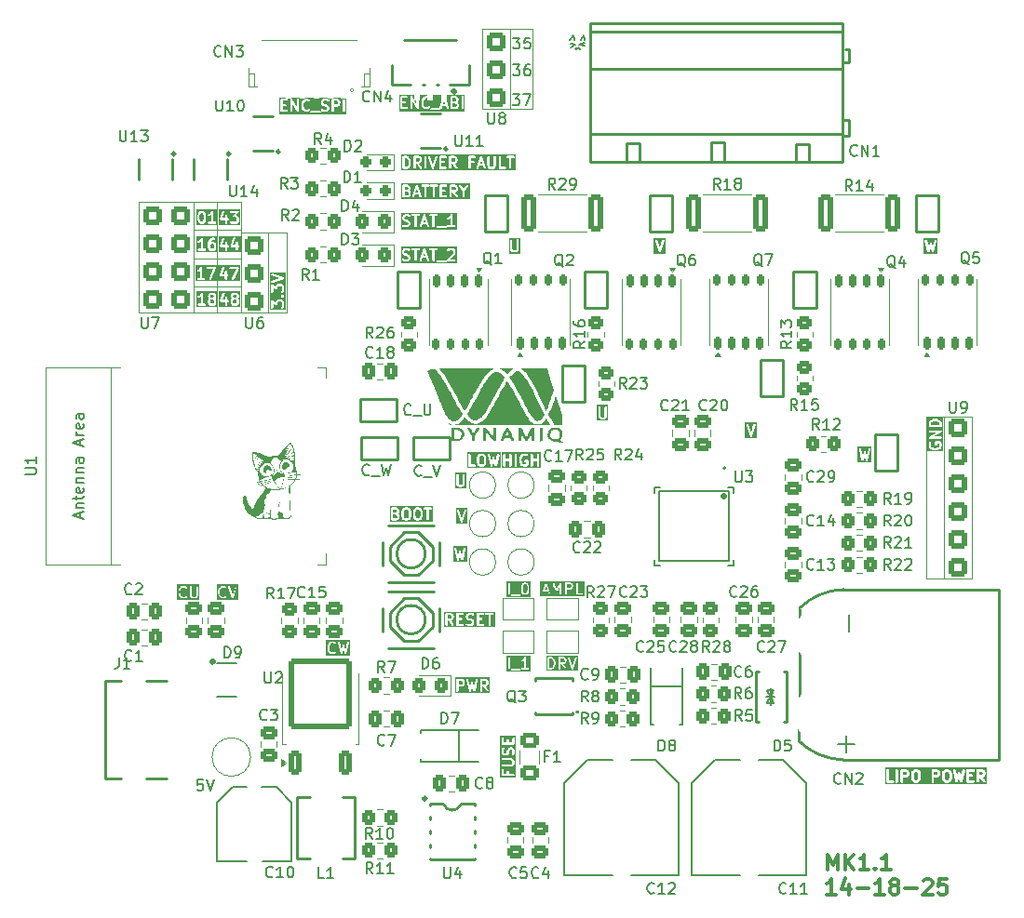
<source format=gbr>
%TF.GenerationSoftware,KiCad,Pcbnew,9.0.2-rc1*%
%TF.CreationDate,2025-08-19T16:09:16+10:00*%
%TF.ProjectId,BLDC_Version1_1_0,424c4443-5f56-4657-9273-696f6e315f31,rev?*%
%TF.SameCoordinates,Original*%
%TF.FileFunction,Legend,Top*%
%TF.FilePolarity,Positive*%
%FSLAX46Y46*%
G04 Gerber Fmt 4.6, Leading zero omitted, Abs format (unit mm)*
G04 Created by KiCad (PCBNEW 9.0.2-rc1) date 2025-08-19 16:09:16*
%MOMM*%
%LPD*%
G01*
G04 APERTURE LIST*
G04 Aperture macros list*
%AMRoundRect*
0 Rectangle with rounded corners*
0 $1 Rounding radius*
0 $2 $3 $4 $5 $6 $7 $8 $9 X,Y pos of 4 corners*
0 Add a 4 corners polygon primitive as box body*
4,1,4,$2,$3,$4,$5,$6,$7,$8,$9,$2,$3,0*
0 Add four circle primitives for the rounded corners*
1,1,$1+$1,$2,$3*
1,1,$1+$1,$4,$5*
1,1,$1+$1,$6,$7*
1,1,$1+$1,$8,$9*
0 Add four rect primitives between the rounded corners*
20,1,$1+$1,$2,$3,$4,$5,0*
20,1,$1+$1,$4,$5,$6,$7,0*
20,1,$1+$1,$6,$7,$8,$9,0*
20,1,$1+$1,$8,$9,$2,$3,0*%
%AMFreePoly0*
4,1,6,1.000000,0.000000,0.500000,-0.750000,-0.500000,-0.750000,-0.500000,0.750000,0.500000,0.750000,1.000000,0.000000,1.000000,0.000000,$1*%
%AMFreePoly1*
4,1,6,0.500000,-0.750000,-0.650000,-0.750000,-0.150000,0.000000,-0.650000,0.750000,0.500000,0.750000,0.500000,-0.750000,0.500000,-0.750000,$1*%
G04 Aperture macros list end*
%ADD10C,0.150000*%
%ADD11C,0.100000*%
%ADD12C,0.200000*%
%ADD13C,0.250000*%
%ADD14C,0.300000*%
%ADD15C,0.000000*%
%ADD16C,0.120000*%
%ADD17C,0.130000*%
%ADD18C,2.000000*%
%ADD19RoundRect,0.250000X0.475000X-0.337500X0.475000X0.337500X-0.475000X0.337500X-0.475000X-0.337500X0*%
%ADD20R,1.650000X4.500000*%
%ADD21C,5.000000*%
%ADD22O,2.200000X1.200000*%
%ADD23C,3.000000*%
%ADD24R,1.500000X2.800000*%
%ADD25R,1.300000X0.600000*%
%ADD26R,2.500000X3.500000*%
%ADD27RoundRect,0.250000X-0.350000X-0.450000X0.350000X-0.450000X0.350000X0.450000X-0.350000X0.450000X0*%
%ADD28RoundRect,0.250000X0.450000X-0.350000X0.450000X0.350000X-0.450000X0.350000X-0.450000X-0.350000X0*%
%ADD29RoundRect,0.250000X0.337500X0.475000X-0.337500X0.475000X-0.337500X-0.475000X0.337500X-0.475000X0*%
%ADD30O,0.280000X1.600000*%
%ADD31O,1.600000X0.280000*%
%ADD32R,5.000000X5.000000*%
%ADD33R,2.000000X2.000000*%
%ADD34FreePoly0,0.000000*%
%ADD35FreePoly1,0.000000*%
%ADD36RoundRect,0.250000X-0.475000X0.337500X-0.475000X-0.337500X0.475000X-0.337500X0.475000X0.337500X0*%
%ADD37R,2.800000X1.500000*%
%ADD38RoundRect,0.237500X0.287500X0.237500X-0.287500X0.237500X-0.287500X-0.237500X0.287500X-0.237500X0*%
%ADD39C,4.300000*%
%ADD40R,1.100000X0.600000*%
%ADD41R,0.900000X1.500000*%
%ADD42R,1.500000X0.900000*%
%ADD43R,0.900000X0.900000*%
%ADD44RoundRect,0.250000X0.350000X-0.850000X0.350000X0.850000X-0.350000X0.850000X-0.350000X-0.850000X0*%
%ADD45RoundRect,0.249997X2.650003X-2.950003X2.650003X2.950003X-2.650003X2.950003X-2.650003X-2.950003X0*%
%ADD46C,2.800000*%
%ADD47R,0.600000X1.700000*%
%ADD48R,1.000000X2.700000*%
%ADD49RoundRect,0.250000X-0.337500X-0.475000X0.337500X-0.475000X0.337500X0.475000X-0.337500X0.475000X0*%
%ADD50RoundRect,0.250000X-0.450000X0.350000X-0.450000X-0.350000X0.450000X-0.350000X0.450000X0.350000X0*%
%ADD51RoundRect,0.250000X0.325000X0.450000X-0.325000X0.450000X-0.325000X-0.450000X0.325000X-0.450000X0*%
%ADD52RoundRect,0.162500X0.162500X-0.437500X0.162500X0.437500X-0.162500X0.437500X-0.162500X-0.437500X0*%
%ADD53R,4.700000X4.500000*%
%ADD54RoundRect,0.175000X0.175000X-0.325000X0.175000X0.325000X-0.175000X0.325000X-0.175000X-0.325000X0*%
%ADD55R,2.500000X1.500000*%
%ADD56R,1.200000X3.500000*%
%ADD57RoundRect,0.249999X0.450001X1.425001X-0.450001X1.425001X-0.450001X-1.425001X0.450001X-1.425001X0*%
%ADD58RoundRect,0.162500X-0.162500X0.437500X-0.162500X-0.437500X0.162500X-0.437500X0.162500X0.437500X0*%
%ADD59RoundRect,0.175000X-0.175000X0.325000X-0.175000X-0.325000X0.175000X-0.325000X0.175000X0.325000X0*%
%ADD60RoundRect,0.255000X0.595000X0.595000X-0.595000X0.595000X-0.595000X-0.595000X0.595000X-0.595000X0*%
%ADD61RoundRect,0.249999X-0.450001X-1.425001X0.450001X-1.425001X0.450001X1.425001X-0.450001X1.425001X0*%
%ADD62RoundRect,0.250000X0.350000X0.450000X-0.350000X0.450000X-0.350000X-0.450000X0.350000X-0.450000X0*%
%ADD63R,1.800000X1.100000*%
%ADD64R,1.070000X0.530000*%
%ADD65R,0.600000X1.100000*%
%ADD66R,1.800000X2.000000*%
%ADD67R,0.990000X0.410000*%
%ADD68R,1.720000X2.230000*%
%ADD69C,0.750000*%
%ADD70O,2.000000X1.200000*%
%ADD71O,1.800000X1.200000*%
%ADD72R,1.300000X0.300000*%
%ADD73RoundRect,0.255000X-0.595000X-0.595000X0.595000X-0.595000X0.595000X0.595000X-0.595000X0.595000X0*%
%ADD74RoundRect,0.250001X-0.624999X0.462499X-0.624999X-0.462499X0.624999X-0.462499X0.624999X0.462499X0*%
%ADD75R,1.000000X2.200000*%
G04 APERTURE END LIST*
D10*
X152570000Y-62100000D02*
X152720000Y-61960000D01*
X152410000Y-61930000D02*
X152570000Y-62100000D01*
X152310000Y-62100000D02*
X152410000Y-61930000D01*
X152190000Y-62030000D02*
X152310000Y-62100000D01*
X152555000Y-61670000D02*
X153045000Y-61730000D01*
X153030000Y-61490000D02*
X152555000Y-61670000D01*
X152220000Y-61680000D02*
X151720000Y-61890000D01*
X151760000Y-61600000D02*
X152220000Y-61680000D01*
X152915000Y-60770000D02*
X153045000Y-61270000D01*
X152705000Y-61260000D02*
X152915000Y-60770000D01*
X152015000Y-60770000D02*
X152105000Y-61270000D01*
X151715000Y-61270000D02*
X152015000Y-60770000D01*
D11*
X117500000Y-83700000D02*
X121750000Y-83700000D01*
X117500000Y-81100000D02*
X121750000Y-81100000D01*
X125900000Y-86000000D02*
X125900000Y-78750000D01*
X184100000Y-95500000D02*
X184100000Y-110250000D01*
X146250000Y-67500000D02*
X148250000Y-67500000D01*
X185750000Y-95500000D02*
X184100000Y-95500000D01*
X119625000Y-76000000D02*
X119625000Y-86000000D01*
X125900000Y-78750000D02*
X124250000Y-78750000D01*
X117500000Y-76000000D02*
X121750000Y-76000000D01*
X117499999Y-86000000D02*
X121750000Y-86000000D01*
X148250000Y-67500000D02*
X148250000Y-60275000D01*
X121750000Y-76000000D02*
X121750000Y-78750000D01*
X148250000Y-60250000D02*
X146250000Y-60250000D01*
X124250000Y-86000000D02*
X125900000Y-86000000D01*
X184100000Y-110250000D02*
X185750000Y-110250000D01*
X117500000Y-78500000D02*
X121700000Y-78500000D01*
D12*
G36*
X119291389Y-79827976D02*
G01*
X119316058Y-79852644D01*
X119345863Y-79912254D01*
X119345863Y-80103135D01*
X119316058Y-80162743D01*
X119291389Y-80187413D01*
X119231780Y-80217219D01*
X119088518Y-80217219D01*
X119028908Y-80187414D01*
X119004241Y-80162746D01*
X118974435Y-80103134D01*
X118974435Y-79912254D01*
X119004240Y-79852644D01*
X119028908Y-79827975D01*
X119088518Y-79798171D01*
X119231780Y-79798171D01*
X119291389Y-79827976D01*
G37*
G36*
X119656974Y-80528330D02*
G01*
X117711728Y-80528330D01*
X117711728Y-79590426D01*
X117822839Y-79590426D01*
X117825605Y-79629346D01*
X117843054Y-79664245D01*
X117872531Y-79689809D01*
X117909547Y-79702148D01*
X117948467Y-79699382D01*
X117966775Y-79692376D01*
X118062013Y-79644757D01*
X118070409Y-79639471D01*
X118072849Y-79638461D01*
X118075595Y-79636207D01*
X118078603Y-79634314D01*
X118080332Y-79632319D01*
X118088003Y-79626025D01*
X118107768Y-79606260D01*
X118107768Y-80217219D01*
X117922054Y-80217219D01*
X117902545Y-80219140D01*
X117866497Y-80234072D01*
X117838907Y-80261662D01*
X117823975Y-80297710D01*
X117823975Y-80336728D01*
X117838907Y-80372776D01*
X117866497Y-80400366D01*
X117902545Y-80415298D01*
X117922054Y-80417219D01*
X118493482Y-80417219D01*
X118512991Y-80415298D01*
X118549039Y-80400366D01*
X118576629Y-80372776D01*
X118591561Y-80336728D01*
X118591561Y-80297710D01*
X118576629Y-80261662D01*
X118549039Y-80234072D01*
X118512991Y-80219140D01*
X118493482Y-80217219D01*
X118307768Y-80217219D01*
X118307768Y-79745790D01*
X118774435Y-79745790D01*
X118774435Y-80126742D01*
X118776356Y-80146251D01*
X118777731Y-80149571D01*
X118777986Y-80153155D01*
X118784992Y-80171463D01*
X118832611Y-80266701D01*
X118837894Y-80275093D01*
X118838906Y-80277537D01*
X118841162Y-80280286D01*
X118843054Y-80283291D01*
X118845048Y-80285020D01*
X118851343Y-80292690D01*
X118898961Y-80340310D01*
X118906629Y-80346603D01*
X118908361Y-80348600D01*
X118911369Y-80350493D01*
X118914115Y-80352747D01*
X118916555Y-80353757D01*
X118924952Y-80359043D01*
X119020189Y-80406662D01*
X119038498Y-80413668D01*
X119042081Y-80413922D01*
X119045402Y-80415298D01*
X119064911Y-80417219D01*
X119255387Y-80417219D01*
X119274896Y-80415298D01*
X119278216Y-80413922D01*
X119281800Y-80413668D01*
X119300108Y-80406662D01*
X119395346Y-80359043D01*
X119403741Y-80353758D01*
X119406183Y-80352747D01*
X119408930Y-80350491D01*
X119411936Y-80348600D01*
X119413666Y-80346605D01*
X119421336Y-80340310D01*
X119468955Y-80292690D01*
X119475247Y-80285023D01*
X119477244Y-80283292D01*
X119479137Y-80280284D01*
X119481392Y-80277537D01*
X119482403Y-80275095D01*
X119487687Y-80266701D01*
X119535306Y-80171464D01*
X119542312Y-80153155D01*
X119542566Y-80149571D01*
X119543942Y-80146251D01*
X119545863Y-80126742D01*
X119545863Y-79888647D01*
X119543942Y-79869138D01*
X119542566Y-79865817D01*
X119542312Y-79862234D01*
X119535306Y-79843925D01*
X119487687Y-79748688D01*
X119482401Y-79740291D01*
X119481391Y-79737851D01*
X119479137Y-79735105D01*
X119477244Y-79732097D01*
X119475246Y-79730364D01*
X119468954Y-79722698D01*
X119421336Y-79675079D01*
X119413665Y-79668784D01*
X119411936Y-79666790D01*
X119408928Y-79664896D01*
X119406182Y-79662643D01*
X119403742Y-79661632D01*
X119395346Y-79656347D01*
X119300108Y-79608728D01*
X119281800Y-79601722D01*
X119278216Y-79601467D01*
X119274896Y-79600092D01*
X119255387Y-79598171D01*
X119064911Y-79598171D01*
X119045402Y-79600092D01*
X119042081Y-79601467D01*
X119038498Y-79601722D01*
X119020189Y-79608728D01*
X119010576Y-79613534D01*
X119014867Y-79596372D01*
X119095003Y-79476167D01*
X119124146Y-79447023D01*
X119183756Y-79417219D01*
X119350625Y-79417219D01*
X119370134Y-79415298D01*
X119406182Y-79400366D01*
X119433772Y-79372776D01*
X119448704Y-79336728D01*
X119448704Y-79297710D01*
X119433772Y-79261662D01*
X119406182Y-79234072D01*
X119370134Y-79219140D01*
X119350625Y-79217219D01*
X119160149Y-79217219D01*
X119140640Y-79219140D01*
X119137319Y-79220515D01*
X119133736Y-79220770D01*
X119115427Y-79227776D01*
X119020190Y-79275395D01*
X119011793Y-79280680D01*
X119009353Y-79281691D01*
X119006607Y-79283944D01*
X119003599Y-79285838D01*
X119001866Y-79287835D01*
X118994200Y-79294128D01*
X118946581Y-79341746D01*
X118946536Y-79341800D01*
X118946507Y-79341820D01*
X118940325Y-79349368D01*
X118934145Y-79356900D01*
X118934131Y-79356932D01*
X118934087Y-79356987D01*
X118838849Y-79499844D01*
X118833106Y-79510613D01*
X118831635Y-79512600D01*
X118830797Y-79514945D01*
X118829626Y-79517142D01*
X118829146Y-79519565D01*
X118825040Y-79531061D01*
X118777421Y-79721536D01*
X118776920Y-79724917D01*
X118776356Y-79726281D01*
X118775632Y-79733631D01*
X118774553Y-79740929D01*
X118774770Y-79742387D01*
X118774435Y-79745790D01*
X118307768Y-79745790D01*
X118307768Y-79317219D01*
X118307761Y-79317148D01*
X118307768Y-79317114D01*
X118307747Y-79317012D01*
X118305847Y-79297710D01*
X118302057Y-79288561D01*
X118300116Y-79278854D01*
X118294664Y-79270713D01*
X118290915Y-79261662D01*
X118283915Y-79254662D01*
X118278405Y-79246434D01*
X118270250Y-79240997D01*
X118263325Y-79234072D01*
X118254181Y-79230284D01*
X118245940Y-79224790D01*
X118236326Y-79222888D01*
X118227277Y-79219140D01*
X118217376Y-79219140D01*
X118207664Y-79217219D01*
X118198059Y-79219140D01*
X118188259Y-79219140D01*
X118179110Y-79222929D01*
X118169403Y-79224871D01*
X118161262Y-79230322D01*
X118152211Y-79234072D01*
X118145211Y-79241071D01*
X118136983Y-79246582D01*
X118124694Y-79261588D01*
X118124621Y-79261662D01*
X118124607Y-79261694D01*
X118124563Y-79261749D01*
X118034819Y-79396365D01*
X117958055Y-79473128D01*
X117877333Y-79513490D01*
X117860742Y-79523933D01*
X117835178Y-79553410D01*
X117822839Y-79590426D01*
X117711728Y-79590426D01*
X117711728Y-79106108D01*
X119656974Y-79106108D01*
X119656974Y-80528330D01*
G37*
G36*
X136896605Y-72002240D02*
G01*
X136963678Y-72069313D01*
X136999130Y-72140218D01*
X137041101Y-72308099D01*
X137041101Y-72426337D01*
X136999130Y-72594218D01*
X136963677Y-72665124D01*
X136896606Y-72732197D01*
X136791541Y-72767219D01*
X136669673Y-72767219D01*
X136669673Y-71967219D01*
X136791541Y-71967219D01*
X136896605Y-72002240D01*
G37*
G36*
X137986627Y-71997024D02*
G01*
X138011296Y-72021692D01*
X138041101Y-72081302D01*
X138041101Y-72176945D01*
X138011296Y-72236554D01*
X137986627Y-72261222D01*
X137927018Y-72291028D01*
X137669673Y-72291028D01*
X137669673Y-71967219D01*
X137927018Y-71967219D01*
X137986627Y-71997024D01*
G37*
G36*
X141224722Y-71997024D02*
G01*
X141249391Y-72021692D01*
X141279196Y-72081302D01*
X141279196Y-72176945D01*
X141249391Y-72236554D01*
X141224722Y-72261222D01*
X141165113Y-72291028D01*
X140907768Y-72291028D01*
X140907768Y-71967219D01*
X141165113Y-71967219D01*
X141224722Y-71997024D01*
G37*
G36*
X143716645Y-72481504D02*
G01*
X143517940Y-72481504D01*
X143617292Y-72183446D01*
X143716645Y-72481504D01*
G37*
G36*
X146778863Y-73078330D02*
G01*
X136358562Y-73078330D01*
X136358562Y-71867219D01*
X136469673Y-71867219D01*
X136469673Y-72867219D01*
X136471594Y-72886728D01*
X136486526Y-72922776D01*
X136514116Y-72950366D01*
X136550164Y-72965298D01*
X136569673Y-72967219D01*
X136807768Y-72967219D01*
X136817641Y-72966246D01*
X136820275Y-72966434D01*
X136823738Y-72965646D01*
X136827277Y-72965298D01*
X136829719Y-72964286D01*
X136839391Y-72962087D01*
X136982247Y-72914468D01*
X137000148Y-72906477D01*
X137002863Y-72904122D01*
X137006183Y-72902747D01*
X137021336Y-72890310D01*
X137116574Y-72795071D01*
X137122866Y-72787404D01*
X137124863Y-72785673D01*
X137126756Y-72782665D01*
X137129011Y-72779918D01*
X137130022Y-72777476D01*
X137135306Y-72769082D01*
X137182925Y-72673845D01*
X137183471Y-72672416D01*
X137183901Y-72671837D01*
X137186822Y-72663660D01*
X137189931Y-72655536D01*
X137189982Y-72654815D01*
X137190496Y-72653377D01*
X137238115Y-72462901D01*
X137238615Y-72459519D01*
X137239180Y-72458156D01*
X137239903Y-72450805D01*
X137240983Y-72443508D01*
X137240765Y-72442049D01*
X137241101Y-72438647D01*
X137241101Y-72295790D01*
X137240765Y-72292387D01*
X137240983Y-72290929D01*
X137239903Y-72283631D01*
X137239180Y-72276281D01*
X137238615Y-72274917D01*
X137238115Y-72271536D01*
X137190496Y-72081060D01*
X137189982Y-72079621D01*
X137189931Y-72078901D01*
X137186822Y-72070776D01*
X137183901Y-72062600D01*
X137183471Y-72062020D01*
X137182925Y-72060592D01*
X137135306Y-71965355D01*
X137130019Y-71956956D01*
X137129010Y-71954519D01*
X137126758Y-71951775D01*
X137124863Y-71948764D01*
X137122865Y-71947031D01*
X137116574Y-71939365D01*
X137044428Y-71867219D01*
X137469673Y-71867219D01*
X137469673Y-72867219D01*
X137471594Y-72886728D01*
X137486526Y-72922776D01*
X137514116Y-72950366D01*
X137550164Y-72965298D01*
X137589182Y-72965298D01*
X137625230Y-72950366D01*
X137652820Y-72922776D01*
X137667752Y-72886728D01*
X137669673Y-72867219D01*
X137669673Y-72491028D01*
X137755703Y-72491028D01*
X138059178Y-72924565D01*
X138071939Y-72939446D01*
X138104844Y-72960415D01*
X138143269Y-72967196D01*
X138181363Y-72958756D01*
X138213328Y-72936381D01*
X138234297Y-72903476D01*
X138241078Y-72865052D01*
X138232638Y-72826957D01*
X138223024Y-72809873D01*
X137993056Y-72481347D01*
X137995346Y-72480471D01*
X138090584Y-72432852D01*
X138098980Y-72427566D01*
X138101420Y-72426556D01*
X138104166Y-72424302D01*
X138107174Y-72422409D01*
X138108903Y-72420414D01*
X138116574Y-72414120D01*
X138164192Y-72366501D01*
X138170484Y-72358834D01*
X138172482Y-72357102D01*
X138174375Y-72354093D01*
X138176629Y-72351348D01*
X138177639Y-72348907D01*
X138182925Y-72340511D01*
X138230544Y-72245274D01*
X138237550Y-72226965D01*
X138237804Y-72223381D01*
X138239180Y-72220061D01*
X138241101Y-72200552D01*
X138241101Y-72057695D01*
X138239180Y-72038186D01*
X138237804Y-72034865D01*
X138237550Y-72031282D01*
X138230544Y-72012973D01*
X138182925Y-71917736D01*
X138177639Y-71909339D01*
X138176629Y-71906899D01*
X138174375Y-71904153D01*
X138172482Y-71901145D01*
X138170484Y-71899412D01*
X138164192Y-71891746D01*
X138139666Y-71867219D01*
X138469673Y-71867219D01*
X138469673Y-72867219D01*
X138471594Y-72886728D01*
X138486526Y-72922776D01*
X138514116Y-72950366D01*
X138550164Y-72965298D01*
X138589182Y-72965298D01*
X138625230Y-72950366D01*
X138652820Y-72922776D01*
X138667752Y-72886728D01*
X138669673Y-72867219D01*
X138669673Y-71879726D01*
X138803791Y-71879726D01*
X138808138Y-71898842D01*
X139141471Y-72898841D01*
X139149462Y-72916742D01*
X139154145Y-72922141D01*
X139157340Y-72928531D01*
X139166811Y-72936746D01*
X139175027Y-72946218D01*
X139181415Y-72949412D01*
X139186816Y-72954096D01*
X139198717Y-72958063D01*
X139209926Y-72963667D01*
X139217050Y-72964173D01*
X139223832Y-72966434D01*
X139236341Y-72965544D01*
X139248846Y-72966434D01*
X139255624Y-72964174D01*
X139262752Y-72963668D01*
X139273968Y-72958059D01*
X139285862Y-72954095D01*
X139291259Y-72949414D01*
X139297651Y-72946218D01*
X139305869Y-72936742D01*
X139315338Y-72928530D01*
X139318531Y-72922143D01*
X139323216Y-72916742D01*
X139331207Y-72898842D01*
X139664540Y-71898842D01*
X139668887Y-71879727D01*
X139667998Y-71867219D01*
X139803006Y-71867219D01*
X139803006Y-72867219D01*
X139804927Y-72886728D01*
X139819859Y-72922776D01*
X139847449Y-72950366D01*
X139883497Y-72965298D01*
X139903006Y-72967219D01*
X140379196Y-72967219D01*
X140398705Y-72965298D01*
X140434753Y-72950366D01*
X140462343Y-72922776D01*
X140477275Y-72886728D01*
X140477275Y-72847710D01*
X140462343Y-72811662D01*
X140434753Y-72784072D01*
X140398705Y-72769140D01*
X140379196Y-72767219D01*
X140003006Y-72767219D01*
X140003006Y-72443409D01*
X140236339Y-72443409D01*
X140255848Y-72441488D01*
X140291896Y-72426556D01*
X140319486Y-72398966D01*
X140334418Y-72362918D01*
X140334418Y-72323900D01*
X140319486Y-72287852D01*
X140291896Y-72260262D01*
X140255848Y-72245330D01*
X140236339Y-72243409D01*
X140003006Y-72243409D01*
X140003006Y-71967219D01*
X140379196Y-71967219D01*
X140398705Y-71965298D01*
X140434753Y-71950366D01*
X140462343Y-71922776D01*
X140477275Y-71886728D01*
X140477275Y-71867219D01*
X140707768Y-71867219D01*
X140707768Y-72867219D01*
X140709689Y-72886728D01*
X140724621Y-72922776D01*
X140752211Y-72950366D01*
X140788259Y-72965298D01*
X140827277Y-72965298D01*
X140863325Y-72950366D01*
X140890915Y-72922776D01*
X140905847Y-72886728D01*
X140907768Y-72867219D01*
X140907768Y-72491028D01*
X140993798Y-72491028D01*
X141297273Y-72924565D01*
X141310034Y-72939446D01*
X141342939Y-72960415D01*
X141381364Y-72967196D01*
X141419458Y-72958756D01*
X141451423Y-72936381D01*
X141472392Y-72903476D01*
X141479173Y-72865052D01*
X141470733Y-72826957D01*
X141461119Y-72809873D01*
X141231151Y-72481347D01*
X141233441Y-72480471D01*
X141328679Y-72432852D01*
X141337075Y-72427566D01*
X141339515Y-72426556D01*
X141342261Y-72424302D01*
X141345269Y-72422409D01*
X141346998Y-72420414D01*
X141354669Y-72414120D01*
X141402287Y-72366501D01*
X141408579Y-72358834D01*
X141410577Y-72357102D01*
X141412470Y-72354093D01*
X141414724Y-72351348D01*
X141415734Y-72348907D01*
X141421020Y-72340511D01*
X141468639Y-72245274D01*
X141475645Y-72226965D01*
X141475899Y-72223381D01*
X141477275Y-72220061D01*
X141479196Y-72200552D01*
X141479196Y-72057695D01*
X141477275Y-72038186D01*
X141475899Y-72034865D01*
X141475645Y-72031282D01*
X141468639Y-72012973D01*
X141421020Y-71917736D01*
X141415734Y-71909339D01*
X141414724Y-71906899D01*
X141412470Y-71904153D01*
X141410577Y-71901145D01*
X141408579Y-71899412D01*
X141402287Y-71891746D01*
X141377761Y-71867219D01*
X142469673Y-71867219D01*
X142469673Y-72867219D01*
X142471594Y-72886728D01*
X142486526Y-72922776D01*
X142514116Y-72950366D01*
X142550164Y-72965298D01*
X142589182Y-72965298D01*
X142625230Y-72950366D01*
X142652820Y-72922776D01*
X142667752Y-72886728D01*
X142669673Y-72867219D01*
X142669673Y-72854712D01*
X143184744Y-72854712D01*
X143187510Y-72893632D01*
X143204960Y-72928531D01*
X143234436Y-72954096D01*
X143271452Y-72966434D01*
X143310372Y-72963668D01*
X143345271Y-72946218D01*
X143370836Y-72916742D01*
X143378827Y-72898842D01*
X143451273Y-72681504D01*
X143783311Y-72681504D01*
X143855757Y-72898841D01*
X143863748Y-72916742D01*
X143889313Y-72946218D01*
X143924212Y-72963667D01*
X143963132Y-72966434D01*
X144000148Y-72954095D01*
X144029624Y-72928530D01*
X144047074Y-72893631D01*
X144049840Y-72854711D01*
X144045493Y-72835596D01*
X143722701Y-71867219D01*
X144183959Y-71867219D01*
X144183959Y-72676742D01*
X144185880Y-72696251D01*
X144187255Y-72699571D01*
X144187510Y-72703155D01*
X144194516Y-72721463D01*
X144242135Y-72816701D01*
X144247418Y-72825093D01*
X144248430Y-72827537D01*
X144250686Y-72830286D01*
X144252578Y-72833291D01*
X144254572Y-72835020D01*
X144260867Y-72842690D01*
X144308485Y-72890310D01*
X144316153Y-72896603D01*
X144317885Y-72898600D01*
X144320893Y-72900493D01*
X144323639Y-72902747D01*
X144326079Y-72903757D01*
X144334476Y-72909043D01*
X144429713Y-72956662D01*
X144448022Y-72963668D01*
X144451605Y-72963922D01*
X144454926Y-72965298D01*
X144474435Y-72967219D01*
X144664911Y-72967219D01*
X144684420Y-72965298D01*
X144687740Y-72963922D01*
X144691324Y-72963668D01*
X144709632Y-72956662D01*
X144804870Y-72909043D01*
X144813265Y-72903758D01*
X144815707Y-72902747D01*
X144818454Y-72900491D01*
X144821460Y-72898600D01*
X144823190Y-72896605D01*
X144830860Y-72890310D01*
X144878479Y-72842690D01*
X144884771Y-72835023D01*
X144886768Y-72833292D01*
X144888661Y-72830284D01*
X144890916Y-72827537D01*
X144891927Y-72825095D01*
X144897211Y-72816701D01*
X144944830Y-72721464D01*
X144951836Y-72703155D01*
X144952090Y-72699571D01*
X144953466Y-72696251D01*
X144955387Y-72676742D01*
X144955387Y-71867219D01*
X145231578Y-71867219D01*
X145231578Y-72867219D01*
X145233499Y-72886728D01*
X145248431Y-72922776D01*
X145276021Y-72950366D01*
X145312069Y-72965298D01*
X145331578Y-72967219D01*
X145807768Y-72967219D01*
X145827277Y-72965298D01*
X145863325Y-72950366D01*
X145890915Y-72922776D01*
X145905847Y-72886728D01*
X145905847Y-72847710D01*
X145890915Y-72811662D01*
X145863325Y-72784072D01*
X145827277Y-72769140D01*
X145807768Y-72767219D01*
X145431578Y-72767219D01*
X145431578Y-71867219D01*
X145429657Y-71847710D01*
X145900166Y-71847710D01*
X145900166Y-71886728D01*
X145915098Y-71922776D01*
X145942688Y-71950366D01*
X145978736Y-71965298D01*
X145998245Y-71967219D01*
X146183959Y-71967219D01*
X146183959Y-72867219D01*
X146185880Y-72886728D01*
X146200812Y-72922776D01*
X146228402Y-72950366D01*
X146264450Y-72965298D01*
X146303468Y-72965298D01*
X146339516Y-72950366D01*
X146367106Y-72922776D01*
X146382038Y-72886728D01*
X146383959Y-72867219D01*
X146383959Y-71967219D01*
X146569673Y-71967219D01*
X146589182Y-71965298D01*
X146625230Y-71950366D01*
X146652820Y-71922776D01*
X146667752Y-71886728D01*
X146667752Y-71847710D01*
X146652820Y-71811662D01*
X146625230Y-71784072D01*
X146589182Y-71769140D01*
X146569673Y-71767219D01*
X145998245Y-71767219D01*
X145978736Y-71769140D01*
X145942688Y-71784072D01*
X145915098Y-71811662D01*
X145900166Y-71847710D01*
X145429657Y-71847710D01*
X145414725Y-71811662D01*
X145387135Y-71784072D01*
X145351087Y-71769140D01*
X145312069Y-71769140D01*
X145276021Y-71784072D01*
X145248431Y-71811662D01*
X145233499Y-71847710D01*
X145231578Y-71867219D01*
X144955387Y-71867219D01*
X144953466Y-71847710D01*
X144938534Y-71811662D01*
X144910944Y-71784072D01*
X144874896Y-71769140D01*
X144835878Y-71769140D01*
X144799830Y-71784072D01*
X144772240Y-71811662D01*
X144757308Y-71847710D01*
X144755387Y-71867219D01*
X144755387Y-72653135D01*
X144725582Y-72712743D01*
X144700913Y-72737413D01*
X144641304Y-72767219D01*
X144498042Y-72767219D01*
X144438432Y-72737414D01*
X144413765Y-72712746D01*
X144383959Y-72653134D01*
X144383959Y-71867219D01*
X144382038Y-71847710D01*
X144367106Y-71811662D01*
X144339516Y-71784072D01*
X144303468Y-71769140D01*
X144264450Y-71769140D01*
X144228402Y-71784072D01*
X144200812Y-71811662D01*
X144185880Y-71847710D01*
X144183959Y-71867219D01*
X143722701Y-71867219D01*
X143712160Y-71835596D01*
X143704169Y-71817696D01*
X143699484Y-71812294D01*
X143696291Y-71805908D01*
X143686822Y-71797695D01*
X143678604Y-71788220D01*
X143672212Y-71785023D01*
X143666815Y-71780343D01*
X143654921Y-71776378D01*
X143643705Y-71770770D01*
X143636577Y-71770263D01*
X143629799Y-71768004D01*
X143617294Y-71768893D01*
X143604785Y-71768004D01*
X143598003Y-71770264D01*
X143590879Y-71770771D01*
X143579670Y-71776374D01*
X143567769Y-71780342D01*
X143562368Y-71785025D01*
X143555980Y-71788220D01*
X143547764Y-71797691D01*
X143538293Y-71805907D01*
X143535098Y-71812296D01*
X143530415Y-71817696D01*
X143522424Y-71835597D01*
X143189091Y-72835596D01*
X143184744Y-72854712D01*
X142669673Y-72854712D01*
X142669673Y-72443409D01*
X142903006Y-72443409D01*
X142922515Y-72441488D01*
X142958563Y-72426556D01*
X142986153Y-72398966D01*
X143001085Y-72362918D01*
X143001085Y-72323900D01*
X142986153Y-72287852D01*
X142958563Y-72260262D01*
X142922515Y-72245330D01*
X142903006Y-72243409D01*
X142669673Y-72243409D01*
X142669673Y-71967219D01*
X143045863Y-71967219D01*
X143065372Y-71965298D01*
X143101420Y-71950366D01*
X143129010Y-71922776D01*
X143143942Y-71886728D01*
X143143942Y-71847710D01*
X143129010Y-71811662D01*
X143101420Y-71784072D01*
X143065372Y-71769140D01*
X143045863Y-71767219D01*
X142569673Y-71767219D01*
X142550164Y-71769140D01*
X142514116Y-71784072D01*
X142486526Y-71811662D01*
X142471594Y-71847710D01*
X142469673Y-71867219D01*
X141377761Y-71867219D01*
X141354669Y-71844127D01*
X141346998Y-71837832D01*
X141345269Y-71835838D01*
X141342261Y-71833944D01*
X141339515Y-71831691D01*
X141337075Y-71830680D01*
X141328679Y-71825395D01*
X141233441Y-71777776D01*
X141215133Y-71770770D01*
X141211549Y-71770515D01*
X141208229Y-71769140D01*
X141188720Y-71767219D01*
X140807768Y-71767219D01*
X140788259Y-71769140D01*
X140752211Y-71784072D01*
X140724621Y-71811662D01*
X140709689Y-71847710D01*
X140707768Y-71867219D01*
X140477275Y-71867219D01*
X140477275Y-71847710D01*
X140462343Y-71811662D01*
X140434753Y-71784072D01*
X140398705Y-71769140D01*
X140379196Y-71767219D01*
X139903006Y-71767219D01*
X139883497Y-71769140D01*
X139847449Y-71784072D01*
X139819859Y-71811662D01*
X139804927Y-71847710D01*
X139803006Y-71867219D01*
X139667998Y-71867219D01*
X139666121Y-71840807D01*
X139648671Y-71805908D01*
X139619195Y-71780343D01*
X139582179Y-71768004D01*
X139543259Y-71770771D01*
X139508360Y-71788220D01*
X139482795Y-71817696D01*
X139474804Y-71835597D01*
X139236339Y-72550991D01*
X138997874Y-71835596D01*
X138989883Y-71817696D01*
X138964318Y-71788220D01*
X138929419Y-71770770D01*
X138890499Y-71768004D01*
X138853483Y-71780342D01*
X138824007Y-71805907D01*
X138806557Y-71840806D01*
X138803791Y-71879726D01*
X138669673Y-71879726D01*
X138669673Y-71867219D01*
X138667752Y-71847710D01*
X138652820Y-71811662D01*
X138625230Y-71784072D01*
X138589182Y-71769140D01*
X138550164Y-71769140D01*
X138514116Y-71784072D01*
X138486526Y-71811662D01*
X138471594Y-71847710D01*
X138469673Y-71867219D01*
X138139666Y-71867219D01*
X138116574Y-71844127D01*
X138108903Y-71837832D01*
X138107174Y-71835838D01*
X138104166Y-71833944D01*
X138101420Y-71831691D01*
X138098980Y-71830680D01*
X138090584Y-71825395D01*
X137995346Y-71777776D01*
X137977038Y-71770770D01*
X137973454Y-71770515D01*
X137970134Y-71769140D01*
X137950625Y-71767219D01*
X137569673Y-71767219D01*
X137550164Y-71769140D01*
X137514116Y-71784072D01*
X137486526Y-71811662D01*
X137471594Y-71847710D01*
X137469673Y-71867219D01*
X137044428Y-71867219D01*
X137021336Y-71844127D01*
X137006182Y-71831691D01*
X137002863Y-71830316D01*
X137000148Y-71827961D01*
X136982247Y-71819970D01*
X136839391Y-71772351D01*
X136829719Y-71770151D01*
X136827277Y-71769140D01*
X136823738Y-71768791D01*
X136820275Y-71768004D01*
X136817641Y-71768191D01*
X136807768Y-71767219D01*
X136569673Y-71767219D01*
X136550164Y-71769140D01*
X136514116Y-71784072D01*
X136486526Y-71811662D01*
X136471594Y-71847710D01*
X136469673Y-71867219D01*
X136358562Y-71867219D01*
X136358562Y-71656108D01*
X146778863Y-71656108D01*
X146778863Y-73078330D01*
G37*
G36*
X168703808Y-97477545D02*
G01*
X167616490Y-97477545D01*
X167616490Y-96279726D01*
X167727601Y-96279726D01*
X167731948Y-96298842D01*
X168065281Y-97298841D01*
X168073272Y-97316742D01*
X168077955Y-97322141D01*
X168081150Y-97328531D01*
X168090621Y-97336746D01*
X168098837Y-97346218D01*
X168105225Y-97349412D01*
X168110626Y-97354096D01*
X168122527Y-97358063D01*
X168133736Y-97363667D01*
X168140860Y-97364173D01*
X168147642Y-97366434D01*
X168160151Y-97365544D01*
X168172656Y-97366434D01*
X168179434Y-97364174D01*
X168186562Y-97363668D01*
X168197778Y-97358059D01*
X168209672Y-97354095D01*
X168215069Y-97349414D01*
X168221461Y-97346218D01*
X168229679Y-97336742D01*
X168239148Y-97328530D01*
X168242341Y-97322143D01*
X168247026Y-97316742D01*
X168255017Y-97298842D01*
X168588350Y-96298842D01*
X168592697Y-96279727D01*
X168589931Y-96240807D01*
X168572481Y-96205908D01*
X168543005Y-96180343D01*
X168505989Y-96168004D01*
X168467069Y-96170771D01*
X168432170Y-96188220D01*
X168406605Y-96217696D01*
X168398614Y-96235597D01*
X168160149Y-96950991D01*
X167921684Y-96235596D01*
X167913693Y-96217696D01*
X167888128Y-96188220D01*
X167853229Y-96170770D01*
X167814309Y-96168004D01*
X167777293Y-96180342D01*
X167747817Y-96205907D01*
X167730367Y-96240806D01*
X167727601Y-96279726D01*
X167616490Y-96279726D01*
X167616490Y-96056893D01*
X168703808Y-96056893D01*
X168703808Y-97477545D01*
G37*
X146524435Y-61017219D02*
X147143482Y-61017219D01*
X147143482Y-61017219D02*
X146810149Y-61398171D01*
X146810149Y-61398171D02*
X146953006Y-61398171D01*
X146953006Y-61398171D02*
X147048244Y-61445790D01*
X147048244Y-61445790D02*
X147095863Y-61493409D01*
X147095863Y-61493409D02*
X147143482Y-61588647D01*
X147143482Y-61588647D02*
X147143482Y-61826742D01*
X147143482Y-61826742D02*
X147095863Y-61921980D01*
X147095863Y-61921980D02*
X147048244Y-61969600D01*
X147048244Y-61969600D02*
X146953006Y-62017219D01*
X146953006Y-62017219D02*
X146667292Y-62017219D01*
X146667292Y-62017219D02*
X146572054Y-61969600D01*
X146572054Y-61969600D02*
X146524435Y-61921980D01*
X148048244Y-61017219D02*
X147572054Y-61017219D01*
X147572054Y-61017219D02*
X147524435Y-61493409D01*
X147524435Y-61493409D02*
X147572054Y-61445790D01*
X147572054Y-61445790D02*
X147667292Y-61398171D01*
X147667292Y-61398171D02*
X147905387Y-61398171D01*
X147905387Y-61398171D02*
X148000625Y-61445790D01*
X148000625Y-61445790D02*
X148048244Y-61493409D01*
X148048244Y-61493409D02*
X148095863Y-61588647D01*
X148095863Y-61588647D02*
X148095863Y-61826742D01*
X148095863Y-61826742D02*
X148048244Y-61921980D01*
X148048244Y-61921980D02*
X148000625Y-61969600D01*
X148000625Y-61969600D02*
X147905387Y-62017219D01*
X147905387Y-62017219D02*
X147667292Y-62017219D01*
X147667292Y-62017219D02*
X147572054Y-61969600D01*
X147572054Y-61969600D02*
X147524435Y-61921980D01*
X137241101Y-95271980D02*
X137193482Y-95319600D01*
X137193482Y-95319600D02*
X137050625Y-95367219D01*
X137050625Y-95367219D02*
X136955387Y-95367219D01*
X136955387Y-95367219D02*
X136812530Y-95319600D01*
X136812530Y-95319600D02*
X136717292Y-95224361D01*
X136717292Y-95224361D02*
X136669673Y-95129123D01*
X136669673Y-95129123D02*
X136622054Y-94938647D01*
X136622054Y-94938647D02*
X136622054Y-94795790D01*
X136622054Y-94795790D02*
X136669673Y-94605314D01*
X136669673Y-94605314D02*
X136717292Y-94510076D01*
X136717292Y-94510076D02*
X136812530Y-94414838D01*
X136812530Y-94414838D02*
X136955387Y-94367219D01*
X136955387Y-94367219D02*
X137050625Y-94367219D01*
X137050625Y-94367219D02*
X137193482Y-94414838D01*
X137193482Y-94414838D02*
X137241101Y-94462457D01*
X137431578Y-95462457D02*
X138193482Y-95462457D01*
X138431578Y-94367219D02*
X138431578Y-95176742D01*
X138431578Y-95176742D02*
X138479197Y-95271980D01*
X138479197Y-95271980D02*
X138526816Y-95319600D01*
X138526816Y-95319600D02*
X138622054Y-95367219D01*
X138622054Y-95367219D02*
X138812530Y-95367219D01*
X138812530Y-95367219D02*
X138907768Y-95319600D01*
X138907768Y-95319600D02*
X138955387Y-95271980D01*
X138955387Y-95271980D02*
X139003006Y-95176742D01*
X139003006Y-95176742D02*
X139003006Y-94367219D01*
G36*
X147152212Y-80678330D02*
G01*
X146158562Y-80678330D01*
X146158562Y-79467219D01*
X146269673Y-79467219D01*
X146269673Y-80276742D01*
X146271594Y-80296251D01*
X146272969Y-80299571D01*
X146273224Y-80303155D01*
X146280230Y-80321463D01*
X146327849Y-80416701D01*
X146333132Y-80425093D01*
X146334144Y-80427537D01*
X146336400Y-80430286D01*
X146338292Y-80433291D01*
X146340286Y-80435020D01*
X146346581Y-80442690D01*
X146394199Y-80490310D01*
X146401867Y-80496603D01*
X146403599Y-80498600D01*
X146406607Y-80500493D01*
X146409353Y-80502747D01*
X146411793Y-80503757D01*
X146420190Y-80509043D01*
X146515427Y-80556662D01*
X146533736Y-80563668D01*
X146537319Y-80563922D01*
X146540640Y-80565298D01*
X146560149Y-80567219D01*
X146750625Y-80567219D01*
X146770134Y-80565298D01*
X146773454Y-80563922D01*
X146777038Y-80563668D01*
X146795346Y-80556662D01*
X146890584Y-80509043D01*
X146898979Y-80503758D01*
X146901421Y-80502747D01*
X146904168Y-80500491D01*
X146907174Y-80498600D01*
X146908904Y-80496605D01*
X146916574Y-80490310D01*
X146964193Y-80442690D01*
X146970485Y-80435023D01*
X146972482Y-80433292D01*
X146974375Y-80430284D01*
X146976630Y-80427537D01*
X146977641Y-80425095D01*
X146982925Y-80416701D01*
X147030544Y-80321464D01*
X147037550Y-80303155D01*
X147037804Y-80299571D01*
X147039180Y-80296251D01*
X147041101Y-80276742D01*
X147041101Y-79467219D01*
X147039180Y-79447710D01*
X147024248Y-79411662D01*
X146996658Y-79384072D01*
X146960610Y-79369140D01*
X146921592Y-79369140D01*
X146885544Y-79384072D01*
X146857954Y-79411662D01*
X146843022Y-79447710D01*
X146841101Y-79467219D01*
X146841101Y-80253135D01*
X146811296Y-80312743D01*
X146786627Y-80337413D01*
X146727018Y-80367219D01*
X146583756Y-80367219D01*
X146524146Y-80337414D01*
X146499479Y-80312746D01*
X146469673Y-80253134D01*
X146469673Y-79467219D01*
X146467752Y-79447710D01*
X146452820Y-79411662D01*
X146425230Y-79384072D01*
X146389182Y-79369140D01*
X146350164Y-79369140D01*
X146314116Y-79384072D01*
X146286526Y-79411662D01*
X146271594Y-79447710D01*
X146269673Y-79467219D01*
X146158562Y-79467219D01*
X146158562Y-79258029D01*
X147152212Y-79258029D01*
X147152212Y-80678330D01*
G37*
X146524435Y-63467219D02*
X147143482Y-63467219D01*
X147143482Y-63467219D02*
X146810149Y-63848171D01*
X146810149Y-63848171D02*
X146953006Y-63848171D01*
X146953006Y-63848171D02*
X147048244Y-63895790D01*
X147048244Y-63895790D02*
X147095863Y-63943409D01*
X147095863Y-63943409D02*
X147143482Y-64038647D01*
X147143482Y-64038647D02*
X147143482Y-64276742D01*
X147143482Y-64276742D02*
X147095863Y-64371980D01*
X147095863Y-64371980D02*
X147048244Y-64419600D01*
X147048244Y-64419600D02*
X146953006Y-64467219D01*
X146953006Y-64467219D02*
X146667292Y-64467219D01*
X146667292Y-64467219D02*
X146572054Y-64419600D01*
X146572054Y-64419600D02*
X146524435Y-64371980D01*
X148000625Y-63467219D02*
X147810149Y-63467219D01*
X147810149Y-63467219D02*
X147714911Y-63514838D01*
X147714911Y-63514838D02*
X147667292Y-63562457D01*
X147667292Y-63562457D02*
X147572054Y-63705314D01*
X147572054Y-63705314D02*
X147524435Y-63895790D01*
X147524435Y-63895790D02*
X147524435Y-64276742D01*
X147524435Y-64276742D02*
X147572054Y-64371980D01*
X147572054Y-64371980D02*
X147619673Y-64419600D01*
X147619673Y-64419600D02*
X147714911Y-64467219D01*
X147714911Y-64467219D02*
X147905387Y-64467219D01*
X147905387Y-64467219D02*
X148000625Y-64419600D01*
X148000625Y-64419600D02*
X148048244Y-64371980D01*
X148048244Y-64371980D02*
X148095863Y-64276742D01*
X148095863Y-64276742D02*
X148095863Y-64038647D01*
X148095863Y-64038647D02*
X148048244Y-63943409D01*
X148048244Y-63943409D02*
X148000625Y-63895790D01*
X148000625Y-63895790D02*
X147905387Y-63848171D01*
X147905387Y-63848171D02*
X147714911Y-63848171D01*
X147714911Y-63848171D02*
X147619673Y-63895790D01*
X147619673Y-63895790D02*
X147572054Y-63943409D01*
X147572054Y-63943409D02*
X147524435Y-64038647D01*
X138191101Y-100821980D02*
X138143482Y-100869600D01*
X138143482Y-100869600D02*
X138000625Y-100917219D01*
X138000625Y-100917219D02*
X137905387Y-100917219D01*
X137905387Y-100917219D02*
X137762530Y-100869600D01*
X137762530Y-100869600D02*
X137667292Y-100774361D01*
X137667292Y-100774361D02*
X137619673Y-100679123D01*
X137619673Y-100679123D02*
X137572054Y-100488647D01*
X137572054Y-100488647D02*
X137572054Y-100345790D01*
X137572054Y-100345790D02*
X137619673Y-100155314D01*
X137619673Y-100155314D02*
X137667292Y-100060076D01*
X137667292Y-100060076D02*
X137762530Y-99964838D01*
X137762530Y-99964838D02*
X137905387Y-99917219D01*
X137905387Y-99917219D02*
X138000625Y-99917219D01*
X138000625Y-99917219D02*
X138143482Y-99964838D01*
X138143482Y-99964838D02*
X138191101Y-100012457D01*
X138381578Y-101012457D02*
X139143482Y-101012457D01*
X139238721Y-99917219D02*
X139572054Y-100917219D01*
X139572054Y-100917219D02*
X139905387Y-99917219D01*
G36*
X118291389Y-76997024D02*
G01*
X118316058Y-77021692D01*
X118351511Y-77092599D01*
X118393482Y-77260480D01*
X118393482Y-77473956D01*
X118351511Y-77641837D01*
X118316058Y-77712743D01*
X118291389Y-77737413D01*
X118231780Y-77767219D01*
X118183756Y-77767219D01*
X118124146Y-77737414D01*
X118099479Y-77712746D01*
X118064024Y-77641837D01*
X118022054Y-77473956D01*
X118022054Y-77260481D01*
X118064024Y-77092599D01*
X118099478Y-77021692D01*
X118124146Y-76997023D01*
X118183756Y-76967219D01*
X118231780Y-76967219D01*
X118291389Y-76997024D01*
G37*
G36*
X119655053Y-78078330D02*
G01*
X117710943Y-78078330D01*
X117710943Y-77248171D01*
X117822054Y-77248171D01*
X117822054Y-77486266D01*
X117822389Y-77489668D01*
X117822172Y-77491127D01*
X117823251Y-77498424D01*
X117823975Y-77505775D01*
X117824539Y-77507138D01*
X117825040Y-77510520D01*
X117872659Y-77700995D01*
X117873172Y-77702432D01*
X117873224Y-77703155D01*
X117876332Y-77711279D01*
X117879254Y-77719456D01*
X117879684Y-77720036D01*
X117880230Y-77721463D01*
X117927849Y-77816701D01*
X117933132Y-77825093D01*
X117934144Y-77827537D01*
X117936400Y-77830286D01*
X117938292Y-77833291D01*
X117940286Y-77835020D01*
X117946581Y-77842690D01*
X117994199Y-77890310D01*
X118001867Y-77896603D01*
X118003599Y-77898600D01*
X118006607Y-77900493D01*
X118009353Y-77902747D01*
X118011793Y-77903757D01*
X118020190Y-77909043D01*
X118115427Y-77956662D01*
X118133736Y-77963668D01*
X118137319Y-77963922D01*
X118140640Y-77965298D01*
X118160149Y-77967219D01*
X118255387Y-77967219D01*
X118274896Y-77965298D01*
X118278216Y-77963922D01*
X118281800Y-77963668D01*
X118300108Y-77956662D01*
X118395346Y-77909043D01*
X118403741Y-77903758D01*
X118406183Y-77902747D01*
X118408930Y-77900491D01*
X118411936Y-77898600D01*
X118413666Y-77896605D01*
X118421336Y-77890310D01*
X118468955Y-77842690D01*
X118475247Y-77835023D01*
X118477244Y-77833292D01*
X118479137Y-77830284D01*
X118481392Y-77827537D01*
X118482403Y-77825095D01*
X118487687Y-77816701D01*
X118535306Y-77721464D01*
X118535852Y-77720035D01*
X118536282Y-77719456D01*
X118539203Y-77711279D01*
X118542312Y-77703155D01*
X118542363Y-77702434D01*
X118542877Y-77700996D01*
X118590496Y-77510520D01*
X118590996Y-77507138D01*
X118591561Y-77505775D01*
X118592284Y-77498424D01*
X118593364Y-77491127D01*
X118593146Y-77489668D01*
X118593482Y-77486266D01*
X118593482Y-77248171D01*
X118593146Y-77244768D01*
X118593364Y-77243310D01*
X118592284Y-77236012D01*
X118591561Y-77228662D01*
X118590996Y-77227298D01*
X118590496Y-77223917D01*
X118569623Y-77140426D01*
X118775220Y-77140426D01*
X118777986Y-77179346D01*
X118795435Y-77214245D01*
X118824912Y-77239809D01*
X118861928Y-77252148D01*
X118900848Y-77249382D01*
X118919156Y-77242376D01*
X119014394Y-77194757D01*
X119022790Y-77189471D01*
X119025230Y-77188461D01*
X119027976Y-77186207D01*
X119030984Y-77184314D01*
X119032713Y-77182319D01*
X119040384Y-77176025D01*
X119060149Y-77156260D01*
X119060149Y-77767219D01*
X118874435Y-77767219D01*
X118854926Y-77769140D01*
X118818878Y-77784072D01*
X118791288Y-77811662D01*
X118776356Y-77847710D01*
X118776356Y-77886728D01*
X118791288Y-77922776D01*
X118818878Y-77950366D01*
X118854926Y-77965298D01*
X118874435Y-77967219D01*
X119445863Y-77967219D01*
X119465372Y-77965298D01*
X119501420Y-77950366D01*
X119529010Y-77922776D01*
X119543942Y-77886728D01*
X119543942Y-77847710D01*
X119529010Y-77811662D01*
X119501420Y-77784072D01*
X119465372Y-77769140D01*
X119445863Y-77767219D01*
X119260149Y-77767219D01*
X119260149Y-76867219D01*
X119260142Y-76867148D01*
X119260149Y-76867114D01*
X119260128Y-76867012D01*
X119258228Y-76847710D01*
X119254438Y-76838561D01*
X119252497Y-76828854D01*
X119247045Y-76820713D01*
X119243296Y-76811662D01*
X119236296Y-76804662D01*
X119230786Y-76796434D01*
X119222631Y-76790997D01*
X119215706Y-76784072D01*
X119206562Y-76780284D01*
X119198321Y-76774790D01*
X119188707Y-76772888D01*
X119179658Y-76769140D01*
X119169757Y-76769140D01*
X119160045Y-76767219D01*
X119150440Y-76769140D01*
X119140640Y-76769140D01*
X119131491Y-76772929D01*
X119121784Y-76774871D01*
X119113643Y-76780322D01*
X119104592Y-76784072D01*
X119097592Y-76791071D01*
X119089364Y-76796582D01*
X119077075Y-76811588D01*
X119077002Y-76811662D01*
X119076988Y-76811694D01*
X119076944Y-76811749D01*
X118987200Y-76946365D01*
X118910436Y-77023128D01*
X118829714Y-77063490D01*
X118813123Y-77073933D01*
X118787559Y-77103410D01*
X118775220Y-77140426D01*
X118569623Y-77140426D01*
X118542877Y-77033441D01*
X118542363Y-77032002D01*
X118542312Y-77031282D01*
X118539203Y-77023157D01*
X118536282Y-77014981D01*
X118535852Y-77014401D01*
X118535306Y-77012973D01*
X118487687Y-76917736D01*
X118482401Y-76909339D01*
X118481391Y-76906899D01*
X118479137Y-76904153D01*
X118477244Y-76901145D01*
X118475246Y-76899412D01*
X118468954Y-76891746D01*
X118421336Y-76844127D01*
X118413665Y-76837832D01*
X118411936Y-76835838D01*
X118408928Y-76833944D01*
X118406182Y-76831691D01*
X118403742Y-76830680D01*
X118395346Y-76825395D01*
X118300108Y-76777776D01*
X118281800Y-76770770D01*
X118278216Y-76770515D01*
X118274896Y-76769140D01*
X118255387Y-76767219D01*
X118160149Y-76767219D01*
X118140640Y-76769140D01*
X118137319Y-76770515D01*
X118133736Y-76770770D01*
X118115427Y-76777776D01*
X118020190Y-76825395D01*
X118011793Y-76830680D01*
X118009353Y-76831691D01*
X118006607Y-76833944D01*
X118003599Y-76835838D01*
X118001866Y-76837835D01*
X117994200Y-76844128D01*
X117946581Y-76891746D01*
X117940286Y-76899416D01*
X117938292Y-76901146D01*
X117936398Y-76904153D01*
X117934145Y-76906900D01*
X117933134Y-76909339D01*
X117927849Y-76917736D01*
X117880230Y-77012974D01*
X117879684Y-77014400D01*
X117879254Y-77014981D01*
X117876332Y-77023157D01*
X117873224Y-77031282D01*
X117873172Y-77032004D01*
X117872659Y-77033442D01*
X117825040Y-77223917D01*
X117824539Y-77227298D01*
X117823975Y-77228662D01*
X117823251Y-77236012D01*
X117822172Y-77243310D01*
X117822389Y-77244768D01*
X117822054Y-77248171D01*
X117710943Y-77248171D01*
X117710943Y-76656108D01*
X119655053Y-76656108D01*
X119655053Y-78078330D01*
G37*
G36*
X125828330Y-85784754D02*
G01*
X124406108Y-85784754D01*
X124406108Y-84956517D01*
X124517219Y-84956517D01*
X124517219Y-85575564D01*
X124519140Y-85595073D01*
X124534072Y-85631121D01*
X124561662Y-85658711D01*
X124597710Y-85673643D01*
X124636728Y-85673643D01*
X124672776Y-85658711D01*
X124700366Y-85631121D01*
X124715298Y-85595073D01*
X124717219Y-85575564D01*
X124717219Y-85176893D01*
X124932321Y-85365108D01*
X124940754Y-85371137D01*
X124942614Y-85372997D01*
X124944377Y-85373727D01*
X124948268Y-85376509D01*
X124963656Y-85381713D01*
X124978662Y-85387929D01*
X124982036Y-85387929D01*
X124985229Y-85389009D01*
X125001432Y-85387929D01*
X125017680Y-85387929D01*
X125020795Y-85386638D01*
X125024161Y-85386414D01*
X125038726Y-85379211D01*
X125053728Y-85372997D01*
X125056111Y-85370613D01*
X125059136Y-85369118D01*
X125069840Y-85356884D01*
X125081318Y-85345407D01*
X125082607Y-85342293D01*
X125084830Y-85339754D01*
X125090035Y-85324362D01*
X125096250Y-85309359D01*
X125096718Y-85304599D01*
X125097330Y-85302792D01*
X125097155Y-85300167D01*
X125098171Y-85289850D01*
X125098171Y-85170600D01*
X125127976Y-85110990D01*
X125152644Y-85086321D01*
X125212254Y-85056517D01*
X125403135Y-85056517D01*
X125462746Y-85086323D01*
X125487414Y-85110990D01*
X125517219Y-85170600D01*
X125517219Y-85409100D01*
X125487414Y-85468709D01*
X125451270Y-85504853D01*
X125438833Y-85520006D01*
X125423902Y-85556054D01*
X125423901Y-85595072D01*
X125438832Y-85631121D01*
X125466422Y-85658711D01*
X125502470Y-85673642D01*
X125541488Y-85673643D01*
X125577537Y-85658712D01*
X125592690Y-85646275D01*
X125640310Y-85598657D01*
X125646603Y-85590988D01*
X125648600Y-85589257D01*
X125650493Y-85586248D01*
X125652747Y-85583503D01*
X125653757Y-85581062D01*
X125659043Y-85572666D01*
X125706662Y-85477429D01*
X125713668Y-85459120D01*
X125713922Y-85455536D01*
X125715298Y-85452216D01*
X125717219Y-85432707D01*
X125717219Y-85146993D01*
X125715298Y-85127484D01*
X125713922Y-85124163D01*
X125713668Y-85120580D01*
X125706662Y-85102271D01*
X125659043Y-85007034D01*
X125653757Y-84998637D01*
X125652747Y-84996197D01*
X125650493Y-84993451D01*
X125648600Y-84990443D01*
X125646603Y-84988711D01*
X125640310Y-84981043D01*
X125592690Y-84933425D01*
X125585020Y-84927130D01*
X125583291Y-84925136D01*
X125580286Y-84923244D01*
X125577537Y-84920988D01*
X125575093Y-84919976D01*
X125566701Y-84914693D01*
X125471463Y-84867074D01*
X125453155Y-84860068D01*
X125449571Y-84859813D01*
X125446251Y-84858438D01*
X125426742Y-84856517D01*
X125188647Y-84856517D01*
X125169138Y-84858438D01*
X125165817Y-84859813D01*
X125162234Y-84860068D01*
X125143925Y-84867074D01*
X125048688Y-84914693D01*
X125040291Y-84919978D01*
X125037851Y-84920989D01*
X125035105Y-84923242D01*
X125032097Y-84925136D01*
X125030364Y-84927133D01*
X125022698Y-84933426D01*
X124975079Y-84981044D01*
X124968784Y-84988714D01*
X124966790Y-84990444D01*
X124964896Y-84993451D01*
X124962643Y-84996198D01*
X124961632Y-84998637D01*
X124956347Y-85007034D01*
X124916923Y-85085881D01*
X124683069Y-84881259D01*
X124674635Y-84875229D01*
X124672776Y-84873370D01*
X124671012Y-84872639D01*
X124667122Y-84869858D01*
X124651733Y-84864653D01*
X124636728Y-84858438D01*
X124633354Y-84858438D01*
X124630161Y-84857358D01*
X124613958Y-84858438D01*
X124597710Y-84858438D01*
X124594594Y-84859728D01*
X124591229Y-84859953D01*
X124576668Y-84867153D01*
X124561662Y-84873370D01*
X124559277Y-84875754D01*
X124556254Y-84877250D01*
X124545556Y-84889475D01*
X124534072Y-84900960D01*
X124532781Y-84904074D01*
X124530560Y-84906614D01*
X124525355Y-84922002D01*
X124519140Y-84937008D01*
X124518671Y-84941767D01*
X124518060Y-84943575D01*
X124518234Y-84946199D01*
X124517219Y-84956517D01*
X124406108Y-84956517D01*
X124406108Y-84508436D01*
X125423901Y-84508436D01*
X125423901Y-84547454D01*
X125425385Y-84551037D01*
X125438832Y-84583502D01*
X125438833Y-84583503D01*
X125451270Y-84598656D01*
X125498890Y-84646275D01*
X125514043Y-84658712D01*
X125539533Y-84669269D01*
X125550091Y-84673643D01*
X125550092Y-84673643D01*
X125589109Y-84673643D01*
X125610226Y-84664895D01*
X125625158Y-84658711D01*
X125625162Y-84658706D01*
X125640311Y-84646275D01*
X125687929Y-84598656D01*
X125700366Y-84583503D01*
X125711735Y-84556055D01*
X125715298Y-84547454D01*
X125715298Y-84508436D01*
X125700366Y-84472388D01*
X125700366Y-84472387D01*
X125687929Y-84457234D01*
X125640311Y-84409615D01*
X125625162Y-84397183D01*
X125625158Y-84397179D01*
X125610226Y-84390994D01*
X125589109Y-84382247D01*
X125550091Y-84382247D01*
X125539533Y-84386620D01*
X125514043Y-84397178D01*
X125498890Y-84409615D01*
X125451270Y-84457234D01*
X125438833Y-84472387D01*
X125438832Y-84472388D01*
X125428274Y-84497878D01*
X125423901Y-84508436D01*
X124406108Y-84508436D01*
X124406108Y-83527946D01*
X124517219Y-83527946D01*
X124517219Y-84146993D01*
X124519140Y-84166502D01*
X124534072Y-84202550D01*
X124561662Y-84230140D01*
X124597710Y-84245072D01*
X124636728Y-84245072D01*
X124672776Y-84230140D01*
X124700366Y-84202550D01*
X124715298Y-84166502D01*
X124717219Y-84146993D01*
X124717219Y-83748322D01*
X124932321Y-83936537D01*
X124940754Y-83942566D01*
X124942614Y-83944426D01*
X124944377Y-83945156D01*
X124948268Y-83947938D01*
X124963656Y-83953142D01*
X124978662Y-83959358D01*
X124982036Y-83959358D01*
X124985229Y-83960438D01*
X125001432Y-83959358D01*
X125017680Y-83959358D01*
X125020795Y-83958067D01*
X125024161Y-83957843D01*
X125038726Y-83950640D01*
X125053728Y-83944426D01*
X125056111Y-83942042D01*
X125059136Y-83940547D01*
X125069840Y-83928313D01*
X125081318Y-83916836D01*
X125082607Y-83913722D01*
X125084830Y-83911183D01*
X125090035Y-83895791D01*
X125096250Y-83880788D01*
X125096718Y-83876028D01*
X125097330Y-83874221D01*
X125097155Y-83871596D01*
X125098171Y-83861279D01*
X125098171Y-83742029D01*
X125127976Y-83682419D01*
X125152644Y-83657750D01*
X125212254Y-83627946D01*
X125403135Y-83627946D01*
X125462746Y-83657752D01*
X125487414Y-83682419D01*
X125517219Y-83742029D01*
X125517219Y-83980529D01*
X125487414Y-84040138D01*
X125451270Y-84076282D01*
X125438833Y-84091435D01*
X125423902Y-84127483D01*
X125423901Y-84166501D01*
X125438832Y-84202550D01*
X125466422Y-84230140D01*
X125502470Y-84245071D01*
X125541488Y-84245072D01*
X125577537Y-84230141D01*
X125592690Y-84217704D01*
X125640310Y-84170086D01*
X125646603Y-84162417D01*
X125648600Y-84160686D01*
X125650493Y-84157677D01*
X125652747Y-84154932D01*
X125653757Y-84152491D01*
X125659043Y-84144095D01*
X125706662Y-84048858D01*
X125713668Y-84030549D01*
X125713922Y-84026965D01*
X125715298Y-84023645D01*
X125717219Y-84004136D01*
X125717219Y-83718422D01*
X125715298Y-83698913D01*
X125713922Y-83695592D01*
X125713668Y-83692009D01*
X125706662Y-83673700D01*
X125659043Y-83578463D01*
X125653757Y-83570066D01*
X125652747Y-83567626D01*
X125650493Y-83564880D01*
X125648600Y-83561872D01*
X125646603Y-83560140D01*
X125640310Y-83552472D01*
X125592690Y-83504854D01*
X125585020Y-83498559D01*
X125583291Y-83496565D01*
X125580286Y-83494673D01*
X125577537Y-83492417D01*
X125575093Y-83491405D01*
X125566701Y-83486122D01*
X125471463Y-83438503D01*
X125453155Y-83431497D01*
X125449571Y-83431242D01*
X125446251Y-83429867D01*
X125426742Y-83427946D01*
X125188647Y-83427946D01*
X125169138Y-83429867D01*
X125165817Y-83431242D01*
X125162234Y-83431497D01*
X125143925Y-83438503D01*
X125048688Y-83486122D01*
X125040291Y-83491407D01*
X125037851Y-83492418D01*
X125035105Y-83494671D01*
X125032097Y-83496565D01*
X125030364Y-83498562D01*
X125022698Y-83504855D01*
X124975079Y-83552473D01*
X124968784Y-83560143D01*
X124966790Y-83561873D01*
X124964896Y-83564880D01*
X124962643Y-83567627D01*
X124961632Y-83570066D01*
X124956347Y-83578463D01*
X124916923Y-83657310D01*
X124683069Y-83452688D01*
X124674635Y-83446658D01*
X124672776Y-83444799D01*
X124671012Y-83444068D01*
X124667122Y-83441287D01*
X124651733Y-83436082D01*
X124636728Y-83429867D01*
X124633354Y-83429867D01*
X124630161Y-83428787D01*
X124613958Y-83429867D01*
X124597710Y-83429867D01*
X124594594Y-83431157D01*
X124591229Y-83431382D01*
X124576668Y-83438582D01*
X124561662Y-83444799D01*
X124559277Y-83447183D01*
X124556254Y-83448679D01*
X124545556Y-83460904D01*
X124534072Y-83472389D01*
X124532781Y-83475503D01*
X124530560Y-83478043D01*
X124525355Y-83493431D01*
X124519140Y-83508437D01*
X124518671Y-83513196D01*
X124518060Y-83515004D01*
X124518234Y-83517628D01*
X124517219Y-83527946D01*
X124406108Y-83527946D01*
X124406108Y-82563058D01*
X124518004Y-82563058D01*
X124520770Y-82601978D01*
X124538220Y-82636877D01*
X124567696Y-82662442D01*
X124585596Y-82670433D01*
X125300991Y-82908898D01*
X124585596Y-83147363D01*
X124567696Y-83155354D01*
X124538220Y-83180919D01*
X124520770Y-83215818D01*
X124518004Y-83254738D01*
X124530342Y-83291754D01*
X124555907Y-83321230D01*
X124590806Y-83338680D01*
X124629726Y-83341446D01*
X124648842Y-83337099D01*
X125648841Y-83003766D01*
X125666742Y-82995775D01*
X125672143Y-82991090D01*
X125678530Y-82987897D01*
X125686742Y-82978428D01*
X125696218Y-82970210D01*
X125699413Y-82963818D01*
X125704095Y-82958421D01*
X125708061Y-82946523D01*
X125713667Y-82935311D01*
X125714173Y-82928186D01*
X125716434Y-82921405D01*
X125715544Y-82908898D01*
X125716434Y-82896391D01*
X125714173Y-82889609D01*
X125713667Y-82882485D01*
X125708061Y-82871272D01*
X125704095Y-82859375D01*
X125699413Y-82853977D01*
X125696218Y-82847586D01*
X125686742Y-82839367D01*
X125678530Y-82829899D01*
X125672143Y-82826705D01*
X125666742Y-82822021D01*
X125648841Y-82814030D01*
X124648842Y-82480697D01*
X124629726Y-82476350D01*
X124590806Y-82479116D01*
X124555907Y-82496566D01*
X124530342Y-82526042D01*
X124518004Y-82563058D01*
X124406108Y-82563058D01*
X124406108Y-82365239D01*
X125828330Y-82365239D01*
X125828330Y-85784754D01*
G37*
G36*
X149026021Y-100178330D02*
G01*
X145508562Y-100178330D01*
X145508562Y-98967219D01*
X145619673Y-98967219D01*
X145619673Y-99967219D01*
X145621594Y-99986728D01*
X145636526Y-100022776D01*
X145664116Y-100050366D01*
X145700164Y-100065298D01*
X145739182Y-100065298D01*
X145775230Y-100050366D01*
X145802820Y-100022776D01*
X145817752Y-99986728D01*
X145819673Y-99967219D01*
X145819673Y-99543409D01*
X146191101Y-99543409D01*
X146191101Y-99967219D01*
X146193022Y-99986728D01*
X146207954Y-100022776D01*
X146235544Y-100050366D01*
X146271592Y-100065298D01*
X146310610Y-100065298D01*
X146346658Y-100050366D01*
X146374248Y-100022776D01*
X146389180Y-99986728D01*
X146391101Y-99967219D01*
X146391101Y-98967219D01*
X146667292Y-98967219D01*
X146667292Y-99967219D01*
X146669213Y-99986728D01*
X146684145Y-100022776D01*
X146711735Y-100050366D01*
X146747783Y-100065298D01*
X146786801Y-100065298D01*
X146822849Y-100050366D01*
X146850439Y-100022776D01*
X146865371Y-99986728D01*
X146867292Y-99967219D01*
X146867292Y-99395790D01*
X147095863Y-99395790D01*
X147095863Y-99538647D01*
X147096198Y-99542049D01*
X147095981Y-99543508D01*
X147097060Y-99550805D01*
X147097784Y-99558156D01*
X147098348Y-99559519D01*
X147098849Y-99562901D01*
X147146468Y-99753376D01*
X147146981Y-99754813D01*
X147147033Y-99755536D01*
X147150141Y-99763660D01*
X147153063Y-99771837D01*
X147153493Y-99772417D01*
X147154039Y-99773844D01*
X147201658Y-99869082D01*
X147206940Y-99877474D01*
X147207953Y-99879918D01*
X147210209Y-99882667D01*
X147212101Y-99885672D01*
X147214095Y-99887401D01*
X147220390Y-99895071D01*
X147315628Y-99990311D01*
X147330781Y-100002747D01*
X147334100Y-100004122D01*
X147336816Y-100006477D01*
X147354716Y-100014468D01*
X147497573Y-100062087D01*
X147507245Y-100064286D01*
X147509687Y-100065298D01*
X147513224Y-100065646D01*
X147516688Y-100066434D01*
X147519322Y-100066246D01*
X147529196Y-100067219D01*
X147624434Y-100067219D01*
X147634307Y-100066246D01*
X147636941Y-100066434D01*
X147640404Y-100065646D01*
X147643943Y-100065298D01*
X147646385Y-100064286D01*
X147656057Y-100062087D01*
X147798913Y-100014468D01*
X147816814Y-100006477D01*
X147819529Y-100004122D01*
X147822849Y-100002747D01*
X147838002Y-99990310D01*
X147885621Y-99942690D01*
X147898058Y-99927537D01*
X147912989Y-99891488D01*
X147914910Y-99871980D01*
X147914910Y-99538647D01*
X147912989Y-99519138D01*
X147898057Y-99483090D01*
X147870467Y-99455500D01*
X147834419Y-99440568D01*
X147814910Y-99438647D01*
X147624434Y-99438647D01*
X147604925Y-99440568D01*
X147568877Y-99455500D01*
X147541287Y-99483090D01*
X147526355Y-99519138D01*
X147526355Y-99558156D01*
X147541287Y-99594204D01*
X147568877Y-99621794D01*
X147604925Y-99636726D01*
X147624434Y-99638647D01*
X147714910Y-99638647D01*
X147714910Y-99830559D01*
X147713271Y-99832197D01*
X147608207Y-99867219D01*
X147545422Y-99867219D01*
X147440357Y-99832197D01*
X147373287Y-99765127D01*
X147337833Y-99694218D01*
X147295863Y-99526337D01*
X147295863Y-99408100D01*
X147337833Y-99240218D01*
X147373286Y-99169312D01*
X147440358Y-99102240D01*
X147545422Y-99067219D01*
X147648446Y-99067219D01*
X147722569Y-99104281D01*
X147740878Y-99111287D01*
X147779798Y-99114053D01*
X147816814Y-99101714D01*
X147846291Y-99076149D01*
X147863740Y-99041251D01*
X147866505Y-99002331D01*
X147854802Y-98967219D01*
X148143482Y-98967219D01*
X148143482Y-99967219D01*
X148145403Y-99986728D01*
X148160335Y-100022776D01*
X148187925Y-100050366D01*
X148223973Y-100065298D01*
X148262991Y-100065298D01*
X148299039Y-100050366D01*
X148326629Y-100022776D01*
X148341561Y-99986728D01*
X148343482Y-99967219D01*
X148343482Y-99543409D01*
X148714910Y-99543409D01*
X148714910Y-99967219D01*
X148716831Y-99986728D01*
X148731763Y-100022776D01*
X148759353Y-100050366D01*
X148795401Y-100065298D01*
X148834419Y-100065298D01*
X148870467Y-100050366D01*
X148898057Y-100022776D01*
X148912989Y-99986728D01*
X148914910Y-99967219D01*
X148914910Y-98967219D01*
X148912989Y-98947710D01*
X148898057Y-98911662D01*
X148870467Y-98884072D01*
X148834419Y-98869140D01*
X148795401Y-98869140D01*
X148759353Y-98884072D01*
X148731763Y-98911662D01*
X148716831Y-98947710D01*
X148714910Y-98967219D01*
X148714910Y-99343409D01*
X148343482Y-99343409D01*
X148343482Y-98967219D01*
X148341561Y-98947710D01*
X148326629Y-98911662D01*
X148299039Y-98884072D01*
X148262991Y-98869140D01*
X148223973Y-98869140D01*
X148187925Y-98884072D01*
X148160335Y-98911662D01*
X148145403Y-98947710D01*
X148143482Y-98967219D01*
X147854802Y-98967219D01*
X147854167Y-98965315D01*
X147828602Y-98935838D01*
X147812012Y-98925395D01*
X147716774Y-98877776D01*
X147698466Y-98870770D01*
X147694882Y-98870515D01*
X147691562Y-98869140D01*
X147672053Y-98867219D01*
X147529196Y-98867219D01*
X147519322Y-98868191D01*
X147516688Y-98868004D01*
X147513224Y-98868791D01*
X147509687Y-98869140D01*
X147507245Y-98870151D01*
X147497573Y-98872351D01*
X147354716Y-98919970D01*
X147336816Y-98927961D01*
X147334100Y-98930316D01*
X147330782Y-98931691D01*
X147315628Y-98944127D01*
X147220390Y-99039365D01*
X147214095Y-99047035D01*
X147212101Y-99048765D01*
X147210207Y-99051772D01*
X147207954Y-99054519D01*
X147206943Y-99056958D01*
X147201658Y-99065355D01*
X147154039Y-99160593D01*
X147153493Y-99162019D01*
X147153063Y-99162600D01*
X147150141Y-99170776D01*
X147147033Y-99178901D01*
X147146981Y-99179623D01*
X147146468Y-99181061D01*
X147098849Y-99371536D01*
X147098348Y-99374917D01*
X147097784Y-99376281D01*
X147097060Y-99383631D01*
X147095981Y-99390929D01*
X147096198Y-99392387D01*
X147095863Y-99395790D01*
X146867292Y-99395790D01*
X146867292Y-98967219D01*
X146865371Y-98947710D01*
X146850439Y-98911662D01*
X146822849Y-98884072D01*
X146786801Y-98869140D01*
X146747783Y-98869140D01*
X146711735Y-98884072D01*
X146684145Y-98911662D01*
X146669213Y-98947710D01*
X146667292Y-98967219D01*
X146391101Y-98967219D01*
X146389180Y-98947710D01*
X146374248Y-98911662D01*
X146346658Y-98884072D01*
X146310610Y-98869140D01*
X146271592Y-98869140D01*
X146235544Y-98884072D01*
X146207954Y-98911662D01*
X146193022Y-98947710D01*
X146191101Y-98967219D01*
X146191101Y-99343409D01*
X145819673Y-99343409D01*
X145819673Y-98967219D01*
X145817752Y-98947710D01*
X145802820Y-98911662D01*
X145775230Y-98884072D01*
X145739182Y-98869140D01*
X145700164Y-98869140D01*
X145664116Y-98884072D01*
X145636526Y-98911662D01*
X145621594Y-98947710D01*
X145619673Y-98967219D01*
X145508562Y-98967219D01*
X145508562Y-98756108D01*
X149026021Y-98756108D01*
X149026021Y-100178330D01*
G37*
G36*
X144029484Y-119597024D02*
G01*
X144054153Y-119621692D01*
X144083958Y-119681302D01*
X144083958Y-119776945D01*
X144054153Y-119836554D01*
X144029484Y-119861222D01*
X143969875Y-119891028D01*
X143712530Y-119891028D01*
X143712530Y-119567219D01*
X143969875Y-119567219D01*
X144029484Y-119597024D01*
G37*
G36*
X141886627Y-119597024D02*
G01*
X141911296Y-119621692D01*
X141941101Y-119681302D01*
X141941101Y-119776945D01*
X141911296Y-119836554D01*
X141886627Y-119861222D01*
X141827018Y-119891028D01*
X141569673Y-119891028D01*
X141569673Y-119567219D01*
X141827018Y-119567219D01*
X141886627Y-119597024D01*
G37*
G36*
X144395069Y-120678307D02*
G01*
X141258562Y-120678307D01*
X141258562Y-119467219D01*
X141369673Y-119467219D01*
X141369673Y-120467219D01*
X141371594Y-120486728D01*
X141386526Y-120522776D01*
X141414116Y-120550366D01*
X141450164Y-120565298D01*
X141489182Y-120565298D01*
X141525230Y-120550366D01*
X141552820Y-120522776D01*
X141567752Y-120486728D01*
X141569673Y-120467219D01*
X141569673Y-120091028D01*
X141850625Y-120091028D01*
X141870134Y-120089107D01*
X141873454Y-120087731D01*
X141877038Y-120087477D01*
X141895346Y-120080471D01*
X141990584Y-120032852D01*
X141998980Y-120027566D01*
X142001420Y-120026556D01*
X142004166Y-120024302D01*
X142007174Y-120022409D01*
X142008903Y-120020414D01*
X142016574Y-120014120D01*
X142064192Y-119966501D01*
X142070484Y-119958834D01*
X142072482Y-119957102D01*
X142074375Y-119954093D01*
X142076629Y-119951348D01*
X142077639Y-119948907D01*
X142082925Y-119940511D01*
X142130544Y-119845274D01*
X142137550Y-119826965D01*
X142137804Y-119823381D01*
X142139180Y-119820061D01*
X142141101Y-119800552D01*
X142141101Y-119657695D01*
X142139180Y-119638186D01*
X142137804Y-119634865D01*
X142137550Y-119631282D01*
X142130544Y-119612973D01*
X142082925Y-119517736D01*
X142077639Y-119509339D01*
X142076629Y-119506899D01*
X142074375Y-119504153D01*
X142072482Y-119501145D01*
X142070484Y-119499412D01*
X142064192Y-119491746D01*
X142043404Y-119470958D01*
X142274504Y-119470958D01*
X142277154Y-119490381D01*
X142515249Y-120490381D01*
X142517557Y-120497078D01*
X142517876Y-120499476D01*
X142519130Y-120501643D01*
X142521637Y-120508915D01*
X142530152Y-120520681D01*
X142537425Y-120533244D01*
X142541502Y-120536364D01*
X142544512Y-120540524D01*
X142556874Y-120548131D01*
X142568408Y-120556960D01*
X142573371Y-120558283D01*
X142577742Y-120560973D01*
X142592076Y-120563271D01*
X142606109Y-120567013D01*
X142611197Y-120566336D01*
X142616269Y-120567150D01*
X142630403Y-120563784D01*
X142644787Y-120561873D01*
X142649227Y-120559302D01*
X142654226Y-120558112D01*
X142665992Y-120549596D01*
X142678555Y-120542324D01*
X142681675Y-120538246D01*
X142685835Y-120535237D01*
X142693442Y-120522874D01*
X142702271Y-120511341D01*
X142704970Y-120504140D01*
X142706284Y-120502007D01*
X142706667Y-120499616D01*
X142709154Y-120492985D01*
X142803006Y-120141038D01*
X142896859Y-120492986D01*
X142899344Y-120499615D01*
X142899728Y-120502007D01*
X142901041Y-120504141D01*
X142903741Y-120511341D01*
X142912569Y-120522874D01*
X142920177Y-120535237D01*
X142924336Y-120538246D01*
X142927457Y-120542324D01*
X142940021Y-120549598D01*
X142951786Y-120558112D01*
X142956781Y-120559301D01*
X142961225Y-120561874D01*
X142975614Y-120563785D01*
X142989743Y-120567150D01*
X142994814Y-120566336D01*
X142999903Y-120567013D01*
X143013935Y-120563271D01*
X143028270Y-120560973D01*
X143032640Y-120558283D01*
X143037604Y-120556960D01*
X143049137Y-120548131D01*
X143061500Y-120540524D01*
X143064509Y-120536364D01*
X143068587Y-120533244D01*
X143075862Y-120520677D01*
X143084375Y-120508915D01*
X143086879Y-120501649D01*
X143088137Y-120499477D01*
X143088456Y-120497073D01*
X143090763Y-120490381D01*
X143328859Y-119490381D01*
X143331509Y-119470958D01*
X143330910Y-119467219D01*
X143512530Y-119467219D01*
X143512530Y-120467219D01*
X143514451Y-120486728D01*
X143529383Y-120522776D01*
X143556973Y-120550366D01*
X143593021Y-120565298D01*
X143632039Y-120565298D01*
X143668087Y-120550366D01*
X143695677Y-120522776D01*
X143710609Y-120486728D01*
X143712530Y-120467219D01*
X143712530Y-120091028D01*
X143798560Y-120091028D01*
X144102035Y-120524565D01*
X144114796Y-120539446D01*
X144147701Y-120560415D01*
X144186126Y-120567196D01*
X144224220Y-120558756D01*
X144256185Y-120536381D01*
X144277154Y-120503476D01*
X144283935Y-120465052D01*
X144275495Y-120426957D01*
X144265881Y-120409873D01*
X144035913Y-120081347D01*
X144038203Y-120080471D01*
X144133441Y-120032852D01*
X144141837Y-120027566D01*
X144144277Y-120026556D01*
X144147023Y-120024302D01*
X144150031Y-120022409D01*
X144151760Y-120020414D01*
X144159431Y-120014120D01*
X144207049Y-119966501D01*
X144213341Y-119958834D01*
X144215339Y-119957102D01*
X144217232Y-119954093D01*
X144219486Y-119951348D01*
X144220496Y-119948907D01*
X144225782Y-119940511D01*
X144273401Y-119845274D01*
X144280407Y-119826965D01*
X144280661Y-119823381D01*
X144282037Y-119820061D01*
X144283958Y-119800552D01*
X144283958Y-119657695D01*
X144282037Y-119638186D01*
X144280661Y-119634865D01*
X144280407Y-119631282D01*
X144273401Y-119612973D01*
X144225782Y-119517736D01*
X144220496Y-119509339D01*
X144219486Y-119506899D01*
X144217232Y-119504153D01*
X144215339Y-119501145D01*
X144213341Y-119499412D01*
X144207049Y-119491746D01*
X144159431Y-119444127D01*
X144151760Y-119437832D01*
X144150031Y-119435838D01*
X144147023Y-119433944D01*
X144144277Y-119431691D01*
X144141837Y-119430680D01*
X144133441Y-119425395D01*
X144038203Y-119377776D01*
X144019895Y-119370770D01*
X144016311Y-119370515D01*
X144012991Y-119369140D01*
X143993482Y-119367219D01*
X143612530Y-119367219D01*
X143593021Y-119369140D01*
X143556973Y-119384072D01*
X143529383Y-119411662D01*
X143514451Y-119447710D01*
X143512530Y-119467219D01*
X143330910Y-119467219D01*
X143325332Y-119432432D01*
X143304883Y-119399201D01*
X143273274Y-119376326D01*
X143235317Y-119367289D01*
X143196790Y-119373465D01*
X143163560Y-119393914D01*
X143140685Y-119425523D01*
X143134297Y-119444057D01*
X142987993Y-120058530D01*
X142899630Y-119727167D01*
X142897916Y-119722596D01*
X142897661Y-119720675D01*
X142896340Y-119718393D01*
X142892747Y-119708811D01*
X142884722Y-119698328D01*
X142878111Y-119686908D01*
X142872967Y-119682971D01*
X142869031Y-119677828D01*
X142857613Y-119671218D01*
X142847128Y-119663192D01*
X142840864Y-119661521D01*
X142835263Y-119658279D01*
X142822185Y-119656541D01*
X142809427Y-119653139D01*
X142803005Y-119653992D01*
X142796585Y-119653139D01*
X142783831Y-119656539D01*
X142770749Y-119658278D01*
X142765144Y-119661522D01*
X142758884Y-119663192D01*
X142748400Y-119671216D01*
X142736981Y-119677828D01*
X142733044Y-119682971D01*
X142727901Y-119686908D01*
X142721291Y-119698325D01*
X142713265Y-119708811D01*
X142709669Y-119718399D01*
X142708352Y-119720676D01*
X142708097Y-119722594D01*
X142706383Y-119727166D01*
X142618018Y-120058530D01*
X142471716Y-119444057D01*
X142465328Y-119425523D01*
X142442453Y-119393914D01*
X142409223Y-119373465D01*
X142370696Y-119367288D01*
X142332739Y-119376326D01*
X142301130Y-119399201D01*
X142280681Y-119432431D01*
X142274504Y-119470958D01*
X142043404Y-119470958D01*
X142016574Y-119444127D01*
X142008903Y-119437832D01*
X142007174Y-119435838D01*
X142004166Y-119433944D01*
X142001420Y-119431691D01*
X141998980Y-119430680D01*
X141990584Y-119425395D01*
X141895346Y-119377776D01*
X141877038Y-119370770D01*
X141873454Y-119370515D01*
X141870134Y-119369140D01*
X141850625Y-119367219D01*
X141469673Y-119367219D01*
X141450164Y-119369140D01*
X141414116Y-119384072D01*
X141386526Y-119411662D01*
X141371594Y-119447710D01*
X141369673Y-119467219D01*
X141258562Y-119467219D01*
X141258562Y-119256108D01*
X144395069Y-119256108D01*
X144395069Y-120678307D01*
G37*
X146474435Y-66167219D02*
X147093482Y-66167219D01*
X147093482Y-66167219D02*
X146760149Y-66548171D01*
X146760149Y-66548171D02*
X146903006Y-66548171D01*
X146903006Y-66548171D02*
X146998244Y-66595790D01*
X146998244Y-66595790D02*
X147045863Y-66643409D01*
X147045863Y-66643409D02*
X147093482Y-66738647D01*
X147093482Y-66738647D02*
X147093482Y-66976742D01*
X147093482Y-66976742D02*
X147045863Y-67071980D01*
X147045863Y-67071980D02*
X146998244Y-67119600D01*
X146998244Y-67119600D02*
X146903006Y-67167219D01*
X146903006Y-67167219D02*
X146617292Y-67167219D01*
X146617292Y-67167219D02*
X146522054Y-67119600D01*
X146522054Y-67119600D02*
X146474435Y-67071980D01*
X147426816Y-66167219D02*
X148093482Y-66167219D01*
X148093482Y-66167219D02*
X147664911Y-67167219D01*
G36*
X146778330Y-128341437D02*
G01*
X145356108Y-128341437D01*
X145356108Y-127654136D01*
X145467219Y-127654136D01*
X145467219Y-128130326D01*
X145469140Y-128149835D01*
X145484072Y-128185883D01*
X145511662Y-128213473D01*
X145547710Y-128228405D01*
X145567219Y-128230326D01*
X146567219Y-128230326D01*
X146586728Y-128228405D01*
X146622776Y-128213473D01*
X146650366Y-128185883D01*
X146665298Y-128149835D01*
X146665298Y-128110817D01*
X146650366Y-128074769D01*
X146622776Y-128047179D01*
X146586728Y-128032247D01*
X146567219Y-128030326D01*
X146143409Y-128030326D01*
X146143409Y-127796993D01*
X146141488Y-127777484D01*
X146126556Y-127741436D01*
X146098966Y-127713846D01*
X146062918Y-127698914D01*
X146023900Y-127698914D01*
X145987852Y-127713846D01*
X145960262Y-127741436D01*
X145945330Y-127777484D01*
X145943409Y-127796993D01*
X145943409Y-128030326D01*
X145667219Y-128030326D01*
X145667219Y-127654136D01*
X145665298Y-127634627D01*
X145650366Y-127598579D01*
X145622776Y-127570989D01*
X145586728Y-127556057D01*
X145547710Y-127556057D01*
X145511662Y-127570989D01*
X145484072Y-127598579D01*
X145469140Y-127634627D01*
X145467219Y-127654136D01*
X145356108Y-127654136D01*
X145356108Y-126682246D01*
X145469140Y-126682246D01*
X145469140Y-126721264D01*
X145484072Y-126757312D01*
X145511662Y-126784902D01*
X145547710Y-126799834D01*
X145567219Y-126801755D01*
X146353135Y-126801755D01*
X146412746Y-126831561D01*
X146437414Y-126856228D01*
X146467219Y-126915838D01*
X146467219Y-127059100D01*
X146437414Y-127118709D01*
X146412746Y-127143376D01*
X146353135Y-127173183D01*
X145567219Y-127173183D01*
X145547710Y-127175104D01*
X145511662Y-127190036D01*
X145484072Y-127217626D01*
X145469140Y-127253674D01*
X145469140Y-127292692D01*
X145484072Y-127328740D01*
X145511662Y-127356330D01*
X145547710Y-127371262D01*
X145567219Y-127373183D01*
X146376742Y-127373183D01*
X146396251Y-127371262D01*
X146399571Y-127369886D01*
X146403155Y-127369632D01*
X146421463Y-127362626D01*
X146516701Y-127315007D01*
X146525093Y-127309723D01*
X146527537Y-127308712D01*
X146530286Y-127306455D01*
X146533291Y-127304564D01*
X146535020Y-127302569D01*
X146542690Y-127296275D01*
X146590310Y-127248657D01*
X146596603Y-127240988D01*
X146598600Y-127239257D01*
X146600493Y-127236248D01*
X146602747Y-127233503D01*
X146603757Y-127231062D01*
X146609043Y-127222666D01*
X146656662Y-127127429D01*
X146663668Y-127109120D01*
X146663922Y-127105536D01*
X146665298Y-127102216D01*
X146667219Y-127082707D01*
X146667219Y-126892231D01*
X146665298Y-126872722D01*
X146663922Y-126869401D01*
X146663668Y-126865818D01*
X146656662Y-126847509D01*
X146609043Y-126752272D01*
X146603757Y-126743875D01*
X146602747Y-126741435D01*
X146600493Y-126738689D01*
X146598600Y-126735681D01*
X146596603Y-126733949D01*
X146590310Y-126726281D01*
X146542690Y-126678663D01*
X146535020Y-126672368D01*
X146533291Y-126670374D01*
X146530286Y-126668482D01*
X146527537Y-126666226D01*
X146525093Y-126665214D01*
X146516701Y-126659931D01*
X146421463Y-126612312D01*
X146403155Y-126605306D01*
X146399571Y-126605051D01*
X146396251Y-126603676D01*
X146376742Y-126601755D01*
X145567219Y-126601755D01*
X145547710Y-126603676D01*
X145511662Y-126618608D01*
X145484072Y-126646198D01*
X145469140Y-126682246D01*
X145356108Y-126682246D01*
X145356108Y-125844612D01*
X145467219Y-125844612D01*
X145467219Y-126082707D01*
X145469140Y-126102216D01*
X145470515Y-126105536D01*
X145470770Y-126109120D01*
X145477776Y-126127428D01*
X145525395Y-126222666D01*
X145530680Y-126231062D01*
X145531691Y-126233502D01*
X145533944Y-126236248D01*
X145535838Y-126239256D01*
X145537832Y-126240985D01*
X145544127Y-126248656D01*
X145591746Y-126296274D01*
X145599412Y-126302566D01*
X145601145Y-126304564D01*
X145604153Y-126306457D01*
X145606899Y-126308711D01*
X145609339Y-126309721D01*
X145617736Y-126315007D01*
X145712973Y-126362626D01*
X145731282Y-126369632D01*
X145734865Y-126369886D01*
X145738186Y-126371262D01*
X145757695Y-126373183D01*
X145852933Y-126373183D01*
X145872442Y-126371262D01*
X145875762Y-126369886D01*
X145879346Y-126369632D01*
X145897654Y-126362626D01*
X145992892Y-126315007D01*
X146001288Y-126309721D01*
X146003728Y-126308711D01*
X146006474Y-126306457D01*
X146009482Y-126304564D01*
X146011211Y-126302569D01*
X146018882Y-126296275D01*
X146066500Y-126248656D01*
X146072792Y-126240989D01*
X146074790Y-126239257D01*
X146076683Y-126236248D01*
X146078937Y-126233503D01*
X146079947Y-126231062D01*
X146085233Y-126222666D01*
X146132852Y-126127429D01*
X146133398Y-126126000D01*
X146133828Y-126125421D01*
X146136749Y-126117244D01*
X146139858Y-126109120D01*
X146139909Y-126108399D01*
X146140423Y-126106961D01*
X146185379Y-125927135D01*
X146220833Y-125856228D01*
X146245501Y-125831559D01*
X146305111Y-125801755D01*
X146353135Y-125801755D01*
X146412746Y-125831561D01*
X146437414Y-125856228D01*
X146467219Y-125915838D01*
X146467219Y-126114099D01*
X146424732Y-126241560D01*
X146420385Y-126260676D01*
X146423151Y-126299596D01*
X146440601Y-126334495D01*
X146470077Y-126360060D01*
X146507093Y-126372398D01*
X146546013Y-126369632D01*
X146580912Y-126352182D01*
X146606477Y-126322706D01*
X146614468Y-126304806D01*
X146662087Y-126161949D01*
X146664286Y-126152276D01*
X146665298Y-126149835D01*
X146665646Y-126146297D01*
X146666434Y-126142834D01*
X146666246Y-126140199D01*
X146667219Y-126130326D01*
X146667219Y-125892231D01*
X146665298Y-125872722D01*
X146663922Y-125869401D01*
X146663668Y-125865818D01*
X146656662Y-125847509D01*
X146609043Y-125752272D01*
X146603757Y-125743875D01*
X146602747Y-125741435D01*
X146600493Y-125738689D01*
X146598600Y-125735681D01*
X146596603Y-125733949D01*
X146590310Y-125726281D01*
X146542690Y-125678663D01*
X146535020Y-125672368D01*
X146533291Y-125670374D01*
X146530286Y-125668482D01*
X146527537Y-125666226D01*
X146525093Y-125665214D01*
X146516701Y-125659931D01*
X146421463Y-125612312D01*
X146403155Y-125605306D01*
X146399571Y-125605051D01*
X146396251Y-125603676D01*
X146376742Y-125601755D01*
X146281504Y-125601755D01*
X146261995Y-125603676D01*
X146258674Y-125605051D01*
X146255091Y-125605306D01*
X146236782Y-125612312D01*
X146141545Y-125659931D01*
X146133148Y-125665216D01*
X146130708Y-125666227D01*
X146127962Y-125668480D01*
X146124954Y-125670374D01*
X146123221Y-125672371D01*
X146115555Y-125678664D01*
X146067936Y-125726282D01*
X146061641Y-125733952D01*
X146059647Y-125735682D01*
X146057753Y-125738689D01*
X146055500Y-125741436D01*
X146054489Y-125743875D01*
X146049204Y-125752272D01*
X146001585Y-125847510D01*
X146001039Y-125848936D01*
X146000609Y-125849517D01*
X145997687Y-125857693D01*
X145994579Y-125865818D01*
X145994527Y-125866540D01*
X145994014Y-125867978D01*
X145949057Y-126047802D01*
X145913604Y-126118709D01*
X145888935Y-126143377D01*
X145829326Y-126173183D01*
X145781302Y-126173183D01*
X145721692Y-126143378D01*
X145697024Y-126118709D01*
X145667219Y-126059099D01*
X145667219Y-125860839D01*
X145709706Y-125733378D01*
X145714053Y-125714263D01*
X145711287Y-125675343D01*
X145693837Y-125640444D01*
X145664361Y-125614879D01*
X145627345Y-125602540D01*
X145588425Y-125605307D01*
X145553526Y-125622756D01*
X145527961Y-125652232D01*
X145519970Y-125670133D01*
X145472351Y-125812989D01*
X145470151Y-125822660D01*
X145469140Y-125825103D01*
X145468791Y-125828641D01*
X145468004Y-125832105D01*
X145468191Y-125834738D01*
X145467219Y-125844612D01*
X145356108Y-125844612D01*
X145356108Y-124796993D01*
X145467219Y-124796993D01*
X145467219Y-125273183D01*
X145469140Y-125292692D01*
X145484072Y-125328740D01*
X145511662Y-125356330D01*
X145547710Y-125371262D01*
X145567219Y-125373183D01*
X146567219Y-125373183D01*
X146586728Y-125371262D01*
X146622776Y-125356330D01*
X146650366Y-125328740D01*
X146665298Y-125292692D01*
X146667219Y-125273183D01*
X146667219Y-124796993D01*
X146665298Y-124777484D01*
X146650366Y-124741436D01*
X146622776Y-124713846D01*
X146586728Y-124698914D01*
X146547710Y-124698914D01*
X146511662Y-124713846D01*
X146484072Y-124741436D01*
X146469140Y-124777484D01*
X146467219Y-124796993D01*
X146467219Y-125173183D01*
X146143409Y-125173183D01*
X146143409Y-124939850D01*
X146141488Y-124920341D01*
X146126556Y-124884293D01*
X146098966Y-124856703D01*
X146062918Y-124841771D01*
X146023900Y-124841771D01*
X145987852Y-124856703D01*
X145960262Y-124884293D01*
X145945330Y-124920341D01*
X145943409Y-124939850D01*
X145943409Y-125173183D01*
X145667219Y-125173183D01*
X145667219Y-124796993D01*
X145665298Y-124777484D01*
X145650366Y-124741436D01*
X145622776Y-124713846D01*
X145586728Y-124698914D01*
X145547710Y-124698914D01*
X145511662Y-124713846D01*
X145484072Y-124741436D01*
X145469140Y-124777484D01*
X145467219Y-124796993D01*
X145356108Y-124796993D01*
X145356108Y-124587803D01*
X146778330Y-124587803D01*
X146778330Y-128341437D01*
G37*
G36*
X160403808Y-80677545D02*
G01*
X159316490Y-80677545D01*
X159316490Y-79479726D01*
X159427601Y-79479726D01*
X159431948Y-79498842D01*
X159765281Y-80498841D01*
X159773272Y-80516742D01*
X159777955Y-80522141D01*
X159781150Y-80528531D01*
X159790621Y-80536746D01*
X159798837Y-80546218D01*
X159805225Y-80549412D01*
X159810626Y-80554096D01*
X159822527Y-80558063D01*
X159833736Y-80563667D01*
X159840860Y-80564173D01*
X159847642Y-80566434D01*
X159860151Y-80565544D01*
X159872656Y-80566434D01*
X159879434Y-80564174D01*
X159886562Y-80563668D01*
X159897778Y-80558059D01*
X159909672Y-80554095D01*
X159915069Y-80549414D01*
X159921461Y-80546218D01*
X159929679Y-80536742D01*
X159939148Y-80528530D01*
X159942341Y-80522143D01*
X159947026Y-80516742D01*
X159955017Y-80498842D01*
X160288350Y-79498842D01*
X160292697Y-79479727D01*
X160289931Y-79440807D01*
X160272481Y-79405908D01*
X160243005Y-79380343D01*
X160205989Y-79368004D01*
X160167069Y-79370771D01*
X160132170Y-79388220D01*
X160106605Y-79417696D01*
X160098614Y-79435597D01*
X159860149Y-80150991D01*
X159621684Y-79435596D01*
X159613693Y-79417696D01*
X159588128Y-79388220D01*
X159553229Y-79370770D01*
X159514309Y-79368004D01*
X159477293Y-79380342D01*
X159447817Y-79405907D01*
X159430367Y-79440806D01*
X159427601Y-79479726D01*
X159316490Y-79479726D01*
X159316490Y-79256893D01*
X160403808Y-79256893D01*
X160403808Y-80677545D01*
G37*
G36*
X142394284Y-105277545D02*
G01*
X141306966Y-105277545D01*
X141306966Y-104079726D01*
X141418077Y-104079726D01*
X141422424Y-104098842D01*
X141755757Y-105098841D01*
X141763748Y-105116742D01*
X141768431Y-105122141D01*
X141771626Y-105128531D01*
X141781097Y-105136746D01*
X141789313Y-105146218D01*
X141795701Y-105149412D01*
X141801102Y-105154096D01*
X141813003Y-105158063D01*
X141824212Y-105163667D01*
X141831336Y-105164173D01*
X141838118Y-105166434D01*
X141850627Y-105165544D01*
X141863132Y-105166434D01*
X141869910Y-105164174D01*
X141877038Y-105163668D01*
X141888254Y-105158059D01*
X141900148Y-105154095D01*
X141905545Y-105149414D01*
X141911937Y-105146218D01*
X141920155Y-105136742D01*
X141929624Y-105128530D01*
X141932817Y-105122143D01*
X141937502Y-105116742D01*
X141945493Y-105098842D01*
X142278826Y-104098842D01*
X142283173Y-104079727D01*
X142280407Y-104040807D01*
X142262957Y-104005908D01*
X142233481Y-103980343D01*
X142196465Y-103968004D01*
X142157545Y-103970771D01*
X142122646Y-103988220D01*
X142097081Y-104017696D01*
X142089090Y-104035597D01*
X141850625Y-104750991D01*
X141612160Y-104035596D01*
X141604169Y-104017696D01*
X141578604Y-103988220D01*
X141543705Y-103970770D01*
X141504785Y-103968004D01*
X141467769Y-103980342D01*
X141438293Y-104005907D01*
X141420843Y-104040806D01*
X141418077Y-104079726D01*
X141306966Y-104079726D01*
X141306966Y-103856893D01*
X142394284Y-103856893D01*
X142394284Y-105277545D01*
G37*
G36*
X135951844Y-104478430D02*
G01*
X135971296Y-104497882D01*
X136001101Y-104557492D01*
X136001101Y-104653135D01*
X135971296Y-104712743D01*
X135946627Y-104737413D01*
X135887018Y-104767219D01*
X135629673Y-104767219D01*
X135629673Y-104443409D01*
X135846779Y-104443409D01*
X135951844Y-104478430D01*
G37*
G36*
X135899008Y-103997024D02*
G01*
X135923677Y-104021692D01*
X135953482Y-104081302D01*
X135953482Y-104129326D01*
X135923677Y-104188935D01*
X135899008Y-104213603D01*
X135839399Y-104243409D01*
X135629673Y-104243409D01*
X135629673Y-103967219D01*
X135839399Y-103967219D01*
X135899008Y-103997024D01*
G37*
G36*
X136946626Y-103997023D02*
G01*
X137010805Y-104061202D01*
X137048720Y-104212861D01*
X137048720Y-104521575D01*
X137010804Y-104673235D01*
X136946628Y-104737413D01*
X136887018Y-104767219D01*
X136743756Y-104767219D01*
X136684146Y-104737414D01*
X136619969Y-104673236D01*
X136582054Y-104521575D01*
X136582054Y-104212862D01*
X136619969Y-104061202D01*
X136684148Y-103997023D01*
X136743756Y-103967219D01*
X136887018Y-103967219D01*
X136946626Y-103997023D01*
G37*
G36*
X137994245Y-103997023D02*
G01*
X138058424Y-104061202D01*
X138096339Y-104212861D01*
X138096339Y-104521575D01*
X138058423Y-104673235D01*
X137994247Y-104737413D01*
X137934637Y-104767219D01*
X137791375Y-104767219D01*
X137731765Y-104737414D01*
X137667588Y-104673236D01*
X137629673Y-104521575D01*
X137629673Y-104212862D01*
X137667588Y-104061202D01*
X137731767Y-103997023D01*
X137791375Y-103967219D01*
X137934637Y-103967219D01*
X137994245Y-103997023D01*
G37*
G36*
X139262672Y-105078330D02*
G01*
X135318562Y-105078330D01*
X135318562Y-103867219D01*
X135429673Y-103867219D01*
X135429673Y-104867219D01*
X135431594Y-104886728D01*
X135446526Y-104922776D01*
X135474116Y-104950366D01*
X135510164Y-104965298D01*
X135529673Y-104967219D01*
X135910625Y-104967219D01*
X135930134Y-104965298D01*
X135933454Y-104963922D01*
X135937038Y-104963668D01*
X135955346Y-104956662D01*
X136050584Y-104909043D01*
X136058979Y-104903758D01*
X136061421Y-104902747D01*
X136064168Y-104900491D01*
X136067174Y-104898600D01*
X136068904Y-104896605D01*
X136076574Y-104890310D01*
X136124193Y-104842690D01*
X136130485Y-104835023D01*
X136132482Y-104833292D01*
X136134375Y-104830284D01*
X136136630Y-104827537D01*
X136137641Y-104825095D01*
X136142925Y-104816701D01*
X136190544Y-104721464D01*
X136197550Y-104703155D01*
X136197804Y-104699571D01*
X136199180Y-104696251D01*
X136201101Y-104676742D01*
X136201101Y-104533885D01*
X136199180Y-104514376D01*
X136197804Y-104511055D01*
X136197550Y-104507472D01*
X136190544Y-104489163D01*
X136142925Y-104393926D01*
X136137639Y-104385529D01*
X136136629Y-104383089D01*
X136134375Y-104380343D01*
X136132482Y-104377335D01*
X136130484Y-104375602D01*
X136124192Y-104367936D01*
X136076574Y-104320317D01*
X136075785Y-104319669D01*
X136076573Y-104318882D01*
X136082865Y-104311215D01*
X136084863Y-104309483D01*
X136086756Y-104306474D01*
X136089010Y-104303729D01*
X136090020Y-104301288D01*
X136095306Y-104292892D01*
X136141476Y-104200552D01*
X136382054Y-104200552D01*
X136382054Y-104533885D01*
X136382389Y-104537287D01*
X136382172Y-104538746D01*
X136383251Y-104546043D01*
X136383975Y-104553394D01*
X136384539Y-104554757D01*
X136385040Y-104558139D01*
X136432659Y-104748614D01*
X136439254Y-104767075D01*
X136443679Y-104773047D01*
X136446525Y-104779918D01*
X136458962Y-104795071D01*
X136554200Y-104890311D01*
X136561868Y-104896604D01*
X136563599Y-104898600D01*
X136566606Y-104900493D01*
X136569353Y-104902747D01*
X136571793Y-104903757D01*
X136580190Y-104909043D01*
X136675427Y-104956662D01*
X136693736Y-104963668D01*
X136697319Y-104963922D01*
X136700640Y-104965298D01*
X136720149Y-104967219D01*
X136910625Y-104967219D01*
X136930134Y-104965298D01*
X136933454Y-104963922D01*
X136937038Y-104963668D01*
X136955346Y-104956662D01*
X137050584Y-104909043D01*
X137058979Y-104903758D01*
X137061421Y-104902747D01*
X137064168Y-104900491D01*
X137067174Y-104898600D01*
X137068904Y-104896605D01*
X137076574Y-104890310D01*
X137171812Y-104795071D01*
X137184249Y-104779918D01*
X137187094Y-104773047D01*
X137191520Y-104767075D01*
X137198115Y-104748615D01*
X137245734Y-104558139D01*
X137246234Y-104554757D01*
X137246799Y-104553394D01*
X137247522Y-104546043D01*
X137248602Y-104538746D01*
X137248384Y-104537287D01*
X137248720Y-104533885D01*
X137248720Y-104200552D01*
X137429673Y-104200552D01*
X137429673Y-104533885D01*
X137430008Y-104537287D01*
X137429791Y-104538746D01*
X137430870Y-104546043D01*
X137431594Y-104553394D01*
X137432158Y-104554757D01*
X137432659Y-104558139D01*
X137480278Y-104748614D01*
X137486873Y-104767075D01*
X137491298Y-104773047D01*
X137494144Y-104779918D01*
X137506581Y-104795071D01*
X137601819Y-104890311D01*
X137609487Y-104896604D01*
X137611218Y-104898600D01*
X137614225Y-104900493D01*
X137616972Y-104902747D01*
X137619412Y-104903757D01*
X137627809Y-104909043D01*
X137723046Y-104956662D01*
X137741355Y-104963668D01*
X137744938Y-104963922D01*
X137748259Y-104965298D01*
X137767768Y-104967219D01*
X137958244Y-104967219D01*
X137977753Y-104965298D01*
X137981073Y-104963922D01*
X137984657Y-104963668D01*
X138002965Y-104956662D01*
X138098203Y-104909043D01*
X138106598Y-104903758D01*
X138109040Y-104902747D01*
X138111787Y-104900491D01*
X138114793Y-104898600D01*
X138116523Y-104896605D01*
X138124193Y-104890310D01*
X138219431Y-104795071D01*
X138231868Y-104779918D01*
X138234713Y-104773047D01*
X138239139Y-104767075D01*
X138245734Y-104748615D01*
X138293353Y-104558139D01*
X138293853Y-104554757D01*
X138294418Y-104553394D01*
X138295141Y-104546043D01*
X138296221Y-104538746D01*
X138296003Y-104537287D01*
X138296339Y-104533885D01*
X138296339Y-104200552D01*
X138296003Y-104197149D01*
X138296221Y-104195691D01*
X138295141Y-104188393D01*
X138294418Y-104181043D01*
X138293853Y-104179679D01*
X138293353Y-104176298D01*
X138245734Y-103985822D01*
X138239139Y-103967362D01*
X138234712Y-103961387D01*
X138231867Y-103954519D01*
X138219431Y-103939365D01*
X138127776Y-103847710D01*
X138383975Y-103847710D01*
X138383975Y-103886728D01*
X138398907Y-103922776D01*
X138426497Y-103950366D01*
X138462545Y-103965298D01*
X138482054Y-103967219D01*
X138667768Y-103967219D01*
X138667768Y-104867219D01*
X138669689Y-104886728D01*
X138684621Y-104922776D01*
X138712211Y-104950366D01*
X138748259Y-104965298D01*
X138787277Y-104965298D01*
X138823325Y-104950366D01*
X138850915Y-104922776D01*
X138865847Y-104886728D01*
X138867768Y-104867219D01*
X138867768Y-103967219D01*
X139053482Y-103967219D01*
X139072991Y-103965298D01*
X139109039Y-103950366D01*
X139136629Y-103922776D01*
X139151561Y-103886728D01*
X139151561Y-103847710D01*
X139136629Y-103811662D01*
X139109039Y-103784072D01*
X139072991Y-103769140D01*
X139053482Y-103767219D01*
X138482054Y-103767219D01*
X138462545Y-103769140D01*
X138426497Y-103784072D01*
X138398907Y-103811662D01*
X138383975Y-103847710D01*
X138127776Y-103847710D01*
X138124193Y-103844127D01*
X138116522Y-103837832D01*
X138114793Y-103835838D01*
X138111785Y-103833944D01*
X138109039Y-103831691D01*
X138106599Y-103830680D01*
X138098203Y-103825395D01*
X138002965Y-103777776D01*
X137984657Y-103770770D01*
X137981073Y-103770515D01*
X137977753Y-103769140D01*
X137958244Y-103767219D01*
X137767768Y-103767219D01*
X137748259Y-103769140D01*
X137744938Y-103770515D01*
X137741355Y-103770770D01*
X137723046Y-103777776D01*
X137627809Y-103825395D01*
X137619410Y-103830681D01*
X137616973Y-103831691D01*
X137614229Y-103833942D01*
X137611218Y-103835838D01*
X137609485Y-103837835D01*
X137601819Y-103844127D01*
X137506581Y-103939365D01*
X137494145Y-103954519D01*
X137491299Y-103961387D01*
X137486873Y-103967362D01*
X137480278Y-103985823D01*
X137432659Y-104176298D01*
X137432158Y-104179679D01*
X137431594Y-104181043D01*
X137430870Y-104188393D01*
X137429791Y-104195691D01*
X137430008Y-104197149D01*
X137429673Y-104200552D01*
X137248720Y-104200552D01*
X137248384Y-104197149D01*
X137248602Y-104195691D01*
X137247522Y-104188393D01*
X137246799Y-104181043D01*
X137246234Y-104179679D01*
X137245734Y-104176298D01*
X137198115Y-103985822D01*
X137191520Y-103967362D01*
X137187093Y-103961387D01*
X137184248Y-103954519D01*
X137171812Y-103939365D01*
X137076574Y-103844127D01*
X137068903Y-103837832D01*
X137067174Y-103835838D01*
X137064166Y-103833944D01*
X137061420Y-103831691D01*
X137058980Y-103830680D01*
X137050584Y-103825395D01*
X136955346Y-103777776D01*
X136937038Y-103770770D01*
X136933454Y-103770515D01*
X136930134Y-103769140D01*
X136910625Y-103767219D01*
X136720149Y-103767219D01*
X136700640Y-103769140D01*
X136697319Y-103770515D01*
X136693736Y-103770770D01*
X136675427Y-103777776D01*
X136580190Y-103825395D01*
X136571791Y-103830681D01*
X136569354Y-103831691D01*
X136566610Y-103833942D01*
X136563599Y-103835838D01*
X136561866Y-103837835D01*
X136554200Y-103844127D01*
X136458962Y-103939365D01*
X136446526Y-103954519D01*
X136443680Y-103961387D01*
X136439254Y-103967362D01*
X136432659Y-103985823D01*
X136385040Y-104176298D01*
X136384539Y-104179679D01*
X136383975Y-104181043D01*
X136383251Y-104188393D01*
X136382172Y-104195691D01*
X136382389Y-104197149D01*
X136382054Y-104200552D01*
X136141476Y-104200552D01*
X136142925Y-104197655D01*
X136149931Y-104179346D01*
X136150185Y-104175762D01*
X136151561Y-104172442D01*
X136153482Y-104152933D01*
X136153482Y-104057695D01*
X136151561Y-104038186D01*
X136150185Y-104034865D01*
X136149931Y-104031282D01*
X136142925Y-104012973D01*
X136095306Y-103917736D01*
X136090020Y-103909339D01*
X136089010Y-103906899D01*
X136086756Y-103904153D01*
X136084863Y-103901145D01*
X136082865Y-103899412D01*
X136076573Y-103891746D01*
X136028955Y-103844127D01*
X136021284Y-103837832D01*
X136019555Y-103835838D01*
X136016547Y-103833944D01*
X136013801Y-103831691D01*
X136011361Y-103830680D01*
X136002965Y-103825395D01*
X135907727Y-103777776D01*
X135889419Y-103770770D01*
X135885835Y-103770515D01*
X135882515Y-103769140D01*
X135863006Y-103767219D01*
X135529673Y-103767219D01*
X135510164Y-103769140D01*
X135474116Y-103784072D01*
X135446526Y-103811662D01*
X135431594Y-103847710D01*
X135429673Y-103867219D01*
X135318562Y-103867219D01*
X135318562Y-103656108D01*
X139262672Y-103656108D01*
X139262672Y-105078330D01*
G37*
G36*
X140373788Y-67031504D02*
G01*
X140175083Y-67031504D01*
X140274435Y-66733446D01*
X140373788Y-67031504D01*
G37*
G36*
X141363273Y-67028430D02*
G01*
X141382725Y-67047882D01*
X141412530Y-67107492D01*
X141412530Y-67203135D01*
X141382725Y-67262743D01*
X141358056Y-67287413D01*
X141298447Y-67317219D01*
X141041102Y-67317219D01*
X141041102Y-66993409D01*
X141258208Y-66993409D01*
X141363273Y-67028430D01*
G37*
G36*
X141310437Y-66547024D02*
G01*
X141335106Y-66571692D01*
X141364911Y-66631302D01*
X141364911Y-66679326D01*
X141335106Y-66738935D01*
X141310437Y-66763603D01*
X141250828Y-66793409D01*
X141041102Y-66793409D01*
X141041102Y-66517219D01*
X141250828Y-66517219D01*
X141310437Y-66547024D01*
G37*
G36*
X142152213Y-67723568D02*
G01*
X136158562Y-67723568D01*
X136158562Y-66417219D01*
X136269673Y-66417219D01*
X136269673Y-67417219D01*
X136271594Y-67436728D01*
X136286526Y-67472776D01*
X136314116Y-67500366D01*
X136350164Y-67515298D01*
X136369673Y-67517219D01*
X136845863Y-67517219D01*
X136865372Y-67515298D01*
X136901420Y-67500366D01*
X136929010Y-67472776D01*
X136943942Y-67436728D01*
X136943942Y-67397710D01*
X136929010Y-67361662D01*
X136901420Y-67334072D01*
X136865372Y-67319140D01*
X136845863Y-67317219D01*
X136469673Y-67317219D01*
X136469673Y-66993409D01*
X136703006Y-66993409D01*
X136722515Y-66991488D01*
X136758563Y-66976556D01*
X136786153Y-66948966D01*
X136801085Y-66912918D01*
X136801085Y-66873900D01*
X136786153Y-66837852D01*
X136758563Y-66810262D01*
X136722515Y-66795330D01*
X136703006Y-66793409D01*
X136469673Y-66793409D01*
X136469673Y-66517219D01*
X136845863Y-66517219D01*
X136865372Y-66515298D01*
X136901420Y-66500366D01*
X136929010Y-66472776D01*
X136943942Y-66436728D01*
X136943942Y-66417219D01*
X137174435Y-66417219D01*
X137174435Y-67417219D01*
X137176356Y-67436728D01*
X137191288Y-67472776D01*
X137218878Y-67500366D01*
X137254926Y-67515298D01*
X137293944Y-67515298D01*
X137329992Y-67500366D01*
X137357582Y-67472776D01*
X137372514Y-67436728D01*
X137374435Y-67417219D01*
X137374435Y-66793775D01*
X137759039Y-67466833D01*
X137761957Y-67470943D01*
X137762716Y-67472776D01*
X137764582Y-67474642D01*
X137770386Y-67482818D01*
X137780902Y-67490962D01*
X137790306Y-67500366D01*
X137796193Y-67502804D01*
X137801235Y-67506709D01*
X137814067Y-67510208D01*
X137826354Y-67515298D01*
X137832730Y-67515298D01*
X137838879Y-67516975D01*
X137852072Y-67515298D01*
X137865372Y-67515298D01*
X137871260Y-67512858D01*
X137877585Y-67512055D01*
X137889134Y-67505454D01*
X137901420Y-67500366D01*
X137905927Y-67495858D01*
X137911462Y-67492696D01*
X137919606Y-67482179D01*
X137929010Y-67472776D01*
X137931448Y-67466888D01*
X137935353Y-67461847D01*
X137938852Y-67449014D01*
X137943942Y-67436728D01*
X137944924Y-67426750D01*
X137945619Y-67424204D01*
X137945368Y-67422236D01*
X137945863Y-67417219D01*
X137945863Y-66845790D01*
X138174435Y-66845790D01*
X138174435Y-66988647D01*
X138174770Y-66992049D01*
X138174553Y-66993508D01*
X138175632Y-67000805D01*
X138176356Y-67008156D01*
X138176920Y-67009519D01*
X138177421Y-67012901D01*
X138225040Y-67203376D01*
X138225553Y-67204813D01*
X138225605Y-67205536D01*
X138228713Y-67213660D01*
X138231635Y-67221837D01*
X138232065Y-67222417D01*
X138232611Y-67223844D01*
X138280230Y-67319082D01*
X138285512Y-67327474D01*
X138286525Y-67329918D01*
X138288781Y-67332667D01*
X138290673Y-67335672D01*
X138292667Y-67337401D01*
X138298962Y-67345071D01*
X138394200Y-67440311D01*
X138409353Y-67452747D01*
X138412672Y-67454122D01*
X138415388Y-67456477D01*
X138433288Y-67464468D01*
X138576145Y-67512087D01*
X138585817Y-67514286D01*
X138588259Y-67515298D01*
X138591796Y-67515646D01*
X138595260Y-67516434D01*
X138597894Y-67516246D01*
X138607768Y-67517219D01*
X138703006Y-67517219D01*
X138712879Y-67516246D01*
X138715513Y-67516434D01*
X138718976Y-67515646D01*
X138722515Y-67515298D01*
X138724957Y-67514286D01*
X138734629Y-67512087D01*
X138792046Y-67492948D01*
X138985880Y-67492948D01*
X138985880Y-67531966D01*
X139000812Y-67568014D01*
X139028402Y-67595604D01*
X139064450Y-67610536D01*
X139083959Y-67612457D01*
X139845863Y-67612457D01*
X139865372Y-67610536D01*
X139901420Y-67595604D01*
X139929010Y-67568014D01*
X139943942Y-67531966D01*
X139943942Y-67515343D01*
X139967515Y-67513668D01*
X140002414Y-67496218D01*
X140027979Y-67466742D01*
X140035970Y-67448842D01*
X140108416Y-67231504D01*
X140440454Y-67231504D01*
X140512900Y-67448841D01*
X140520891Y-67466742D01*
X140546456Y-67496218D01*
X140581355Y-67513667D01*
X140620275Y-67516434D01*
X140657291Y-67504095D01*
X140686767Y-67478530D01*
X140704217Y-67443631D01*
X140706983Y-67404711D01*
X140702636Y-67385596D01*
X140379844Y-66417219D01*
X140841102Y-66417219D01*
X140841102Y-67417219D01*
X140843023Y-67436728D01*
X140857955Y-67472776D01*
X140885545Y-67500366D01*
X140921593Y-67515298D01*
X140941102Y-67517219D01*
X141322054Y-67517219D01*
X141341563Y-67515298D01*
X141344883Y-67513922D01*
X141348467Y-67513668D01*
X141366775Y-67506662D01*
X141462013Y-67459043D01*
X141470408Y-67453758D01*
X141472850Y-67452747D01*
X141475597Y-67450491D01*
X141478603Y-67448600D01*
X141480333Y-67446605D01*
X141488003Y-67440310D01*
X141535622Y-67392690D01*
X141541914Y-67385023D01*
X141543911Y-67383292D01*
X141545804Y-67380284D01*
X141548059Y-67377537D01*
X141549070Y-67375095D01*
X141554354Y-67366701D01*
X141601973Y-67271464D01*
X141608979Y-67253155D01*
X141609233Y-67249571D01*
X141610609Y-67246251D01*
X141612530Y-67226742D01*
X141612530Y-67083885D01*
X141610609Y-67064376D01*
X141609233Y-67061055D01*
X141608979Y-67057472D01*
X141601973Y-67039163D01*
X141554354Y-66943926D01*
X141549068Y-66935529D01*
X141548058Y-66933089D01*
X141545804Y-66930343D01*
X141543911Y-66927335D01*
X141541913Y-66925602D01*
X141535621Y-66917936D01*
X141488003Y-66870317D01*
X141487214Y-66869669D01*
X141488002Y-66868882D01*
X141494294Y-66861215D01*
X141496292Y-66859483D01*
X141498185Y-66856474D01*
X141500439Y-66853729D01*
X141501449Y-66851288D01*
X141506735Y-66842892D01*
X141554354Y-66747655D01*
X141561360Y-66729346D01*
X141561614Y-66725762D01*
X141562990Y-66722442D01*
X141564911Y-66702933D01*
X141564911Y-66607695D01*
X141562990Y-66588186D01*
X141561614Y-66584865D01*
X141561360Y-66581282D01*
X141554354Y-66562973D01*
X141506735Y-66467736D01*
X141501449Y-66459339D01*
X141500439Y-66456899D01*
X141498185Y-66454153D01*
X141496292Y-66451145D01*
X141494294Y-66449412D01*
X141488002Y-66441746D01*
X141463476Y-66417219D01*
X141841102Y-66417219D01*
X141841102Y-67417219D01*
X141843023Y-67436728D01*
X141857955Y-67472776D01*
X141885545Y-67500366D01*
X141921593Y-67515298D01*
X141960611Y-67515298D01*
X141996659Y-67500366D01*
X142024249Y-67472776D01*
X142039181Y-67436728D01*
X142041102Y-67417219D01*
X142041102Y-66417219D01*
X142039181Y-66397710D01*
X142024249Y-66361662D01*
X141996659Y-66334072D01*
X141960611Y-66319140D01*
X141921593Y-66319140D01*
X141885545Y-66334072D01*
X141857955Y-66361662D01*
X141843023Y-66397710D01*
X141841102Y-66417219D01*
X141463476Y-66417219D01*
X141440384Y-66394127D01*
X141432713Y-66387832D01*
X141430984Y-66385838D01*
X141427976Y-66383944D01*
X141425230Y-66381691D01*
X141422790Y-66380680D01*
X141414394Y-66375395D01*
X141319156Y-66327776D01*
X141300848Y-66320770D01*
X141297264Y-66320515D01*
X141293944Y-66319140D01*
X141274435Y-66317219D01*
X140941102Y-66317219D01*
X140921593Y-66319140D01*
X140885545Y-66334072D01*
X140857955Y-66361662D01*
X140843023Y-66397710D01*
X140841102Y-66417219D01*
X140379844Y-66417219D01*
X140369303Y-66385596D01*
X140361312Y-66367696D01*
X140356627Y-66362294D01*
X140353434Y-66355908D01*
X140343965Y-66347695D01*
X140335747Y-66338220D01*
X140329355Y-66335023D01*
X140323958Y-66330343D01*
X140312064Y-66326378D01*
X140300848Y-66320770D01*
X140293720Y-66320263D01*
X140286942Y-66318004D01*
X140274437Y-66318893D01*
X140261928Y-66318004D01*
X140255146Y-66320264D01*
X140248022Y-66320771D01*
X140236813Y-66326374D01*
X140224912Y-66330342D01*
X140219511Y-66335025D01*
X140213123Y-66338220D01*
X140204907Y-66347691D01*
X140195436Y-66355907D01*
X140192241Y-66362296D01*
X140187558Y-66367696D01*
X140179567Y-66385597D01*
X139846234Y-67385596D01*
X139841887Y-67404712D01*
X139842437Y-67412457D01*
X139083959Y-67412457D01*
X139064450Y-67414378D01*
X139028402Y-67429310D01*
X139000812Y-67456900D01*
X138985880Y-67492948D01*
X138792046Y-67492948D01*
X138877485Y-67464468D01*
X138895386Y-67456477D01*
X138898101Y-67454122D01*
X138901421Y-67452747D01*
X138916574Y-67440310D01*
X138964193Y-67392690D01*
X138976630Y-67377537D01*
X138991561Y-67341488D01*
X138991560Y-67302470D01*
X138976629Y-67266422D01*
X138949038Y-67238832D01*
X138912990Y-67223901D01*
X138873972Y-67223902D01*
X138837924Y-67238833D01*
X138822770Y-67251270D01*
X138791843Y-67282197D01*
X138686779Y-67317219D01*
X138623994Y-67317219D01*
X138518929Y-67282197D01*
X138451859Y-67215127D01*
X138416405Y-67144218D01*
X138374435Y-66976337D01*
X138374435Y-66858100D01*
X138416405Y-66690218D01*
X138451858Y-66619312D01*
X138518930Y-66552240D01*
X138623994Y-66517219D01*
X138686779Y-66517219D01*
X138791844Y-66552240D01*
X138822771Y-66583167D01*
X138837924Y-66595604D01*
X138873973Y-66610535D01*
X138912991Y-66610535D01*
X138949039Y-66595604D01*
X138976629Y-66568014D01*
X138991560Y-66531966D01*
X138991560Y-66492948D01*
X138976629Y-66456899D01*
X138964192Y-66441746D01*
X138916574Y-66394127D01*
X138901420Y-66381691D01*
X138898101Y-66380316D01*
X138895386Y-66377961D01*
X138877485Y-66369970D01*
X138734629Y-66322351D01*
X138724957Y-66320151D01*
X138722515Y-66319140D01*
X138718976Y-66318791D01*
X138715513Y-66318004D01*
X138712879Y-66318191D01*
X138703006Y-66317219D01*
X138607768Y-66317219D01*
X138597894Y-66318191D01*
X138595260Y-66318004D01*
X138591796Y-66318791D01*
X138588259Y-66319140D01*
X138585817Y-66320151D01*
X138576145Y-66322351D01*
X138433288Y-66369970D01*
X138415388Y-66377961D01*
X138412672Y-66380316D01*
X138409354Y-66381691D01*
X138394200Y-66394127D01*
X138298962Y-66489365D01*
X138292667Y-66497035D01*
X138290673Y-66498765D01*
X138288779Y-66501772D01*
X138286526Y-66504519D01*
X138285515Y-66506958D01*
X138280230Y-66515355D01*
X138232611Y-66610593D01*
X138232065Y-66612019D01*
X138231635Y-66612600D01*
X138228713Y-66620776D01*
X138225605Y-66628901D01*
X138225553Y-66629623D01*
X138225040Y-66631061D01*
X138177421Y-66821536D01*
X138176920Y-66824917D01*
X138176356Y-66826281D01*
X138175632Y-66833631D01*
X138174553Y-66840929D01*
X138174770Y-66842387D01*
X138174435Y-66845790D01*
X137945863Y-66845790D01*
X137945863Y-66417219D01*
X137943942Y-66397710D01*
X137929010Y-66361662D01*
X137901420Y-66334072D01*
X137865372Y-66319140D01*
X137826354Y-66319140D01*
X137790306Y-66334072D01*
X137762716Y-66361662D01*
X137747784Y-66397710D01*
X137745863Y-66417219D01*
X137745863Y-67040662D01*
X137361259Y-66367605D01*
X137358340Y-66363494D01*
X137357582Y-66361662D01*
X137355715Y-66359795D01*
X137349912Y-66351620D01*
X137339397Y-66343477D01*
X137329992Y-66334072D01*
X137324101Y-66331632D01*
X137319063Y-66327730D01*
X137306234Y-66324231D01*
X137293944Y-66319140D01*
X137287569Y-66319140D01*
X137281420Y-66317463D01*
X137268227Y-66319140D01*
X137254926Y-66319140D01*
X137249037Y-66321579D01*
X137242713Y-66322383D01*
X137231163Y-66328983D01*
X137218878Y-66334072D01*
X137214370Y-66338579D01*
X137208836Y-66341742D01*
X137200693Y-66352256D01*
X137191288Y-66361662D01*
X137188848Y-66367552D01*
X137184946Y-66372591D01*
X137181447Y-66385419D01*
X137176356Y-66397710D01*
X137175373Y-66407687D01*
X137174679Y-66410234D01*
X137174929Y-66412201D01*
X137174435Y-66417219D01*
X136943942Y-66417219D01*
X136943942Y-66397710D01*
X136929010Y-66361662D01*
X136901420Y-66334072D01*
X136865372Y-66319140D01*
X136845863Y-66317219D01*
X136369673Y-66317219D01*
X136350164Y-66319140D01*
X136314116Y-66334072D01*
X136286526Y-66361662D01*
X136271594Y-66397710D01*
X136269673Y-66417219D01*
X136158562Y-66417219D01*
X136158562Y-66206108D01*
X142152213Y-66206108D01*
X142152213Y-67723568D01*
G37*
G36*
X121341389Y-84875595D02*
G01*
X121366058Y-84900263D01*
X121395863Y-84959873D01*
X121395863Y-85103135D01*
X121366058Y-85162743D01*
X121341389Y-85187413D01*
X121281780Y-85217219D01*
X121138518Y-85217219D01*
X121078908Y-85187414D01*
X121054241Y-85162746D01*
X121024435Y-85103134D01*
X121024435Y-84959873D01*
X121054240Y-84900263D01*
X121078908Y-84875594D01*
X121138518Y-84845790D01*
X121281780Y-84845790D01*
X121341389Y-84875595D01*
G37*
G36*
X121341389Y-84447024D02*
G01*
X121366058Y-84471692D01*
X121395863Y-84531302D01*
X121395863Y-84531707D01*
X121366058Y-84591316D01*
X121341389Y-84615984D01*
X121281780Y-84645790D01*
X121138518Y-84645790D01*
X121078908Y-84615985D01*
X121054240Y-84591316D01*
X121024435Y-84531706D01*
X121024435Y-84531302D01*
X121054240Y-84471692D01*
X121078908Y-84447023D01*
X121138518Y-84417219D01*
X121281780Y-84417219D01*
X121341389Y-84447024D01*
G37*
G36*
X121706974Y-85528330D02*
G01*
X119761728Y-85528330D01*
X119761728Y-84971378D01*
X119872839Y-84971378D01*
X119873975Y-84987362D01*
X119873975Y-85003394D01*
X119875350Y-85006714D01*
X119875605Y-85010298D01*
X119882772Y-85024633D01*
X119888907Y-85039442D01*
X119891447Y-85041982D01*
X119893055Y-85045197D01*
X119905166Y-85055701D01*
X119916497Y-85067032D01*
X119919815Y-85068406D01*
X119922531Y-85070762D01*
X119937740Y-85075831D01*
X119952545Y-85081964D01*
X119957645Y-85082466D01*
X119959547Y-85083100D01*
X119962180Y-85082912D01*
X119972054Y-85083885D01*
X120348244Y-85083885D01*
X120348244Y-85317219D01*
X120350165Y-85336728D01*
X120365097Y-85372776D01*
X120392687Y-85400366D01*
X120428735Y-85415298D01*
X120467753Y-85415298D01*
X120503801Y-85400366D01*
X120531391Y-85372776D01*
X120546323Y-85336728D01*
X120548244Y-85317219D01*
X120548244Y-85083885D01*
X120591101Y-85083885D01*
X120610610Y-85081964D01*
X120646658Y-85067032D01*
X120674248Y-85039442D01*
X120689180Y-85003394D01*
X120689180Y-84964376D01*
X120674248Y-84928328D01*
X120646658Y-84900738D01*
X120610610Y-84885806D01*
X120591101Y-84883885D01*
X120548244Y-84883885D01*
X120548244Y-84650552D01*
X120546323Y-84631043D01*
X120531391Y-84594995D01*
X120503801Y-84567405D01*
X120467753Y-84552473D01*
X120428735Y-84552473D01*
X120392687Y-84567405D01*
X120365097Y-84594995D01*
X120350165Y-84631043D01*
X120348244Y-84650552D01*
X120348244Y-84883885D01*
X120110796Y-84883885D01*
X120236193Y-84507695D01*
X120824435Y-84507695D01*
X120824435Y-84555314D01*
X120826356Y-84574823D01*
X120827731Y-84578143D01*
X120827986Y-84581727D01*
X120834992Y-84600035D01*
X120882611Y-84695273D01*
X120887896Y-84703669D01*
X120888907Y-84706109D01*
X120891160Y-84708855D01*
X120893054Y-84711863D01*
X120895048Y-84713592D01*
X120901343Y-84721263D01*
X120925870Y-84745790D01*
X120901343Y-84770317D01*
X120895048Y-84777987D01*
X120893054Y-84779717D01*
X120891160Y-84782724D01*
X120888907Y-84785471D01*
X120887896Y-84787910D01*
X120882611Y-84796307D01*
X120834992Y-84891545D01*
X120827986Y-84909853D01*
X120827731Y-84913436D01*
X120826356Y-84916757D01*
X120824435Y-84936266D01*
X120824435Y-85126742D01*
X120826356Y-85146251D01*
X120827731Y-85149571D01*
X120827986Y-85153155D01*
X120834992Y-85171463D01*
X120882611Y-85266701D01*
X120887894Y-85275093D01*
X120888906Y-85277537D01*
X120891162Y-85280286D01*
X120893054Y-85283291D01*
X120895048Y-85285020D01*
X120901343Y-85292690D01*
X120948961Y-85340310D01*
X120956629Y-85346603D01*
X120958361Y-85348600D01*
X120961369Y-85350493D01*
X120964115Y-85352747D01*
X120966555Y-85353757D01*
X120974952Y-85359043D01*
X121070189Y-85406662D01*
X121088498Y-85413668D01*
X121092081Y-85413922D01*
X121095402Y-85415298D01*
X121114911Y-85417219D01*
X121305387Y-85417219D01*
X121324896Y-85415298D01*
X121328216Y-85413922D01*
X121331800Y-85413668D01*
X121350108Y-85406662D01*
X121445346Y-85359043D01*
X121453741Y-85353758D01*
X121456183Y-85352747D01*
X121458930Y-85350491D01*
X121461936Y-85348600D01*
X121463666Y-85346605D01*
X121471336Y-85340310D01*
X121518955Y-85292690D01*
X121525247Y-85285023D01*
X121527244Y-85283292D01*
X121529137Y-85280284D01*
X121531392Y-85277537D01*
X121532403Y-85275095D01*
X121537687Y-85266701D01*
X121585306Y-85171464D01*
X121592312Y-85153155D01*
X121592566Y-85149571D01*
X121593942Y-85146251D01*
X121595863Y-85126742D01*
X121595863Y-84936266D01*
X121593942Y-84916757D01*
X121592566Y-84913436D01*
X121592312Y-84909853D01*
X121585306Y-84891544D01*
X121537687Y-84796307D01*
X121532401Y-84787910D01*
X121531391Y-84785470D01*
X121529137Y-84782724D01*
X121527244Y-84779716D01*
X121525246Y-84777983D01*
X121518954Y-84770317D01*
X121494427Y-84745790D01*
X121518954Y-84721263D01*
X121525246Y-84713596D01*
X121527244Y-84711864D01*
X121529137Y-84708855D01*
X121531391Y-84706110D01*
X121532401Y-84703669D01*
X121537687Y-84695273D01*
X121585306Y-84600036D01*
X121592312Y-84581727D01*
X121592566Y-84578143D01*
X121593942Y-84574823D01*
X121595863Y-84555314D01*
X121595863Y-84507695D01*
X121593942Y-84488186D01*
X121592566Y-84484865D01*
X121592312Y-84481282D01*
X121585306Y-84462973D01*
X121537687Y-84367736D01*
X121532401Y-84359339D01*
X121531391Y-84356899D01*
X121529137Y-84354153D01*
X121527244Y-84351145D01*
X121525246Y-84349412D01*
X121518954Y-84341746D01*
X121471336Y-84294127D01*
X121463665Y-84287832D01*
X121461936Y-84285838D01*
X121458928Y-84283944D01*
X121456182Y-84281691D01*
X121453742Y-84280680D01*
X121445346Y-84275395D01*
X121350108Y-84227776D01*
X121331800Y-84220770D01*
X121328216Y-84220515D01*
X121324896Y-84219140D01*
X121305387Y-84217219D01*
X121114911Y-84217219D01*
X121095402Y-84219140D01*
X121092081Y-84220515D01*
X121088498Y-84220770D01*
X121070189Y-84227776D01*
X120974952Y-84275395D01*
X120966555Y-84280680D01*
X120964115Y-84281691D01*
X120961369Y-84283944D01*
X120958361Y-84285838D01*
X120956628Y-84287835D01*
X120948962Y-84294128D01*
X120901343Y-84341746D01*
X120895048Y-84349416D01*
X120893054Y-84351146D01*
X120891160Y-84354153D01*
X120888907Y-84356900D01*
X120887896Y-84359339D01*
X120882611Y-84367736D01*
X120834992Y-84462974D01*
X120827986Y-84481282D01*
X120827731Y-84484865D01*
X120826356Y-84488186D01*
X120824435Y-84507695D01*
X120236193Y-84507695D01*
X120305017Y-84301223D01*
X120309364Y-84282108D01*
X120306598Y-84243188D01*
X120289148Y-84208289D01*
X120259672Y-84182724D01*
X120222656Y-84170385D01*
X120183736Y-84173152D01*
X120148837Y-84190601D01*
X120123272Y-84220077D01*
X120115281Y-84237978D01*
X119877186Y-84952262D01*
X119874986Y-84961933D01*
X119873975Y-84964376D01*
X119873975Y-84966382D01*
X119872839Y-84971378D01*
X119761728Y-84971378D01*
X119761728Y-84059274D01*
X121706974Y-84059274D01*
X121706974Y-85528330D01*
G37*
G36*
X136991844Y-75078430D02*
G01*
X137011296Y-75097882D01*
X137041101Y-75157492D01*
X137041101Y-75253135D01*
X137011296Y-75312743D01*
X136986627Y-75337413D01*
X136927018Y-75367219D01*
X136669673Y-75367219D01*
X136669673Y-75043409D01*
X136886779Y-75043409D01*
X136991844Y-75078430D01*
G37*
G36*
X136939008Y-74597024D02*
G01*
X136963677Y-74621692D01*
X136993482Y-74681302D01*
X136993482Y-74729326D01*
X136963677Y-74788935D01*
X136939008Y-74813603D01*
X136879399Y-74843409D01*
X136669673Y-74843409D01*
X136669673Y-74567219D01*
X136879399Y-74567219D01*
X136939008Y-74597024D01*
G37*
G36*
X141272342Y-74597024D02*
G01*
X141297011Y-74621692D01*
X141326816Y-74681302D01*
X141326816Y-74776945D01*
X141297011Y-74836554D01*
X141272342Y-74861222D01*
X141212733Y-74891028D01*
X140955388Y-74891028D01*
X140955388Y-74567219D01*
X141212733Y-74567219D01*
X141272342Y-74597024D01*
G37*
G36*
X137859502Y-75081504D02*
G01*
X137660797Y-75081504D01*
X137760149Y-74783446D01*
X137859502Y-75081504D01*
G37*
G36*
X142590283Y-75678330D02*
G01*
X136358562Y-75678330D01*
X136358562Y-74467219D01*
X136469673Y-74467219D01*
X136469673Y-75467219D01*
X136471594Y-75486728D01*
X136486526Y-75522776D01*
X136514116Y-75550366D01*
X136550164Y-75565298D01*
X136569673Y-75567219D01*
X136950625Y-75567219D01*
X136970134Y-75565298D01*
X136973454Y-75563922D01*
X136977038Y-75563668D01*
X136995346Y-75556662D01*
X137090584Y-75509043D01*
X137098979Y-75503758D01*
X137101421Y-75502747D01*
X137104168Y-75500491D01*
X137107174Y-75498600D01*
X137108904Y-75496605D01*
X137116574Y-75490310D01*
X137152171Y-75454712D01*
X137327601Y-75454712D01*
X137330367Y-75493632D01*
X137347817Y-75528531D01*
X137377293Y-75554096D01*
X137414309Y-75566434D01*
X137453229Y-75563668D01*
X137488128Y-75546218D01*
X137513693Y-75516742D01*
X137521684Y-75498842D01*
X137594130Y-75281504D01*
X137926168Y-75281504D01*
X137998614Y-75498841D01*
X138006605Y-75516742D01*
X138032170Y-75546218D01*
X138067069Y-75563667D01*
X138105989Y-75566434D01*
X138143005Y-75554095D01*
X138172481Y-75528530D01*
X138189931Y-75493631D01*
X138192697Y-75454711D01*
X138188350Y-75435596D01*
X137859055Y-74447710D01*
X138185880Y-74447710D01*
X138185880Y-74486728D01*
X138200812Y-74522776D01*
X138228402Y-74550366D01*
X138264450Y-74565298D01*
X138283959Y-74567219D01*
X138469673Y-74567219D01*
X138469673Y-75467219D01*
X138471594Y-75486728D01*
X138486526Y-75522776D01*
X138514116Y-75550366D01*
X138550164Y-75565298D01*
X138589182Y-75565298D01*
X138625230Y-75550366D01*
X138652820Y-75522776D01*
X138667752Y-75486728D01*
X138669673Y-75467219D01*
X138669673Y-74567219D01*
X138855387Y-74567219D01*
X138874896Y-74565298D01*
X138910944Y-74550366D01*
X138938534Y-74522776D01*
X138950625Y-74493585D01*
X138962717Y-74522776D01*
X138990307Y-74550366D01*
X139026355Y-74565298D01*
X139045864Y-74567219D01*
X139231578Y-74567219D01*
X139231578Y-75467219D01*
X139233499Y-75486728D01*
X139248431Y-75522776D01*
X139276021Y-75550366D01*
X139312069Y-75565298D01*
X139351087Y-75565298D01*
X139387135Y-75550366D01*
X139414725Y-75522776D01*
X139429657Y-75486728D01*
X139431578Y-75467219D01*
X139431578Y-74567219D01*
X139617292Y-74567219D01*
X139636801Y-74565298D01*
X139672849Y-74550366D01*
X139700439Y-74522776D01*
X139715371Y-74486728D01*
X139715371Y-74467219D01*
X139850626Y-74467219D01*
X139850626Y-75467219D01*
X139852547Y-75486728D01*
X139867479Y-75522776D01*
X139895069Y-75550366D01*
X139931117Y-75565298D01*
X139950626Y-75567219D01*
X140426816Y-75567219D01*
X140446325Y-75565298D01*
X140482373Y-75550366D01*
X140509963Y-75522776D01*
X140524895Y-75486728D01*
X140524895Y-75447710D01*
X140509963Y-75411662D01*
X140482373Y-75384072D01*
X140446325Y-75369140D01*
X140426816Y-75367219D01*
X140050626Y-75367219D01*
X140050626Y-75043409D01*
X140283959Y-75043409D01*
X140303468Y-75041488D01*
X140339516Y-75026556D01*
X140367106Y-74998966D01*
X140382038Y-74962918D01*
X140382038Y-74923900D01*
X140367106Y-74887852D01*
X140339516Y-74860262D01*
X140303468Y-74845330D01*
X140283959Y-74843409D01*
X140050626Y-74843409D01*
X140050626Y-74567219D01*
X140426816Y-74567219D01*
X140446325Y-74565298D01*
X140482373Y-74550366D01*
X140509963Y-74522776D01*
X140524895Y-74486728D01*
X140524895Y-74467219D01*
X140755388Y-74467219D01*
X140755388Y-75467219D01*
X140757309Y-75486728D01*
X140772241Y-75522776D01*
X140799831Y-75550366D01*
X140835879Y-75565298D01*
X140874897Y-75565298D01*
X140910945Y-75550366D01*
X140938535Y-75522776D01*
X140953467Y-75486728D01*
X140955388Y-75467219D01*
X140955388Y-75091028D01*
X141041418Y-75091028D01*
X141344893Y-75524565D01*
X141357654Y-75539446D01*
X141390559Y-75560415D01*
X141428984Y-75567196D01*
X141467078Y-75558756D01*
X141499043Y-75536381D01*
X141520012Y-75503476D01*
X141526793Y-75465052D01*
X141518353Y-75426957D01*
X141508739Y-75409873D01*
X141278771Y-75081347D01*
X141281061Y-75080471D01*
X141376299Y-75032852D01*
X141384695Y-75027566D01*
X141387135Y-75026556D01*
X141389881Y-75024302D01*
X141392889Y-75022409D01*
X141394618Y-75020414D01*
X141402289Y-75014120D01*
X141449907Y-74966501D01*
X141456199Y-74958834D01*
X141458197Y-74957102D01*
X141460090Y-74954093D01*
X141462344Y-74951348D01*
X141463354Y-74948907D01*
X141468640Y-74940511D01*
X141516259Y-74845274D01*
X141523265Y-74826965D01*
X141523519Y-74823381D01*
X141524895Y-74820061D01*
X141526816Y-74800552D01*
X141526816Y-74657695D01*
X141524895Y-74638186D01*
X141523519Y-74634865D01*
X141523265Y-74631282D01*
X141516259Y-74612973D01*
X141468640Y-74517736D01*
X141463354Y-74509339D01*
X141462344Y-74506899D01*
X141460090Y-74504153D01*
X141458197Y-74501145D01*
X141456199Y-74499412D01*
X141449907Y-74491746D01*
X141423149Y-74464987D01*
X141612556Y-74464987D01*
X141619312Y-74503416D01*
X141628165Y-74520907D01*
X141945864Y-75020148D01*
X141945864Y-75467219D01*
X141947785Y-75486728D01*
X141962717Y-75522776D01*
X141990307Y-75550366D01*
X142026355Y-75565298D01*
X142065373Y-75565298D01*
X142101421Y-75550366D01*
X142129011Y-75522776D01*
X142143943Y-75486728D01*
X142145864Y-75467219D01*
X142145864Y-75020148D01*
X142463563Y-74520906D01*
X142472416Y-74503416D01*
X142479172Y-74464987D01*
X142470708Y-74426898D01*
X142448312Y-74394947D01*
X142415394Y-74373999D01*
X142376965Y-74367244D01*
X142338876Y-74375708D01*
X142306926Y-74398104D01*
X142294831Y-74413531D01*
X142045863Y-74804765D01*
X141796897Y-74413531D01*
X141784803Y-74398104D01*
X141752852Y-74375708D01*
X141714763Y-74367244D01*
X141676334Y-74374000D01*
X141643416Y-74394947D01*
X141621020Y-74426898D01*
X141612556Y-74464987D01*
X141423149Y-74464987D01*
X141402289Y-74444127D01*
X141394618Y-74437832D01*
X141392889Y-74435838D01*
X141389881Y-74433944D01*
X141387135Y-74431691D01*
X141384695Y-74430680D01*
X141376299Y-74425395D01*
X141281061Y-74377776D01*
X141262753Y-74370770D01*
X141259169Y-74370515D01*
X141255849Y-74369140D01*
X141236340Y-74367219D01*
X140855388Y-74367219D01*
X140835879Y-74369140D01*
X140799831Y-74384072D01*
X140772241Y-74411662D01*
X140757309Y-74447710D01*
X140755388Y-74467219D01*
X140524895Y-74467219D01*
X140524895Y-74447710D01*
X140509963Y-74411662D01*
X140482373Y-74384072D01*
X140446325Y-74369140D01*
X140426816Y-74367219D01*
X139950626Y-74367219D01*
X139931117Y-74369140D01*
X139895069Y-74384072D01*
X139867479Y-74411662D01*
X139852547Y-74447710D01*
X139850626Y-74467219D01*
X139715371Y-74467219D01*
X139715371Y-74447710D01*
X139700439Y-74411662D01*
X139672849Y-74384072D01*
X139636801Y-74369140D01*
X139617292Y-74367219D01*
X139045864Y-74367219D01*
X139026355Y-74369140D01*
X138990307Y-74384072D01*
X138962717Y-74411662D01*
X138950625Y-74440852D01*
X138938534Y-74411662D01*
X138910944Y-74384072D01*
X138874896Y-74369140D01*
X138855387Y-74367219D01*
X138283959Y-74367219D01*
X138264450Y-74369140D01*
X138228402Y-74384072D01*
X138200812Y-74411662D01*
X138185880Y-74447710D01*
X137859055Y-74447710D01*
X137855017Y-74435596D01*
X137847026Y-74417696D01*
X137842341Y-74412294D01*
X137839148Y-74405908D01*
X137829679Y-74397695D01*
X137821461Y-74388220D01*
X137815069Y-74385023D01*
X137809672Y-74380343D01*
X137797778Y-74376378D01*
X137786562Y-74370770D01*
X137779434Y-74370263D01*
X137772656Y-74368004D01*
X137760151Y-74368893D01*
X137747642Y-74368004D01*
X137740860Y-74370264D01*
X137733736Y-74370771D01*
X137722527Y-74376374D01*
X137710626Y-74380342D01*
X137705225Y-74385025D01*
X137698837Y-74388220D01*
X137690621Y-74397691D01*
X137681150Y-74405907D01*
X137677955Y-74412296D01*
X137673272Y-74417696D01*
X137665281Y-74435597D01*
X137331948Y-75435596D01*
X137327601Y-75454712D01*
X137152171Y-75454712D01*
X137164193Y-75442690D01*
X137170485Y-75435023D01*
X137172482Y-75433292D01*
X137174375Y-75430284D01*
X137176630Y-75427537D01*
X137177641Y-75425095D01*
X137182925Y-75416701D01*
X137230544Y-75321464D01*
X137237550Y-75303155D01*
X137237804Y-75299571D01*
X137239180Y-75296251D01*
X137241101Y-75276742D01*
X137241101Y-75133885D01*
X137239180Y-75114376D01*
X137237804Y-75111055D01*
X137237550Y-75107472D01*
X137230544Y-75089163D01*
X137182925Y-74993926D01*
X137177639Y-74985529D01*
X137176629Y-74983089D01*
X137174375Y-74980343D01*
X137172482Y-74977335D01*
X137170484Y-74975602D01*
X137164192Y-74967936D01*
X137116574Y-74920317D01*
X137115785Y-74919669D01*
X137116573Y-74918882D01*
X137122865Y-74911215D01*
X137124863Y-74909483D01*
X137126756Y-74906474D01*
X137129010Y-74903729D01*
X137130020Y-74901288D01*
X137135306Y-74892892D01*
X137182925Y-74797655D01*
X137189931Y-74779346D01*
X137190185Y-74775762D01*
X137191561Y-74772442D01*
X137193482Y-74752933D01*
X137193482Y-74657695D01*
X137191561Y-74638186D01*
X137190185Y-74634865D01*
X137189931Y-74631282D01*
X137182925Y-74612973D01*
X137135306Y-74517736D01*
X137130020Y-74509339D01*
X137129010Y-74506899D01*
X137126756Y-74504153D01*
X137124863Y-74501145D01*
X137122865Y-74499412D01*
X137116573Y-74491746D01*
X137068955Y-74444127D01*
X137061284Y-74437832D01*
X137059555Y-74435838D01*
X137056547Y-74433944D01*
X137053801Y-74431691D01*
X137051361Y-74430680D01*
X137042965Y-74425395D01*
X136947727Y-74377776D01*
X136929419Y-74370770D01*
X136925835Y-74370515D01*
X136922515Y-74369140D01*
X136903006Y-74367219D01*
X136569673Y-74367219D01*
X136550164Y-74369140D01*
X136514116Y-74384072D01*
X136486526Y-74411662D01*
X136471594Y-74447710D01*
X136469673Y-74467219D01*
X136358562Y-74467219D01*
X136358562Y-74256108D01*
X142590283Y-74256108D01*
X142590283Y-75678330D01*
G37*
G36*
X155152212Y-95878330D02*
G01*
X154158562Y-95878330D01*
X154158562Y-94667219D01*
X154269673Y-94667219D01*
X154269673Y-95476742D01*
X154271594Y-95496251D01*
X154272969Y-95499571D01*
X154273224Y-95503155D01*
X154280230Y-95521463D01*
X154327849Y-95616701D01*
X154333132Y-95625093D01*
X154334144Y-95627537D01*
X154336400Y-95630286D01*
X154338292Y-95633291D01*
X154340286Y-95635020D01*
X154346581Y-95642690D01*
X154394199Y-95690310D01*
X154401867Y-95696603D01*
X154403599Y-95698600D01*
X154406607Y-95700493D01*
X154409353Y-95702747D01*
X154411793Y-95703757D01*
X154420190Y-95709043D01*
X154515427Y-95756662D01*
X154533736Y-95763668D01*
X154537319Y-95763922D01*
X154540640Y-95765298D01*
X154560149Y-95767219D01*
X154750625Y-95767219D01*
X154770134Y-95765298D01*
X154773454Y-95763922D01*
X154777038Y-95763668D01*
X154795346Y-95756662D01*
X154890584Y-95709043D01*
X154898979Y-95703758D01*
X154901421Y-95702747D01*
X154904168Y-95700491D01*
X154907174Y-95698600D01*
X154908904Y-95696605D01*
X154916574Y-95690310D01*
X154964193Y-95642690D01*
X154970485Y-95635023D01*
X154972482Y-95633292D01*
X154974375Y-95630284D01*
X154976630Y-95627537D01*
X154977641Y-95625095D01*
X154982925Y-95616701D01*
X155030544Y-95521464D01*
X155037550Y-95503155D01*
X155037804Y-95499571D01*
X155039180Y-95496251D01*
X155041101Y-95476742D01*
X155041101Y-94667219D01*
X155039180Y-94647710D01*
X155024248Y-94611662D01*
X154996658Y-94584072D01*
X154960610Y-94569140D01*
X154921592Y-94569140D01*
X154885544Y-94584072D01*
X154857954Y-94611662D01*
X154843022Y-94647710D01*
X154841101Y-94667219D01*
X154841101Y-95453135D01*
X154811296Y-95512743D01*
X154786627Y-95537413D01*
X154727018Y-95567219D01*
X154583756Y-95567219D01*
X154524146Y-95537414D01*
X154499479Y-95512746D01*
X154469673Y-95453134D01*
X154469673Y-94667219D01*
X154467752Y-94647710D01*
X154452820Y-94611662D01*
X154425230Y-94584072D01*
X154389182Y-94569140D01*
X154350164Y-94569140D01*
X154314116Y-94584072D01*
X154286526Y-94611662D01*
X154271594Y-94647710D01*
X154269673Y-94667219D01*
X154158562Y-94667219D01*
X154158562Y-94458029D01*
X155152212Y-94458029D01*
X155152212Y-95878330D01*
G37*
G36*
X138573788Y-77781504D02*
G01*
X138375083Y-77781504D01*
X138474435Y-77483446D01*
X138573788Y-77781504D01*
G37*
G36*
X141397911Y-78473568D02*
G01*
X136310943Y-78473568D01*
X136310943Y-77357695D01*
X136422054Y-77357695D01*
X136422054Y-77452933D01*
X136423975Y-77472442D01*
X136425350Y-77475762D01*
X136425605Y-77479346D01*
X136432611Y-77497654D01*
X136480230Y-77592892D01*
X136485515Y-77601288D01*
X136486526Y-77603728D01*
X136488779Y-77606474D01*
X136490673Y-77609482D01*
X136492667Y-77611211D01*
X136498962Y-77618882D01*
X136546581Y-77666500D01*
X136554247Y-77672792D01*
X136555980Y-77674790D01*
X136558988Y-77676683D01*
X136561734Y-77678937D01*
X136564174Y-77679947D01*
X136572571Y-77685233D01*
X136667808Y-77732852D01*
X136669236Y-77733398D01*
X136669816Y-77733828D01*
X136677992Y-77736749D01*
X136686117Y-77739858D01*
X136686837Y-77739909D01*
X136688276Y-77740423D01*
X136868101Y-77785379D01*
X136939008Y-77820833D01*
X136963677Y-77845501D01*
X136993482Y-77905111D01*
X136993482Y-77953135D01*
X136963677Y-78012743D01*
X136939008Y-78037413D01*
X136879399Y-78067219D01*
X136681137Y-78067219D01*
X136553677Y-78024732D01*
X136534561Y-78020385D01*
X136495641Y-78023151D01*
X136460742Y-78040601D01*
X136435177Y-78070077D01*
X136422839Y-78107093D01*
X136425605Y-78146013D01*
X136443055Y-78180912D01*
X136472531Y-78206477D01*
X136490431Y-78214468D01*
X136633288Y-78262087D01*
X136642960Y-78264286D01*
X136645402Y-78265298D01*
X136648939Y-78265646D01*
X136652403Y-78266434D01*
X136655037Y-78266246D01*
X136664911Y-78267219D01*
X136903006Y-78267219D01*
X136922515Y-78265298D01*
X136925835Y-78263922D01*
X136929419Y-78263668D01*
X136947727Y-78256662D01*
X137042965Y-78209043D01*
X137051360Y-78203758D01*
X137053802Y-78202747D01*
X137056549Y-78200491D01*
X137059555Y-78198600D01*
X137061285Y-78196605D01*
X137068955Y-78190310D01*
X137116574Y-78142690D01*
X137122866Y-78135023D01*
X137124863Y-78133292D01*
X137126756Y-78130284D01*
X137129011Y-78127537D01*
X137130022Y-78125095D01*
X137135306Y-78116701D01*
X137182925Y-78021464D01*
X137189931Y-78003155D01*
X137190185Y-77999571D01*
X137191561Y-77996251D01*
X137193482Y-77976742D01*
X137193482Y-77881504D01*
X137191561Y-77861995D01*
X137190185Y-77858674D01*
X137189931Y-77855091D01*
X137182925Y-77836782D01*
X137135306Y-77741545D01*
X137130020Y-77733148D01*
X137129010Y-77730708D01*
X137126756Y-77727962D01*
X137124863Y-77724954D01*
X137122865Y-77723221D01*
X137116573Y-77715555D01*
X137068955Y-77667936D01*
X137061284Y-77661641D01*
X137059555Y-77659647D01*
X137056547Y-77657753D01*
X137053801Y-77655500D01*
X137051361Y-77654489D01*
X137042965Y-77649204D01*
X136947727Y-77601585D01*
X136946300Y-77601039D01*
X136945720Y-77600609D01*
X136937543Y-77597687D01*
X136929419Y-77594579D01*
X136928696Y-77594527D01*
X136927259Y-77594014D01*
X136747434Y-77549057D01*
X136676527Y-77513604D01*
X136651859Y-77488935D01*
X136622054Y-77429325D01*
X136622054Y-77381302D01*
X136651859Y-77321692D01*
X136676527Y-77297023D01*
X136736137Y-77267219D01*
X136934398Y-77267219D01*
X137061859Y-77309706D01*
X137080974Y-77314053D01*
X137119894Y-77311287D01*
X137154793Y-77293837D01*
X137180358Y-77264361D01*
X137192697Y-77227345D01*
X137189930Y-77188425D01*
X137172481Y-77153526D01*
X137165775Y-77147710D01*
X137281118Y-77147710D01*
X137281118Y-77186728D01*
X137296050Y-77222776D01*
X137323640Y-77250366D01*
X137359688Y-77265298D01*
X137379197Y-77267219D01*
X137564911Y-77267219D01*
X137564911Y-78167219D01*
X137566832Y-78186728D01*
X137581764Y-78222776D01*
X137609354Y-78250366D01*
X137645402Y-78265298D01*
X137684420Y-78265298D01*
X137720468Y-78250366D01*
X137748058Y-78222776D01*
X137762990Y-78186728D01*
X137764911Y-78167219D01*
X137764911Y-78154712D01*
X138041887Y-78154712D01*
X138044653Y-78193632D01*
X138062103Y-78228531D01*
X138091579Y-78254096D01*
X138128595Y-78266434D01*
X138167515Y-78263668D01*
X138202414Y-78246218D01*
X138227979Y-78216742D01*
X138235970Y-78198842D01*
X138308416Y-77981504D01*
X138640454Y-77981504D01*
X138712900Y-78198841D01*
X138720891Y-78216742D01*
X138746456Y-78246218D01*
X138781355Y-78263667D01*
X138820275Y-78266434D01*
X138857291Y-78254095D01*
X138886767Y-78228530D01*
X138904217Y-78193631D01*
X138906983Y-78154711D01*
X138902636Y-78135596D01*
X138573341Y-77147710D01*
X138900166Y-77147710D01*
X138900166Y-77186728D01*
X138915098Y-77222776D01*
X138942688Y-77250366D01*
X138978736Y-77265298D01*
X138998245Y-77267219D01*
X139183959Y-77267219D01*
X139183959Y-78167219D01*
X139185880Y-78186728D01*
X139200812Y-78222776D01*
X139228402Y-78250366D01*
X139264450Y-78265298D01*
X139303468Y-78265298D01*
X139339516Y-78250366D01*
X139346934Y-78242948D01*
X139566833Y-78242948D01*
X139566833Y-78281966D01*
X139581765Y-78318014D01*
X139609355Y-78345604D01*
X139645403Y-78360536D01*
X139664912Y-78362457D01*
X140426816Y-78362457D01*
X140446325Y-78360536D01*
X140482373Y-78345604D01*
X140509963Y-78318014D01*
X140524895Y-78281966D01*
X140524895Y-78242948D01*
X140509963Y-78206900D01*
X140482373Y-78179310D01*
X140446325Y-78164378D01*
X140426816Y-78162457D01*
X139664912Y-78162457D01*
X139645403Y-78164378D01*
X139609355Y-78179310D01*
X139581765Y-78206900D01*
X139566833Y-78242948D01*
X139346934Y-78242948D01*
X139367106Y-78222776D01*
X139382038Y-78186728D01*
X139383959Y-78167219D01*
X139383959Y-77440426D01*
X140518078Y-77440426D01*
X140520844Y-77479346D01*
X140538293Y-77514245D01*
X140567770Y-77539809D01*
X140604786Y-77552148D01*
X140643706Y-77549382D01*
X140662014Y-77542376D01*
X140757252Y-77494757D01*
X140765648Y-77489471D01*
X140768088Y-77488461D01*
X140770834Y-77486207D01*
X140773842Y-77484314D01*
X140775571Y-77482319D01*
X140783242Y-77476025D01*
X140803007Y-77456260D01*
X140803007Y-78067219D01*
X140617293Y-78067219D01*
X140597784Y-78069140D01*
X140561736Y-78084072D01*
X140534146Y-78111662D01*
X140519214Y-78147710D01*
X140519214Y-78186728D01*
X140534146Y-78222776D01*
X140561736Y-78250366D01*
X140597784Y-78265298D01*
X140617293Y-78267219D01*
X141188721Y-78267219D01*
X141208230Y-78265298D01*
X141244278Y-78250366D01*
X141271868Y-78222776D01*
X141286800Y-78186728D01*
X141286800Y-78147710D01*
X141271868Y-78111662D01*
X141244278Y-78084072D01*
X141208230Y-78069140D01*
X141188721Y-78067219D01*
X141003007Y-78067219D01*
X141003007Y-77167219D01*
X141003000Y-77167148D01*
X141003007Y-77167114D01*
X141002986Y-77167012D01*
X141001086Y-77147710D01*
X140997296Y-77138561D01*
X140995355Y-77128854D01*
X140989903Y-77120713D01*
X140986154Y-77111662D01*
X140979154Y-77104662D01*
X140973644Y-77096434D01*
X140965489Y-77090997D01*
X140958564Y-77084072D01*
X140949420Y-77080284D01*
X140941179Y-77074790D01*
X140931565Y-77072888D01*
X140922516Y-77069140D01*
X140912615Y-77069140D01*
X140902903Y-77067219D01*
X140893298Y-77069140D01*
X140883498Y-77069140D01*
X140874349Y-77072929D01*
X140864642Y-77074871D01*
X140856501Y-77080322D01*
X140847450Y-77084072D01*
X140840450Y-77091071D01*
X140832222Y-77096582D01*
X140819933Y-77111588D01*
X140819860Y-77111662D01*
X140819846Y-77111694D01*
X140819802Y-77111749D01*
X140730058Y-77246365D01*
X140653294Y-77323128D01*
X140572572Y-77363490D01*
X140555981Y-77373933D01*
X140530417Y-77403410D01*
X140518078Y-77440426D01*
X139383959Y-77440426D01*
X139383959Y-77267219D01*
X139569673Y-77267219D01*
X139589182Y-77265298D01*
X139625230Y-77250366D01*
X139652820Y-77222776D01*
X139667752Y-77186728D01*
X139667752Y-77147710D01*
X139652820Y-77111662D01*
X139625230Y-77084072D01*
X139589182Y-77069140D01*
X139569673Y-77067219D01*
X138998245Y-77067219D01*
X138978736Y-77069140D01*
X138942688Y-77084072D01*
X138915098Y-77111662D01*
X138900166Y-77147710D01*
X138573341Y-77147710D01*
X138569303Y-77135596D01*
X138561312Y-77117696D01*
X138556627Y-77112294D01*
X138553434Y-77105908D01*
X138543965Y-77097695D01*
X138535747Y-77088220D01*
X138529355Y-77085023D01*
X138523958Y-77080343D01*
X138512064Y-77076378D01*
X138500848Y-77070770D01*
X138493720Y-77070263D01*
X138486942Y-77068004D01*
X138474437Y-77068893D01*
X138461928Y-77068004D01*
X138455146Y-77070264D01*
X138448022Y-77070771D01*
X138436813Y-77076374D01*
X138424912Y-77080342D01*
X138419511Y-77085025D01*
X138413123Y-77088220D01*
X138404907Y-77097691D01*
X138395436Y-77105907D01*
X138392241Y-77112296D01*
X138387558Y-77117696D01*
X138379567Y-77135597D01*
X138046234Y-78135596D01*
X138041887Y-78154712D01*
X137764911Y-78154712D01*
X137764911Y-77267219D01*
X137950625Y-77267219D01*
X137970134Y-77265298D01*
X138006182Y-77250366D01*
X138033772Y-77222776D01*
X138048704Y-77186728D01*
X138048704Y-77147710D01*
X138033772Y-77111662D01*
X138006182Y-77084072D01*
X137970134Y-77069140D01*
X137950625Y-77067219D01*
X137379197Y-77067219D01*
X137359688Y-77069140D01*
X137323640Y-77084072D01*
X137296050Y-77111662D01*
X137281118Y-77147710D01*
X137165775Y-77147710D01*
X137143005Y-77127961D01*
X137125104Y-77119970D01*
X136982248Y-77072351D01*
X136972576Y-77070151D01*
X136970134Y-77069140D01*
X136966595Y-77068791D01*
X136963132Y-77068004D01*
X136960498Y-77068191D01*
X136950625Y-77067219D01*
X136712530Y-77067219D01*
X136693021Y-77069140D01*
X136689700Y-77070515D01*
X136686117Y-77070770D01*
X136667808Y-77077776D01*
X136572571Y-77125395D01*
X136564174Y-77130680D01*
X136561734Y-77131691D01*
X136558988Y-77133944D01*
X136555980Y-77135838D01*
X136554247Y-77137835D01*
X136546581Y-77144128D01*
X136498962Y-77191746D01*
X136492667Y-77199416D01*
X136490673Y-77201146D01*
X136488779Y-77204153D01*
X136486526Y-77206900D01*
X136485515Y-77209339D01*
X136480230Y-77217736D01*
X136432611Y-77312974D01*
X136425605Y-77331282D01*
X136425350Y-77334865D01*
X136423975Y-77338186D01*
X136422054Y-77357695D01*
X136310943Y-77357695D01*
X136310943Y-76956108D01*
X141397911Y-76956108D01*
X141397911Y-78473568D01*
G37*
G36*
X121702902Y-83176639D02*
G01*
X119711728Y-83176639D01*
X119711728Y-82621378D01*
X119822839Y-82621378D01*
X119823975Y-82637362D01*
X119823975Y-82653394D01*
X119825350Y-82656714D01*
X119825605Y-82660298D01*
X119832772Y-82674633D01*
X119838907Y-82689442D01*
X119841447Y-82691982D01*
X119843055Y-82695197D01*
X119855166Y-82705701D01*
X119866497Y-82717032D01*
X119869815Y-82718406D01*
X119872531Y-82720762D01*
X119887740Y-82725831D01*
X119902545Y-82731964D01*
X119907645Y-82732466D01*
X119909547Y-82733100D01*
X119912180Y-82732912D01*
X119922054Y-82733885D01*
X120298244Y-82733885D01*
X120298244Y-82967219D01*
X120300165Y-82986728D01*
X120315097Y-83022776D01*
X120342687Y-83050366D01*
X120378735Y-83065298D01*
X120417753Y-83065298D01*
X120453801Y-83050366D01*
X120481391Y-83022776D01*
X120496323Y-82986728D01*
X120498244Y-82967219D01*
X120498244Y-82733885D01*
X120541101Y-82733885D01*
X120560610Y-82731964D01*
X120596658Y-82717032D01*
X120624248Y-82689442D01*
X120639180Y-82653394D01*
X120639180Y-82614376D01*
X120624248Y-82578328D01*
X120596658Y-82550738D01*
X120560610Y-82535806D01*
X120541101Y-82533885D01*
X120498244Y-82533885D01*
X120498244Y-82300552D01*
X120496323Y-82281043D01*
X120481391Y-82244995D01*
X120453801Y-82217405D01*
X120417753Y-82202473D01*
X120378735Y-82202473D01*
X120342687Y-82217405D01*
X120315097Y-82244995D01*
X120300165Y-82281043D01*
X120298244Y-82300552D01*
X120298244Y-82533885D01*
X120060796Y-82533885D01*
X120255017Y-81951223D01*
X120255816Y-81947710D01*
X120728737Y-81947710D01*
X120728737Y-81986728D01*
X120743669Y-82022776D01*
X120771259Y-82050366D01*
X120807307Y-82065298D01*
X120826816Y-82067219D01*
X121341828Y-82067219D01*
X120972996Y-82927827D01*
X120967077Y-82946515D01*
X120966602Y-82985531D01*
X120981093Y-83021758D01*
X121008344Y-83049683D01*
X121044207Y-83065053D01*
X121083223Y-83065528D01*
X121119450Y-83051037D01*
X121147375Y-83023786D01*
X121156826Y-83006611D01*
X121585396Y-82006611D01*
X121591316Y-81987923D01*
X121591323Y-81987301D01*
X121591561Y-81986728D01*
X121591561Y-81967799D01*
X121591791Y-81948908D01*
X121591561Y-81948332D01*
X121591561Y-81947710D01*
X121584307Y-81930199D01*
X121577300Y-81912680D01*
X121576866Y-81912236D01*
X121576629Y-81911662D01*
X121563249Y-81898282D01*
X121550049Y-81884756D01*
X121549478Y-81884511D01*
X121549039Y-81884072D01*
X121531522Y-81876816D01*
X121514185Y-81869386D01*
X121513566Y-81869378D01*
X121512991Y-81869140D01*
X121493482Y-81867219D01*
X120826816Y-81867219D01*
X120807307Y-81869140D01*
X120771259Y-81884072D01*
X120743669Y-81911662D01*
X120728737Y-81947710D01*
X120255816Y-81947710D01*
X120259364Y-81932108D01*
X120256598Y-81893188D01*
X120239148Y-81858289D01*
X120209672Y-81832724D01*
X120172656Y-81820385D01*
X120133736Y-81823152D01*
X120098837Y-81840601D01*
X120073272Y-81870077D01*
X120065281Y-81887978D01*
X119827186Y-82602262D01*
X119824986Y-82611933D01*
X119823975Y-82614376D01*
X119823975Y-82616382D01*
X119822839Y-82621378D01*
X119711728Y-82621378D01*
X119711728Y-81709274D01*
X121702902Y-81709274D01*
X121702902Y-83176639D01*
G37*
G36*
X121752672Y-80526409D02*
G01*
X119761728Y-80526409D01*
X119761728Y-79971378D01*
X119872839Y-79971378D01*
X119873975Y-79987362D01*
X119873975Y-80003394D01*
X119875350Y-80006714D01*
X119875605Y-80010298D01*
X119882772Y-80024633D01*
X119888907Y-80039442D01*
X119891447Y-80041982D01*
X119893055Y-80045197D01*
X119905166Y-80055701D01*
X119916497Y-80067032D01*
X119919815Y-80068406D01*
X119922531Y-80070762D01*
X119937740Y-80075831D01*
X119952545Y-80081964D01*
X119957645Y-80082466D01*
X119959547Y-80083100D01*
X119962180Y-80082912D01*
X119972054Y-80083885D01*
X120348244Y-80083885D01*
X120348244Y-80317219D01*
X120350165Y-80336728D01*
X120365097Y-80372776D01*
X120392687Y-80400366D01*
X120428735Y-80415298D01*
X120467753Y-80415298D01*
X120503801Y-80400366D01*
X120531391Y-80372776D01*
X120546323Y-80336728D01*
X120548244Y-80317219D01*
X120548244Y-80083885D01*
X120591101Y-80083885D01*
X120610610Y-80081964D01*
X120646658Y-80067032D01*
X120674248Y-80039442D01*
X120689180Y-80003394D01*
X120689180Y-79971378D01*
X120825220Y-79971378D01*
X120826356Y-79987362D01*
X120826356Y-80003394D01*
X120827731Y-80006714D01*
X120827986Y-80010298D01*
X120835153Y-80024633D01*
X120841288Y-80039442D01*
X120843828Y-80041982D01*
X120845436Y-80045197D01*
X120857547Y-80055701D01*
X120868878Y-80067032D01*
X120872196Y-80068406D01*
X120874912Y-80070762D01*
X120890121Y-80075831D01*
X120904926Y-80081964D01*
X120910026Y-80082466D01*
X120911928Y-80083100D01*
X120914561Y-80082912D01*
X120924435Y-80083885D01*
X121300625Y-80083885D01*
X121300625Y-80317219D01*
X121302546Y-80336728D01*
X121317478Y-80372776D01*
X121345068Y-80400366D01*
X121381116Y-80415298D01*
X121420134Y-80415298D01*
X121456182Y-80400366D01*
X121483772Y-80372776D01*
X121498704Y-80336728D01*
X121500625Y-80317219D01*
X121500625Y-80083885D01*
X121543482Y-80083885D01*
X121562991Y-80081964D01*
X121599039Y-80067032D01*
X121626629Y-80039442D01*
X121641561Y-80003394D01*
X121641561Y-79964376D01*
X121626629Y-79928328D01*
X121599039Y-79900738D01*
X121562991Y-79885806D01*
X121543482Y-79883885D01*
X121500625Y-79883885D01*
X121500625Y-79650552D01*
X121498704Y-79631043D01*
X121483772Y-79594995D01*
X121456182Y-79567405D01*
X121420134Y-79552473D01*
X121381116Y-79552473D01*
X121345068Y-79567405D01*
X121317478Y-79594995D01*
X121302546Y-79631043D01*
X121300625Y-79650552D01*
X121300625Y-79883885D01*
X121063177Y-79883885D01*
X121257398Y-79301223D01*
X121261745Y-79282108D01*
X121258979Y-79243188D01*
X121241529Y-79208289D01*
X121212053Y-79182724D01*
X121175037Y-79170385D01*
X121136117Y-79173152D01*
X121101218Y-79190601D01*
X121075653Y-79220077D01*
X121067662Y-79237978D01*
X120829567Y-79952262D01*
X120827367Y-79961933D01*
X120826356Y-79964376D01*
X120826356Y-79966382D01*
X120825220Y-79971378D01*
X120689180Y-79971378D01*
X120689180Y-79964376D01*
X120674248Y-79928328D01*
X120646658Y-79900738D01*
X120610610Y-79885806D01*
X120591101Y-79883885D01*
X120548244Y-79883885D01*
X120548244Y-79650552D01*
X120546323Y-79631043D01*
X120531391Y-79594995D01*
X120503801Y-79567405D01*
X120467753Y-79552473D01*
X120428735Y-79552473D01*
X120392687Y-79567405D01*
X120365097Y-79594995D01*
X120350165Y-79631043D01*
X120348244Y-79650552D01*
X120348244Y-79883885D01*
X120110796Y-79883885D01*
X120305017Y-79301223D01*
X120309364Y-79282108D01*
X120306598Y-79243188D01*
X120289148Y-79208289D01*
X120259672Y-79182724D01*
X120222656Y-79170385D01*
X120183736Y-79173152D01*
X120148837Y-79190601D01*
X120123272Y-79220077D01*
X120115281Y-79237978D01*
X119877186Y-79952262D01*
X119874986Y-79961933D01*
X119873975Y-79964376D01*
X119873975Y-79966382D01*
X119872839Y-79971378D01*
X119761728Y-79971378D01*
X119761728Y-79059274D01*
X121752672Y-79059274D01*
X121752672Y-80526409D01*
G37*
G36*
X142347382Y-108728261D02*
G01*
X141068155Y-108728261D01*
X141068155Y-107520958D01*
X141179266Y-107520958D01*
X141181916Y-107540381D01*
X141420011Y-108540381D01*
X141422319Y-108547078D01*
X141422638Y-108549476D01*
X141423892Y-108551643D01*
X141426399Y-108558915D01*
X141434914Y-108570681D01*
X141442187Y-108583244D01*
X141446264Y-108586364D01*
X141449274Y-108590524D01*
X141461636Y-108598131D01*
X141473170Y-108606960D01*
X141478133Y-108608283D01*
X141482504Y-108610973D01*
X141496838Y-108613271D01*
X141510871Y-108617013D01*
X141515959Y-108616336D01*
X141521031Y-108617150D01*
X141535165Y-108613784D01*
X141549549Y-108611873D01*
X141553989Y-108609302D01*
X141558988Y-108608112D01*
X141570754Y-108599596D01*
X141583317Y-108592324D01*
X141586437Y-108588246D01*
X141590597Y-108585237D01*
X141598204Y-108572874D01*
X141607033Y-108561341D01*
X141609732Y-108554140D01*
X141611046Y-108552007D01*
X141611429Y-108549616D01*
X141613916Y-108542985D01*
X141707768Y-108191038D01*
X141801621Y-108542986D01*
X141804106Y-108549615D01*
X141804490Y-108552007D01*
X141805803Y-108554141D01*
X141808503Y-108561341D01*
X141817331Y-108572874D01*
X141824939Y-108585237D01*
X141829098Y-108588246D01*
X141832219Y-108592324D01*
X141844783Y-108599598D01*
X141856548Y-108608112D01*
X141861543Y-108609301D01*
X141865987Y-108611874D01*
X141880376Y-108613785D01*
X141894505Y-108617150D01*
X141899576Y-108616336D01*
X141904665Y-108617013D01*
X141918697Y-108613271D01*
X141933032Y-108610973D01*
X141937402Y-108608283D01*
X141942366Y-108606960D01*
X141953899Y-108598131D01*
X141966262Y-108590524D01*
X141969271Y-108586364D01*
X141973349Y-108583244D01*
X141980624Y-108570677D01*
X141989137Y-108558915D01*
X141991641Y-108551649D01*
X141992899Y-108549477D01*
X141993218Y-108547073D01*
X141995525Y-108540381D01*
X142233621Y-107540381D01*
X142236271Y-107520958D01*
X142230094Y-107482432D01*
X142209645Y-107449201D01*
X142178036Y-107426326D01*
X142140079Y-107417289D01*
X142101552Y-107423465D01*
X142068322Y-107443914D01*
X142045447Y-107475523D01*
X142039059Y-107494057D01*
X141892755Y-108108530D01*
X141804392Y-107777167D01*
X141802678Y-107772596D01*
X141802423Y-107770675D01*
X141801102Y-107768393D01*
X141797509Y-107758811D01*
X141789484Y-107748328D01*
X141782873Y-107736908D01*
X141777729Y-107732971D01*
X141773793Y-107727828D01*
X141762375Y-107721218D01*
X141751890Y-107713192D01*
X141745626Y-107711521D01*
X141740025Y-107708279D01*
X141726947Y-107706541D01*
X141714189Y-107703139D01*
X141707767Y-107703992D01*
X141701347Y-107703139D01*
X141688593Y-107706539D01*
X141675511Y-107708278D01*
X141669906Y-107711522D01*
X141663646Y-107713192D01*
X141653162Y-107721216D01*
X141641743Y-107727828D01*
X141637806Y-107732971D01*
X141632663Y-107736908D01*
X141626053Y-107748325D01*
X141618027Y-107758811D01*
X141614431Y-107768399D01*
X141613114Y-107770676D01*
X141612859Y-107772594D01*
X141611145Y-107777166D01*
X141522780Y-108108530D01*
X141376478Y-107494057D01*
X141370090Y-107475523D01*
X141347215Y-107443914D01*
X141313985Y-107423465D01*
X141275458Y-107417288D01*
X141237501Y-107426326D01*
X141205892Y-107449201D01*
X141185443Y-107482431D01*
X141179266Y-107520958D01*
X141068155Y-107520958D01*
X141068155Y-107306177D01*
X142347382Y-107306177D01*
X142347382Y-108728261D01*
G37*
G36*
X130553294Y-66797024D02*
G01*
X130577963Y-66821692D01*
X130607768Y-66881302D01*
X130607768Y-66976945D01*
X130577963Y-67036554D01*
X130553294Y-67061222D01*
X130493685Y-67091028D01*
X130236340Y-67091028D01*
X130236340Y-66767219D01*
X130493685Y-66767219D01*
X130553294Y-66797024D01*
G37*
G36*
X131347451Y-67973568D02*
G01*
X125258562Y-67973568D01*
X125258562Y-66667219D01*
X125369673Y-66667219D01*
X125369673Y-67667219D01*
X125371594Y-67686728D01*
X125386526Y-67722776D01*
X125414116Y-67750366D01*
X125450164Y-67765298D01*
X125469673Y-67767219D01*
X125945863Y-67767219D01*
X125965372Y-67765298D01*
X126001420Y-67750366D01*
X126029010Y-67722776D01*
X126043942Y-67686728D01*
X126043942Y-67647710D01*
X126029010Y-67611662D01*
X126001420Y-67584072D01*
X125965372Y-67569140D01*
X125945863Y-67567219D01*
X125569673Y-67567219D01*
X125569673Y-67243409D01*
X125803006Y-67243409D01*
X125822515Y-67241488D01*
X125858563Y-67226556D01*
X125886153Y-67198966D01*
X125901085Y-67162918D01*
X125901085Y-67123900D01*
X125886153Y-67087852D01*
X125858563Y-67060262D01*
X125822515Y-67045330D01*
X125803006Y-67043409D01*
X125569673Y-67043409D01*
X125569673Y-66767219D01*
X125945863Y-66767219D01*
X125965372Y-66765298D01*
X126001420Y-66750366D01*
X126029010Y-66722776D01*
X126043942Y-66686728D01*
X126043942Y-66667219D01*
X126274435Y-66667219D01*
X126274435Y-67667219D01*
X126276356Y-67686728D01*
X126291288Y-67722776D01*
X126318878Y-67750366D01*
X126354926Y-67765298D01*
X126393944Y-67765298D01*
X126429992Y-67750366D01*
X126457582Y-67722776D01*
X126472514Y-67686728D01*
X126474435Y-67667219D01*
X126474435Y-67043775D01*
X126859039Y-67716833D01*
X126861957Y-67720943D01*
X126862716Y-67722776D01*
X126864582Y-67724642D01*
X126870386Y-67732818D01*
X126880902Y-67740962D01*
X126890306Y-67750366D01*
X126896193Y-67752804D01*
X126901235Y-67756709D01*
X126914067Y-67760208D01*
X126926354Y-67765298D01*
X126932730Y-67765298D01*
X126938879Y-67766975D01*
X126952072Y-67765298D01*
X126965372Y-67765298D01*
X126971260Y-67762858D01*
X126977585Y-67762055D01*
X126989134Y-67755454D01*
X127001420Y-67750366D01*
X127005927Y-67745858D01*
X127011462Y-67742696D01*
X127019606Y-67732179D01*
X127029010Y-67722776D01*
X127031448Y-67716888D01*
X127035353Y-67711847D01*
X127038852Y-67699014D01*
X127043942Y-67686728D01*
X127044924Y-67676750D01*
X127045619Y-67674204D01*
X127045368Y-67672236D01*
X127045863Y-67667219D01*
X127045863Y-67095790D01*
X127274435Y-67095790D01*
X127274435Y-67238647D01*
X127274770Y-67242049D01*
X127274553Y-67243508D01*
X127275632Y-67250805D01*
X127276356Y-67258156D01*
X127276920Y-67259519D01*
X127277421Y-67262901D01*
X127325040Y-67453376D01*
X127325553Y-67454813D01*
X127325605Y-67455536D01*
X127328713Y-67463660D01*
X127331635Y-67471837D01*
X127332065Y-67472417D01*
X127332611Y-67473844D01*
X127380230Y-67569082D01*
X127385512Y-67577474D01*
X127386525Y-67579918D01*
X127388781Y-67582667D01*
X127390673Y-67585672D01*
X127392667Y-67587401D01*
X127398962Y-67595071D01*
X127494200Y-67690311D01*
X127509353Y-67702747D01*
X127512672Y-67704122D01*
X127515388Y-67706477D01*
X127533288Y-67714468D01*
X127676145Y-67762087D01*
X127685817Y-67764286D01*
X127688259Y-67765298D01*
X127691796Y-67765646D01*
X127695260Y-67766434D01*
X127697894Y-67766246D01*
X127707768Y-67767219D01*
X127803006Y-67767219D01*
X127812879Y-67766246D01*
X127815513Y-67766434D01*
X127818976Y-67765646D01*
X127822515Y-67765298D01*
X127824957Y-67764286D01*
X127834629Y-67762087D01*
X127892046Y-67742948D01*
X128085880Y-67742948D01*
X128085880Y-67781966D01*
X128100812Y-67818014D01*
X128128402Y-67845604D01*
X128164450Y-67860536D01*
X128183959Y-67862457D01*
X128945863Y-67862457D01*
X128965372Y-67860536D01*
X129001420Y-67845604D01*
X129029010Y-67818014D01*
X129043942Y-67781966D01*
X129043942Y-67742948D01*
X129029010Y-67706900D01*
X129001420Y-67679310D01*
X128965372Y-67664378D01*
X128945863Y-67662457D01*
X128183959Y-67662457D01*
X128164450Y-67664378D01*
X128128402Y-67679310D01*
X128100812Y-67706900D01*
X128085880Y-67742948D01*
X127892046Y-67742948D01*
X127977485Y-67714468D01*
X127995386Y-67706477D01*
X127998101Y-67704122D01*
X128001421Y-67702747D01*
X128016574Y-67690310D01*
X128064193Y-67642690D01*
X128076630Y-67627537D01*
X128091561Y-67591488D01*
X128091560Y-67552470D01*
X128076629Y-67516422D01*
X128049038Y-67488832D01*
X128012990Y-67473901D01*
X127973972Y-67473902D01*
X127937924Y-67488833D01*
X127922770Y-67501270D01*
X127891843Y-67532197D01*
X127786779Y-67567219D01*
X127723994Y-67567219D01*
X127618929Y-67532197D01*
X127551859Y-67465127D01*
X127516405Y-67394218D01*
X127474435Y-67226337D01*
X127474435Y-67108100D01*
X127516405Y-66940218D01*
X127551858Y-66869312D01*
X127618930Y-66802240D01*
X127723994Y-66767219D01*
X127786779Y-66767219D01*
X127891844Y-66802240D01*
X127922771Y-66833167D01*
X127937924Y-66845604D01*
X127973973Y-66860535D01*
X128012991Y-66860535D01*
X128019848Y-66857695D01*
X129036340Y-66857695D01*
X129036340Y-66952933D01*
X129038261Y-66972442D01*
X129039636Y-66975762D01*
X129039891Y-66979346D01*
X129046897Y-66997654D01*
X129094516Y-67092892D01*
X129099801Y-67101288D01*
X129100812Y-67103728D01*
X129103065Y-67106474D01*
X129104959Y-67109482D01*
X129106953Y-67111211D01*
X129113248Y-67118882D01*
X129160867Y-67166500D01*
X129168533Y-67172792D01*
X129170266Y-67174790D01*
X129173274Y-67176683D01*
X129176020Y-67178937D01*
X129178460Y-67179947D01*
X129186857Y-67185233D01*
X129282094Y-67232852D01*
X129283522Y-67233398D01*
X129284102Y-67233828D01*
X129292278Y-67236749D01*
X129300403Y-67239858D01*
X129301123Y-67239909D01*
X129302562Y-67240423D01*
X129482387Y-67285379D01*
X129553294Y-67320833D01*
X129577963Y-67345501D01*
X129607768Y-67405111D01*
X129607768Y-67453135D01*
X129577963Y-67512743D01*
X129553294Y-67537413D01*
X129493685Y-67567219D01*
X129295423Y-67567219D01*
X129167963Y-67524732D01*
X129148847Y-67520385D01*
X129109927Y-67523151D01*
X129075028Y-67540601D01*
X129049463Y-67570077D01*
X129037125Y-67607093D01*
X129039891Y-67646013D01*
X129057341Y-67680912D01*
X129086817Y-67706477D01*
X129104717Y-67714468D01*
X129247574Y-67762087D01*
X129257246Y-67764286D01*
X129259688Y-67765298D01*
X129263225Y-67765646D01*
X129266689Y-67766434D01*
X129269323Y-67766246D01*
X129279197Y-67767219D01*
X129517292Y-67767219D01*
X129536801Y-67765298D01*
X129540121Y-67763922D01*
X129543705Y-67763668D01*
X129562013Y-67756662D01*
X129657251Y-67709043D01*
X129665646Y-67703758D01*
X129668088Y-67702747D01*
X129670835Y-67700491D01*
X129673841Y-67698600D01*
X129675571Y-67696605D01*
X129683241Y-67690310D01*
X129730860Y-67642690D01*
X129737152Y-67635023D01*
X129739149Y-67633292D01*
X129741042Y-67630284D01*
X129743297Y-67627537D01*
X129744308Y-67625095D01*
X129749592Y-67616701D01*
X129797211Y-67521464D01*
X129804217Y-67503155D01*
X129804471Y-67499571D01*
X129805847Y-67496251D01*
X129807768Y-67476742D01*
X129807768Y-67381504D01*
X129805847Y-67361995D01*
X129804471Y-67358674D01*
X129804217Y-67355091D01*
X129797211Y-67336782D01*
X129749592Y-67241545D01*
X129744306Y-67233148D01*
X129743296Y-67230708D01*
X129741042Y-67227962D01*
X129739149Y-67224954D01*
X129737151Y-67223221D01*
X129730859Y-67215555D01*
X129683241Y-67167936D01*
X129675570Y-67161641D01*
X129673841Y-67159647D01*
X129670833Y-67157753D01*
X129668087Y-67155500D01*
X129665647Y-67154489D01*
X129657251Y-67149204D01*
X129562013Y-67101585D01*
X129560586Y-67101039D01*
X129560006Y-67100609D01*
X129551829Y-67097687D01*
X129543705Y-67094579D01*
X129542982Y-67094527D01*
X129541545Y-67094014D01*
X129361720Y-67049057D01*
X129290813Y-67013604D01*
X129266145Y-66988935D01*
X129236340Y-66929325D01*
X129236340Y-66881302D01*
X129266145Y-66821692D01*
X129290813Y-66797023D01*
X129350423Y-66767219D01*
X129548684Y-66767219D01*
X129676145Y-66809706D01*
X129695260Y-66814053D01*
X129734180Y-66811287D01*
X129769079Y-66793837D01*
X129794644Y-66764361D01*
X129806983Y-66727345D01*
X129804216Y-66688425D01*
X129793613Y-66667219D01*
X130036340Y-66667219D01*
X130036340Y-67667219D01*
X130038261Y-67686728D01*
X130053193Y-67722776D01*
X130080783Y-67750366D01*
X130116831Y-67765298D01*
X130155849Y-67765298D01*
X130191897Y-67750366D01*
X130219487Y-67722776D01*
X130234419Y-67686728D01*
X130236340Y-67667219D01*
X130236340Y-67291028D01*
X130517292Y-67291028D01*
X130536801Y-67289107D01*
X130540121Y-67287731D01*
X130543705Y-67287477D01*
X130562013Y-67280471D01*
X130657251Y-67232852D01*
X130665647Y-67227566D01*
X130668087Y-67226556D01*
X130670833Y-67224302D01*
X130673841Y-67222409D01*
X130675570Y-67220414D01*
X130683241Y-67214120D01*
X130730859Y-67166501D01*
X130737151Y-67158834D01*
X130739149Y-67157102D01*
X130741042Y-67154093D01*
X130743296Y-67151348D01*
X130744306Y-67148907D01*
X130749592Y-67140511D01*
X130797211Y-67045274D01*
X130804217Y-67026965D01*
X130804471Y-67023381D01*
X130805847Y-67020061D01*
X130807768Y-67000552D01*
X130807768Y-66857695D01*
X130805847Y-66838186D01*
X130804471Y-66834865D01*
X130804217Y-66831282D01*
X130797211Y-66812973D01*
X130749592Y-66717736D01*
X130744306Y-66709339D01*
X130743296Y-66706899D01*
X130741042Y-66704153D01*
X130739149Y-66701145D01*
X130737151Y-66699412D01*
X130730859Y-66691746D01*
X130706333Y-66667219D01*
X131036340Y-66667219D01*
X131036340Y-67667219D01*
X131038261Y-67686728D01*
X131053193Y-67722776D01*
X131080783Y-67750366D01*
X131116831Y-67765298D01*
X131155849Y-67765298D01*
X131191897Y-67750366D01*
X131219487Y-67722776D01*
X131234419Y-67686728D01*
X131236340Y-67667219D01*
X131236340Y-66667219D01*
X131234419Y-66647710D01*
X131219487Y-66611662D01*
X131191897Y-66584072D01*
X131155849Y-66569140D01*
X131116831Y-66569140D01*
X131080783Y-66584072D01*
X131053193Y-66611662D01*
X131038261Y-66647710D01*
X131036340Y-66667219D01*
X130706333Y-66667219D01*
X130683241Y-66644127D01*
X130675570Y-66637832D01*
X130673841Y-66635838D01*
X130670833Y-66633944D01*
X130668087Y-66631691D01*
X130665647Y-66630680D01*
X130657251Y-66625395D01*
X130562013Y-66577776D01*
X130543705Y-66570770D01*
X130540121Y-66570515D01*
X130536801Y-66569140D01*
X130517292Y-66567219D01*
X130136340Y-66567219D01*
X130116831Y-66569140D01*
X130080783Y-66584072D01*
X130053193Y-66611662D01*
X130038261Y-66647710D01*
X130036340Y-66667219D01*
X129793613Y-66667219D01*
X129786767Y-66653526D01*
X129757291Y-66627961D01*
X129739390Y-66619970D01*
X129596534Y-66572351D01*
X129586862Y-66570151D01*
X129584420Y-66569140D01*
X129580881Y-66568791D01*
X129577418Y-66568004D01*
X129574784Y-66568191D01*
X129564911Y-66567219D01*
X129326816Y-66567219D01*
X129307307Y-66569140D01*
X129303986Y-66570515D01*
X129300403Y-66570770D01*
X129282094Y-66577776D01*
X129186857Y-66625395D01*
X129178460Y-66630680D01*
X129176020Y-66631691D01*
X129173274Y-66633944D01*
X129170266Y-66635838D01*
X129168533Y-66637835D01*
X129160867Y-66644128D01*
X129113248Y-66691746D01*
X129106953Y-66699416D01*
X129104959Y-66701146D01*
X129103065Y-66704153D01*
X129100812Y-66706900D01*
X129099801Y-66709339D01*
X129094516Y-66717736D01*
X129046897Y-66812974D01*
X129039891Y-66831282D01*
X129039636Y-66834865D01*
X129038261Y-66838186D01*
X129036340Y-66857695D01*
X128019848Y-66857695D01*
X128049039Y-66845604D01*
X128076629Y-66818014D01*
X128091560Y-66781966D01*
X128091560Y-66742948D01*
X128076629Y-66706899D01*
X128064192Y-66691746D01*
X128016574Y-66644127D01*
X128001420Y-66631691D01*
X127998101Y-66630316D01*
X127995386Y-66627961D01*
X127977485Y-66619970D01*
X127834629Y-66572351D01*
X127824957Y-66570151D01*
X127822515Y-66569140D01*
X127818976Y-66568791D01*
X127815513Y-66568004D01*
X127812879Y-66568191D01*
X127803006Y-66567219D01*
X127707768Y-66567219D01*
X127697894Y-66568191D01*
X127695260Y-66568004D01*
X127691796Y-66568791D01*
X127688259Y-66569140D01*
X127685817Y-66570151D01*
X127676145Y-66572351D01*
X127533288Y-66619970D01*
X127515388Y-66627961D01*
X127512672Y-66630316D01*
X127509354Y-66631691D01*
X127494200Y-66644127D01*
X127398962Y-66739365D01*
X127392667Y-66747035D01*
X127390673Y-66748765D01*
X127388779Y-66751772D01*
X127386526Y-66754519D01*
X127385515Y-66756958D01*
X127380230Y-66765355D01*
X127332611Y-66860593D01*
X127332065Y-66862019D01*
X127331635Y-66862600D01*
X127328713Y-66870776D01*
X127325605Y-66878901D01*
X127325553Y-66879623D01*
X127325040Y-66881061D01*
X127277421Y-67071536D01*
X127276920Y-67074917D01*
X127276356Y-67076281D01*
X127275632Y-67083631D01*
X127274553Y-67090929D01*
X127274770Y-67092387D01*
X127274435Y-67095790D01*
X127045863Y-67095790D01*
X127045863Y-66667219D01*
X127043942Y-66647710D01*
X127029010Y-66611662D01*
X127001420Y-66584072D01*
X126965372Y-66569140D01*
X126926354Y-66569140D01*
X126890306Y-66584072D01*
X126862716Y-66611662D01*
X126847784Y-66647710D01*
X126845863Y-66667219D01*
X126845863Y-67290662D01*
X126461259Y-66617605D01*
X126458340Y-66613494D01*
X126457582Y-66611662D01*
X126455715Y-66609795D01*
X126449912Y-66601620D01*
X126439397Y-66593477D01*
X126429992Y-66584072D01*
X126424101Y-66581632D01*
X126419063Y-66577730D01*
X126406234Y-66574231D01*
X126393944Y-66569140D01*
X126387569Y-66569140D01*
X126381420Y-66567463D01*
X126368227Y-66569140D01*
X126354926Y-66569140D01*
X126349037Y-66571579D01*
X126342713Y-66572383D01*
X126331163Y-66578983D01*
X126318878Y-66584072D01*
X126314370Y-66588579D01*
X126308836Y-66591742D01*
X126300693Y-66602256D01*
X126291288Y-66611662D01*
X126288848Y-66617552D01*
X126284946Y-66622591D01*
X126281447Y-66635419D01*
X126276356Y-66647710D01*
X126275373Y-66657687D01*
X126274679Y-66660234D01*
X126274929Y-66662201D01*
X126274435Y-66667219D01*
X126043942Y-66667219D01*
X126043942Y-66647710D01*
X126029010Y-66611662D01*
X126001420Y-66584072D01*
X125965372Y-66569140D01*
X125945863Y-66567219D01*
X125469673Y-66567219D01*
X125450164Y-66569140D01*
X125414116Y-66584072D01*
X125386526Y-66611662D01*
X125371594Y-66647710D01*
X125369673Y-66667219D01*
X125258562Y-66667219D01*
X125258562Y-66456108D01*
X131347451Y-66456108D01*
X131347451Y-67973568D01*
G37*
G36*
X119291389Y-84875595D02*
G01*
X119316058Y-84900263D01*
X119345863Y-84959873D01*
X119345863Y-85103135D01*
X119316058Y-85162743D01*
X119291389Y-85187413D01*
X119231780Y-85217219D01*
X119088518Y-85217219D01*
X119028908Y-85187414D01*
X119004241Y-85162746D01*
X118974435Y-85103134D01*
X118974435Y-84959873D01*
X119004240Y-84900263D01*
X119028908Y-84875594D01*
X119088518Y-84845790D01*
X119231780Y-84845790D01*
X119291389Y-84875595D01*
G37*
G36*
X119291389Y-84447024D02*
G01*
X119316058Y-84471692D01*
X119345863Y-84531302D01*
X119345863Y-84531707D01*
X119316058Y-84591316D01*
X119291389Y-84615984D01*
X119231780Y-84645790D01*
X119088518Y-84645790D01*
X119028908Y-84615985D01*
X119004240Y-84591316D01*
X118974435Y-84531706D01*
X118974435Y-84531302D01*
X119004240Y-84471692D01*
X119028908Y-84447023D01*
X119088518Y-84417219D01*
X119231780Y-84417219D01*
X119291389Y-84447024D01*
G37*
G36*
X119656974Y-85528330D02*
G01*
X117711728Y-85528330D01*
X117711728Y-84590426D01*
X117822839Y-84590426D01*
X117825605Y-84629346D01*
X117843054Y-84664245D01*
X117872531Y-84689809D01*
X117909547Y-84702148D01*
X117948467Y-84699382D01*
X117966775Y-84692376D01*
X118062013Y-84644757D01*
X118070409Y-84639471D01*
X118072849Y-84638461D01*
X118075595Y-84636207D01*
X118078603Y-84634314D01*
X118080332Y-84632319D01*
X118088003Y-84626025D01*
X118107768Y-84606260D01*
X118107768Y-85217219D01*
X117922054Y-85217219D01*
X117902545Y-85219140D01*
X117866497Y-85234072D01*
X117838907Y-85261662D01*
X117823975Y-85297710D01*
X117823975Y-85336728D01*
X117838907Y-85372776D01*
X117866497Y-85400366D01*
X117902545Y-85415298D01*
X117922054Y-85417219D01*
X118493482Y-85417219D01*
X118512991Y-85415298D01*
X118549039Y-85400366D01*
X118576629Y-85372776D01*
X118591561Y-85336728D01*
X118591561Y-85297710D01*
X118576629Y-85261662D01*
X118549039Y-85234072D01*
X118512991Y-85219140D01*
X118493482Y-85217219D01*
X118307768Y-85217219D01*
X118307768Y-84507695D01*
X118774435Y-84507695D01*
X118774435Y-84555314D01*
X118776356Y-84574823D01*
X118777731Y-84578143D01*
X118777986Y-84581727D01*
X118784992Y-84600035D01*
X118832611Y-84695273D01*
X118837896Y-84703669D01*
X118838907Y-84706109D01*
X118841160Y-84708855D01*
X118843054Y-84711863D01*
X118845048Y-84713592D01*
X118851343Y-84721263D01*
X118875870Y-84745790D01*
X118851343Y-84770317D01*
X118845048Y-84777987D01*
X118843054Y-84779717D01*
X118841160Y-84782724D01*
X118838907Y-84785471D01*
X118837896Y-84787910D01*
X118832611Y-84796307D01*
X118784992Y-84891545D01*
X118777986Y-84909853D01*
X118777731Y-84913436D01*
X118776356Y-84916757D01*
X118774435Y-84936266D01*
X118774435Y-85126742D01*
X118776356Y-85146251D01*
X118777731Y-85149571D01*
X118777986Y-85153155D01*
X118784992Y-85171463D01*
X118832611Y-85266701D01*
X118837894Y-85275093D01*
X118838906Y-85277537D01*
X118841162Y-85280286D01*
X118843054Y-85283291D01*
X118845048Y-85285020D01*
X118851343Y-85292690D01*
X118898961Y-85340310D01*
X118906629Y-85346603D01*
X118908361Y-85348600D01*
X118911369Y-85350493D01*
X118914115Y-85352747D01*
X118916555Y-85353757D01*
X118924952Y-85359043D01*
X119020189Y-85406662D01*
X119038498Y-85413668D01*
X119042081Y-85413922D01*
X119045402Y-85415298D01*
X119064911Y-85417219D01*
X119255387Y-85417219D01*
X119274896Y-85415298D01*
X119278216Y-85413922D01*
X119281800Y-85413668D01*
X119300108Y-85406662D01*
X119395346Y-85359043D01*
X119403741Y-85353758D01*
X119406183Y-85352747D01*
X119408930Y-85350491D01*
X119411936Y-85348600D01*
X119413666Y-85346605D01*
X119421336Y-85340310D01*
X119468955Y-85292690D01*
X119475247Y-85285023D01*
X119477244Y-85283292D01*
X119479137Y-85280284D01*
X119481392Y-85277537D01*
X119482403Y-85275095D01*
X119487687Y-85266701D01*
X119535306Y-85171464D01*
X119542312Y-85153155D01*
X119542566Y-85149571D01*
X119543942Y-85146251D01*
X119545863Y-85126742D01*
X119545863Y-84936266D01*
X119543942Y-84916757D01*
X119542566Y-84913436D01*
X119542312Y-84909853D01*
X119535306Y-84891544D01*
X119487687Y-84796307D01*
X119482401Y-84787910D01*
X119481391Y-84785470D01*
X119479137Y-84782724D01*
X119477244Y-84779716D01*
X119475246Y-84777983D01*
X119468954Y-84770317D01*
X119444427Y-84745790D01*
X119468954Y-84721263D01*
X119475246Y-84713596D01*
X119477244Y-84711864D01*
X119479137Y-84708855D01*
X119481391Y-84706110D01*
X119482401Y-84703669D01*
X119487687Y-84695273D01*
X119535306Y-84600036D01*
X119542312Y-84581727D01*
X119542566Y-84578143D01*
X119543942Y-84574823D01*
X119545863Y-84555314D01*
X119545863Y-84507695D01*
X119543942Y-84488186D01*
X119542566Y-84484865D01*
X119542312Y-84481282D01*
X119535306Y-84462973D01*
X119487687Y-84367736D01*
X119482401Y-84359339D01*
X119481391Y-84356899D01*
X119479137Y-84354153D01*
X119477244Y-84351145D01*
X119475246Y-84349412D01*
X119468954Y-84341746D01*
X119421336Y-84294127D01*
X119413665Y-84287832D01*
X119411936Y-84285838D01*
X119408928Y-84283944D01*
X119406182Y-84281691D01*
X119403742Y-84280680D01*
X119395346Y-84275395D01*
X119300108Y-84227776D01*
X119281800Y-84220770D01*
X119278216Y-84220515D01*
X119274896Y-84219140D01*
X119255387Y-84217219D01*
X119064911Y-84217219D01*
X119045402Y-84219140D01*
X119042081Y-84220515D01*
X119038498Y-84220770D01*
X119020189Y-84227776D01*
X118924952Y-84275395D01*
X118916555Y-84280680D01*
X118914115Y-84281691D01*
X118911369Y-84283944D01*
X118908361Y-84285838D01*
X118906628Y-84287835D01*
X118898962Y-84294128D01*
X118851343Y-84341746D01*
X118845048Y-84349416D01*
X118843054Y-84351146D01*
X118841160Y-84354153D01*
X118838907Y-84356900D01*
X118837896Y-84359339D01*
X118832611Y-84367736D01*
X118784992Y-84462974D01*
X118777986Y-84481282D01*
X118777731Y-84484865D01*
X118776356Y-84488186D01*
X118774435Y-84507695D01*
X118307768Y-84507695D01*
X118307768Y-84317219D01*
X118307761Y-84317148D01*
X118307768Y-84317114D01*
X118307747Y-84317012D01*
X118305847Y-84297710D01*
X118302057Y-84288561D01*
X118300116Y-84278854D01*
X118294664Y-84270713D01*
X118290915Y-84261662D01*
X118283915Y-84254662D01*
X118278405Y-84246434D01*
X118270250Y-84240997D01*
X118263325Y-84234072D01*
X118254181Y-84230284D01*
X118245940Y-84224790D01*
X118236326Y-84222888D01*
X118227277Y-84219140D01*
X118217376Y-84219140D01*
X118207664Y-84217219D01*
X118198059Y-84219140D01*
X118188259Y-84219140D01*
X118179110Y-84222929D01*
X118169403Y-84224871D01*
X118161262Y-84230322D01*
X118152211Y-84234072D01*
X118145211Y-84241071D01*
X118136983Y-84246582D01*
X118124694Y-84261588D01*
X118124621Y-84261662D01*
X118124607Y-84261694D01*
X118124563Y-84261749D01*
X118034819Y-84396365D01*
X117958055Y-84473128D01*
X117877333Y-84513490D01*
X117860742Y-84523933D01*
X117835178Y-84553410D01*
X117822839Y-84590426D01*
X117711728Y-84590426D01*
X117711728Y-84106108D01*
X119656974Y-84106108D01*
X119656974Y-85528330D01*
G37*
G36*
X121706974Y-78078330D02*
G01*
X119761728Y-78078330D01*
X119761728Y-77521378D01*
X119872839Y-77521378D01*
X119873975Y-77537362D01*
X119873975Y-77553394D01*
X119875350Y-77556714D01*
X119875605Y-77560298D01*
X119882772Y-77574633D01*
X119888907Y-77589442D01*
X119891447Y-77591982D01*
X119893055Y-77595197D01*
X119905166Y-77605701D01*
X119916497Y-77617032D01*
X119919815Y-77618406D01*
X119922531Y-77620762D01*
X119937740Y-77625831D01*
X119952545Y-77631964D01*
X119957645Y-77632466D01*
X119959547Y-77633100D01*
X119962180Y-77632912D01*
X119972054Y-77633885D01*
X120348244Y-77633885D01*
X120348244Y-77867219D01*
X120350165Y-77886728D01*
X120365097Y-77922776D01*
X120392687Y-77950366D01*
X120428735Y-77965298D01*
X120467753Y-77965298D01*
X120503801Y-77950366D01*
X120531391Y-77922776D01*
X120546323Y-77886728D01*
X120548244Y-77867219D01*
X120548244Y-77633885D01*
X120591101Y-77633885D01*
X120610610Y-77631964D01*
X120646658Y-77617032D01*
X120674248Y-77589442D01*
X120689180Y-77553394D01*
X120689180Y-77514376D01*
X120674248Y-77478328D01*
X120646658Y-77450738D01*
X120610610Y-77435806D01*
X120591101Y-77433885D01*
X120548244Y-77433885D01*
X120548244Y-77200552D01*
X120546323Y-77181043D01*
X120531391Y-77144995D01*
X120503801Y-77117405D01*
X120467753Y-77102473D01*
X120428735Y-77102473D01*
X120392687Y-77117405D01*
X120365097Y-77144995D01*
X120350165Y-77181043D01*
X120348244Y-77200552D01*
X120348244Y-77433885D01*
X120110796Y-77433885D01*
X120305017Y-76851223D01*
X120305816Y-76847710D01*
X120778737Y-76847710D01*
X120778737Y-76886728D01*
X120793669Y-76922776D01*
X120821259Y-76950366D01*
X120857307Y-76965298D01*
X120876816Y-76967219D01*
X121275486Y-76967219D01*
X121087272Y-77182321D01*
X121081242Y-77190754D01*
X121079383Y-77192614D01*
X121078652Y-77194377D01*
X121075871Y-77198268D01*
X121070666Y-77213656D01*
X121064451Y-77228662D01*
X121064451Y-77232035D01*
X121063371Y-77235229D01*
X121064451Y-77251431D01*
X121064451Y-77267680D01*
X121065741Y-77270795D01*
X121065966Y-77274161D01*
X121073166Y-77288721D01*
X121079383Y-77303728D01*
X121081767Y-77306112D01*
X121083263Y-77309136D01*
X121095488Y-77319833D01*
X121106973Y-77331318D01*
X121110087Y-77332608D01*
X121112627Y-77334830D01*
X121128015Y-77340034D01*
X121143021Y-77346250D01*
X121147780Y-77346718D01*
X121149588Y-77347330D01*
X121152212Y-77347155D01*
X121162530Y-77348171D01*
X121281780Y-77348171D01*
X121341389Y-77377976D01*
X121366058Y-77402644D01*
X121395863Y-77462254D01*
X121395863Y-77653135D01*
X121366058Y-77712743D01*
X121341389Y-77737413D01*
X121281780Y-77767219D01*
X121043280Y-77767219D01*
X120983670Y-77737414D01*
X120947527Y-77701270D01*
X120932374Y-77688833D01*
X120896326Y-77673902D01*
X120857308Y-77673901D01*
X120821259Y-77688832D01*
X120793669Y-77716422D01*
X120778738Y-77752470D01*
X120778737Y-77791488D01*
X120793668Y-77827537D01*
X120806105Y-77842690D01*
X120853723Y-77890310D01*
X120861391Y-77896603D01*
X120863123Y-77898600D01*
X120866131Y-77900493D01*
X120868877Y-77902747D01*
X120871317Y-77903757D01*
X120879714Y-77909043D01*
X120974951Y-77956662D01*
X120993260Y-77963668D01*
X120996843Y-77963922D01*
X121000164Y-77965298D01*
X121019673Y-77967219D01*
X121305387Y-77967219D01*
X121324896Y-77965298D01*
X121328216Y-77963922D01*
X121331800Y-77963668D01*
X121350108Y-77956662D01*
X121445346Y-77909043D01*
X121453741Y-77903758D01*
X121456183Y-77902747D01*
X121458930Y-77900491D01*
X121461936Y-77898600D01*
X121463666Y-77896605D01*
X121471336Y-77890310D01*
X121518955Y-77842690D01*
X121525247Y-77835023D01*
X121527244Y-77833292D01*
X121529137Y-77830284D01*
X121531392Y-77827537D01*
X121532403Y-77825095D01*
X121537687Y-77816701D01*
X121585306Y-77721464D01*
X121592312Y-77703155D01*
X121592566Y-77699571D01*
X121593942Y-77696251D01*
X121595863Y-77676742D01*
X121595863Y-77438647D01*
X121593942Y-77419138D01*
X121592566Y-77415817D01*
X121592312Y-77412234D01*
X121585306Y-77393925D01*
X121537687Y-77298688D01*
X121532401Y-77290291D01*
X121531391Y-77287851D01*
X121529137Y-77285105D01*
X121527244Y-77282097D01*
X121525246Y-77280364D01*
X121518954Y-77272698D01*
X121471336Y-77225079D01*
X121463665Y-77218784D01*
X121461936Y-77216790D01*
X121458928Y-77214896D01*
X121456182Y-77212643D01*
X121453742Y-77211632D01*
X121445346Y-77206347D01*
X121366498Y-77166923D01*
X121571121Y-76933069D01*
X121577150Y-76924635D01*
X121579010Y-76922776D01*
X121579740Y-76921012D01*
X121582522Y-76917122D01*
X121587726Y-76901733D01*
X121593942Y-76886728D01*
X121593942Y-76883354D01*
X121595022Y-76880161D01*
X121593942Y-76863958D01*
X121593942Y-76847710D01*
X121592651Y-76844594D01*
X121592427Y-76841229D01*
X121585224Y-76826663D01*
X121579010Y-76811662D01*
X121576626Y-76809278D01*
X121575131Y-76806254D01*
X121562897Y-76795549D01*
X121551420Y-76784072D01*
X121548306Y-76782782D01*
X121545767Y-76780560D01*
X121530375Y-76775354D01*
X121515372Y-76769140D01*
X121510612Y-76768671D01*
X121508805Y-76768060D01*
X121506180Y-76768234D01*
X121495863Y-76767219D01*
X120876816Y-76767219D01*
X120857307Y-76769140D01*
X120821259Y-76784072D01*
X120793669Y-76811662D01*
X120778737Y-76847710D01*
X120305816Y-76847710D01*
X120309364Y-76832108D01*
X120306598Y-76793188D01*
X120289148Y-76758289D01*
X120259672Y-76732724D01*
X120222656Y-76720385D01*
X120183736Y-76723152D01*
X120148837Y-76740601D01*
X120123272Y-76770077D01*
X120115281Y-76787978D01*
X119877186Y-77502262D01*
X119874986Y-77511933D01*
X119873975Y-77514376D01*
X119873975Y-77516382D01*
X119872839Y-77521378D01*
X119761728Y-77521378D01*
X119761728Y-76609274D01*
X121706974Y-76609274D01*
X121706974Y-78078330D01*
G37*
G36*
X185142620Y-80678261D02*
G01*
X183863393Y-80678261D01*
X183863393Y-79470958D01*
X183974504Y-79470958D01*
X183977154Y-79490381D01*
X184215249Y-80490381D01*
X184217557Y-80497078D01*
X184217876Y-80499476D01*
X184219130Y-80501643D01*
X184221637Y-80508915D01*
X184230152Y-80520681D01*
X184237425Y-80533244D01*
X184241502Y-80536364D01*
X184244512Y-80540524D01*
X184256874Y-80548131D01*
X184268408Y-80556960D01*
X184273371Y-80558283D01*
X184277742Y-80560973D01*
X184292076Y-80563271D01*
X184306109Y-80567013D01*
X184311197Y-80566336D01*
X184316269Y-80567150D01*
X184330403Y-80563784D01*
X184344787Y-80561873D01*
X184349227Y-80559302D01*
X184354226Y-80558112D01*
X184365992Y-80549596D01*
X184378555Y-80542324D01*
X184381675Y-80538246D01*
X184385835Y-80535237D01*
X184393442Y-80522874D01*
X184402271Y-80511341D01*
X184404970Y-80504140D01*
X184406284Y-80502007D01*
X184406667Y-80499616D01*
X184409154Y-80492985D01*
X184503006Y-80141038D01*
X184596859Y-80492986D01*
X184599344Y-80499615D01*
X184599728Y-80502007D01*
X184601041Y-80504141D01*
X184603741Y-80511341D01*
X184612569Y-80522874D01*
X184620177Y-80535237D01*
X184624336Y-80538246D01*
X184627457Y-80542324D01*
X184640021Y-80549598D01*
X184651786Y-80558112D01*
X184656781Y-80559301D01*
X184661225Y-80561874D01*
X184675614Y-80563785D01*
X184689743Y-80567150D01*
X184694814Y-80566336D01*
X184699903Y-80567013D01*
X184713935Y-80563271D01*
X184728270Y-80560973D01*
X184732640Y-80558283D01*
X184737604Y-80556960D01*
X184749137Y-80548131D01*
X184761500Y-80540524D01*
X184764509Y-80536364D01*
X184768587Y-80533244D01*
X184775862Y-80520677D01*
X184784375Y-80508915D01*
X184786879Y-80501649D01*
X184788137Y-80499477D01*
X184788456Y-80497073D01*
X184790763Y-80490381D01*
X185028859Y-79490381D01*
X185031509Y-79470958D01*
X185025332Y-79432432D01*
X185004883Y-79399201D01*
X184973274Y-79376326D01*
X184935317Y-79367289D01*
X184896790Y-79373465D01*
X184863560Y-79393914D01*
X184840685Y-79425523D01*
X184834297Y-79444057D01*
X184687993Y-80058530D01*
X184599630Y-79727167D01*
X184597916Y-79722596D01*
X184597661Y-79720675D01*
X184596340Y-79718393D01*
X184592747Y-79708811D01*
X184584722Y-79698328D01*
X184578111Y-79686908D01*
X184572967Y-79682971D01*
X184569031Y-79677828D01*
X184557613Y-79671218D01*
X184547128Y-79663192D01*
X184540864Y-79661521D01*
X184535263Y-79658279D01*
X184522185Y-79656541D01*
X184509427Y-79653139D01*
X184503005Y-79653992D01*
X184496585Y-79653139D01*
X184483831Y-79656539D01*
X184470749Y-79658278D01*
X184465144Y-79661522D01*
X184458884Y-79663192D01*
X184448400Y-79671216D01*
X184436981Y-79677828D01*
X184433044Y-79682971D01*
X184427901Y-79686908D01*
X184421291Y-79698325D01*
X184413265Y-79708811D01*
X184409669Y-79718399D01*
X184408352Y-79720676D01*
X184408097Y-79722594D01*
X184406383Y-79727166D01*
X184318018Y-80058530D01*
X184171716Y-79444057D01*
X184165328Y-79425523D01*
X184142453Y-79393914D01*
X184109223Y-79373465D01*
X184070696Y-79367288D01*
X184032739Y-79376326D01*
X184001130Y-79399201D01*
X183980681Y-79432431D01*
X183974504Y-79470958D01*
X183863393Y-79470958D01*
X183863393Y-79256177D01*
X185142620Y-79256177D01*
X185142620Y-80678261D01*
G37*
G36*
X138573788Y-80881504D02*
G01*
X138375083Y-80881504D01*
X138474435Y-80583446D01*
X138573788Y-80881504D01*
G37*
G36*
X141399832Y-81573568D02*
G01*
X136310943Y-81573568D01*
X136310943Y-80457695D01*
X136422054Y-80457695D01*
X136422054Y-80552933D01*
X136423975Y-80572442D01*
X136425350Y-80575762D01*
X136425605Y-80579346D01*
X136432611Y-80597654D01*
X136480230Y-80692892D01*
X136485515Y-80701288D01*
X136486526Y-80703728D01*
X136488779Y-80706474D01*
X136490673Y-80709482D01*
X136492667Y-80711211D01*
X136498962Y-80718882D01*
X136546581Y-80766500D01*
X136554247Y-80772792D01*
X136555980Y-80774790D01*
X136558988Y-80776683D01*
X136561734Y-80778937D01*
X136564174Y-80779947D01*
X136572571Y-80785233D01*
X136667808Y-80832852D01*
X136669236Y-80833398D01*
X136669816Y-80833828D01*
X136677992Y-80836749D01*
X136686117Y-80839858D01*
X136686837Y-80839909D01*
X136688276Y-80840423D01*
X136868101Y-80885379D01*
X136939008Y-80920833D01*
X136963677Y-80945501D01*
X136993482Y-81005111D01*
X136993482Y-81053135D01*
X136963677Y-81112743D01*
X136939008Y-81137413D01*
X136879399Y-81167219D01*
X136681137Y-81167219D01*
X136553677Y-81124732D01*
X136534561Y-81120385D01*
X136495641Y-81123151D01*
X136460742Y-81140601D01*
X136435177Y-81170077D01*
X136422839Y-81207093D01*
X136425605Y-81246013D01*
X136443055Y-81280912D01*
X136472531Y-81306477D01*
X136490431Y-81314468D01*
X136633288Y-81362087D01*
X136642960Y-81364286D01*
X136645402Y-81365298D01*
X136648939Y-81365646D01*
X136652403Y-81366434D01*
X136655037Y-81366246D01*
X136664911Y-81367219D01*
X136903006Y-81367219D01*
X136922515Y-81365298D01*
X136925835Y-81363922D01*
X136929419Y-81363668D01*
X136947727Y-81356662D01*
X137042965Y-81309043D01*
X137051360Y-81303758D01*
X137053802Y-81302747D01*
X137056549Y-81300491D01*
X137059555Y-81298600D01*
X137061285Y-81296605D01*
X137068955Y-81290310D01*
X137116574Y-81242690D01*
X137122866Y-81235023D01*
X137124863Y-81233292D01*
X137126756Y-81230284D01*
X137129011Y-81227537D01*
X137130022Y-81225095D01*
X137135306Y-81216701D01*
X137182925Y-81121464D01*
X137189931Y-81103155D01*
X137190185Y-81099571D01*
X137191561Y-81096251D01*
X137193482Y-81076742D01*
X137193482Y-80981504D01*
X137191561Y-80961995D01*
X137190185Y-80958674D01*
X137189931Y-80955091D01*
X137182925Y-80936782D01*
X137135306Y-80841545D01*
X137130020Y-80833148D01*
X137129010Y-80830708D01*
X137126756Y-80827962D01*
X137124863Y-80824954D01*
X137122865Y-80823221D01*
X137116573Y-80815555D01*
X137068955Y-80767936D01*
X137061284Y-80761641D01*
X137059555Y-80759647D01*
X137056547Y-80757753D01*
X137053801Y-80755500D01*
X137051361Y-80754489D01*
X137042965Y-80749204D01*
X136947727Y-80701585D01*
X136946300Y-80701039D01*
X136945720Y-80700609D01*
X136937543Y-80697687D01*
X136929419Y-80694579D01*
X136928696Y-80694527D01*
X136927259Y-80694014D01*
X136747434Y-80649057D01*
X136676527Y-80613604D01*
X136651859Y-80588935D01*
X136622054Y-80529325D01*
X136622054Y-80481302D01*
X136651859Y-80421692D01*
X136676527Y-80397023D01*
X136736137Y-80367219D01*
X136934398Y-80367219D01*
X137061859Y-80409706D01*
X137080974Y-80414053D01*
X137119894Y-80411287D01*
X137154793Y-80393837D01*
X137180358Y-80364361D01*
X137192697Y-80327345D01*
X137189930Y-80288425D01*
X137172481Y-80253526D01*
X137165775Y-80247710D01*
X137281118Y-80247710D01*
X137281118Y-80286728D01*
X137296050Y-80322776D01*
X137323640Y-80350366D01*
X137359688Y-80365298D01*
X137379197Y-80367219D01*
X137564911Y-80367219D01*
X137564911Y-81267219D01*
X137566832Y-81286728D01*
X137581764Y-81322776D01*
X137609354Y-81350366D01*
X137645402Y-81365298D01*
X137684420Y-81365298D01*
X137720468Y-81350366D01*
X137748058Y-81322776D01*
X137762990Y-81286728D01*
X137764911Y-81267219D01*
X137764911Y-81254712D01*
X138041887Y-81254712D01*
X138044653Y-81293632D01*
X138062103Y-81328531D01*
X138091579Y-81354096D01*
X138128595Y-81366434D01*
X138167515Y-81363668D01*
X138202414Y-81346218D01*
X138227979Y-81316742D01*
X138235970Y-81298842D01*
X138308416Y-81081504D01*
X138640454Y-81081504D01*
X138712900Y-81298841D01*
X138720891Y-81316742D01*
X138746456Y-81346218D01*
X138781355Y-81363667D01*
X138820275Y-81366434D01*
X138857291Y-81354095D01*
X138886767Y-81328530D01*
X138904217Y-81293631D01*
X138906983Y-81254711D01*
X138902636Y-81235596D01*
X138573341Y-80247710D01*
X138900166Y-80247710D01*
X138900166Y-80286728D01*
X138915098Y-80322776D01*
X138942688Y-80350366D01*
X138978736Y-80365298D01*
X138998245Y-80367219D01*
X139183959Y-80367219D01*
X139183959Y-81267219D01*
X139185880Y-81286728D01*
X139200812Y-81322776D01*
X139228402Y-81350366D01*
X139264450Y-81365298D01*
X139303468Y-81365298D01*
X139339516Y-81350366D01*
X139346934Y-81342948D01*
X139566833Y-81342948D01*
X139566833Y-81381966D01*
X139581765Y-81418014D01*
X139609355Y-81445604D01*
X139645403Y-81460536D01*
X139664912Y-81462457D01*
X140426816Y-81462457D01*
X140446325Y-81460536D01*
X140482373Y-81445604D01*
X140509963Y-81418014D01*
X140524895Y-81381966D01*
X140524895Y-81354830D01*
X140550165Y-81365298D01*
X140569674Y-81367219D01*
X141188721Y-81367219D01*
X141208230Y-81365298D01*
X141244278Y-81350366D01*
X141271868Y-81322776D01*
X141286800Y-81286728D01*
X141286800Y-81247710D01*
X141271868Y-81211662D01*
X141244278Y-81184072D01*
X141208230Y-81169140D01*
X141188721Y-81167219D01*
X140811096Y-81167219D01*
X141211813Y-80766501D01*
X141224249Y-80751347D01*
X141225623Y-80748028D01*
X141227979Y-80745313D01*
X141235970Y-80727413D01*
X141283589Y-80584556D01*
X141285788Y-80574883D01*
X141286800Y-80572442D01*
X141287148Y-80568904D01*
X141287936Y-80565441D01*
X141287748Y-80562806D01*
X141288721Y-80552933D01*
X141288721Y-80457695D01*
X141286800Y-80438186D01*
X141285424Y-80434865D01*
X141285170Y-80431282D01*
X141278164Y-80412973D01*
X141230545Y-80317736D01*
X141225259Y-80309339D01*
X141224249Y-80306899D01*
X141221995Y-80304153D01*
X141220102Y-80301145D01*
X141218104Y-80299412D01*
X141211812Y-80291746D01*
X141164194Y-80244127D01*
X141156523Y-80237832D01*
X141154794Y-80235838D01*
X141151786Y-80233944D01*
X141149040Y-80231691D01*
X141146600Y-80230680D01*
X141138204Y-80225395D01*
X141042966Y-80177776D01*
X141024658Y-80170770D01*
X141021074Y-80170515D01*
X141017754Y-80169140D01*
X140998245Y-80167219D01*
X140760150Y-80167219D01*
X140740641Y-80169140D01*
X140737320Y-80170515D01*
X140733737Y-80170770D01*
X140715428Y-80177776D01*
X140620191Y-80225395D01*
X140611794Y-80230680D01*
X140609354Y-80231691D01*
X140606608Y-80233944D01*
X140603600Y-80235838D01*
X140601867Y-80237835D01*
X140594201Y-80244128D01*
X140546582Y-80291746D01*
X140534146Y-80306900D01*
X140519214Y-80342948D01*
X140519214Y-80381966D01*
X140534146Y-80418014D01*
X140561736Y-80445604D01*
X140597784Y-80460536D01*
X140636802Y-80460536D01*
X140672850Y-80445604D01*
X140688004Y-80433168D01*
X140724147Y-80397023D01*
X140783757Y-80367219D01*
X140974638Y-80367219D01*
X141034247Y-80397024D01*
X141058916Y-80421692D01*
X141088721Y-80481302D01*
X141088721Y-80536706D01*
X141053699Y-80641770D01*
X140498963Y-81196508D01*
X140486527Y-81211662D01*
X140471595Y-81247710D01*
X140471595Y-81274845D01*
X140446325Y-81264378D01*
X140426816Y-81262457D01*
X139664912Y-81262457D01*
X139645403Y-81264378D01*
X139609355Y-81279310D01*
X139581765Y-81306900D01*
X139566833Y-81342948D01*
X139346934Y-81342948D01*
X139367106Y-81322776D01*
X139382038Y-81286728D01*
X139383959Y-81267219D01*
X139383959Y-80367219D01*
X139569673Y-80367219D01*
X139589182Y-80365298D01*
X139625230Y-80350366D01*
X139652820Y-80322776D01*
X139667752Y-80286728D01*
X139667752Y-80247710D01*
X139652820Y-80211662D01*
X139625230Y-80184072D01*
X139589182Y-80169140D01*
X139569673Y-80167219D01*
X138998245Y-80167219D01*
X138978736Y-80169140D01*
X138942688Y-80184072D01*
X138915098Y-80211662D01*
X138900166Y-80247710D01*
X138573341Y-80247710D01*
X138569303Y-80235596D01*
X138561312Y-80217696D01*
X138556627Y-80212294D01*
X138553434Y-80205908D01*
X138543965Y-80197695D01*
X138535747Y-80188220D01*
X138529355Y-80185023D01*
X138523958Y-80180343D01*
X138512064Y-80176378D01*
X138500848Y-80170770D01*
X138493720Y-80170263D01*
X138486942Y-80168004D01*
X138474437Y-80168893D01*
X138461928Y-80168004D01*
X138455146Y-80170264D01*
X138448022Y-80170771D01*
X138436813Y-80176374D01*
X138424912Y-80180342D01*
X138419511Y-80185025D01*
X138413123Y-80188220D01*
X138404907Y-80197691D01*
X138395436Y-80205907D01*
X138392241Y-80212296D01*
X138387558Y-80217696D01*
X138379567Y-80235597D01*
X138046234Y-81235596D01*
X138041887Y-81254712D01*
X137764911Y-81254712D01*
X137764911Y-80367219D01*
X137950625Y-80367219D01*
X137970134Y-80365298D01*
X138006182Y-80350366D01*
X138033772Y-80322776D01*
X138048704Y-80286728D01*
X138048704Y-80247710D01*
X138033772Y-80211662D01*
X138006182Y-80184072D01*
X137970134Y-80169140D01*
X137950625Y-80167219D01*
X137379197Y-80167219D01*
X137359688Y-80169140D01*
X137323640Y-80184072D01*
X137296050Y-80211662D01*
X137281118Y-80247710D01*
X137165775Y-80247710D01*
X137143005Y-80227961D01*
X137125104Y-80219970D01*
X136982248Y-80172351D01*
X136972576Y-80170151D01*
X136970134Y-80169140D01*
X136966595Y-80168791D01*
X136963132Y-80168004D01*
X136960498Y-80168191D01*
X136950625Y-80167219D01*
X136712530Y-80167219D01*
X136693021Y-80169140D01*
X136689700Y-80170515D01*
X136686117Y-80170770D01*
X136667808Y-80177776D01*
X136572571Y-80225395D01*
X136564174Y-80230680D01*
X136561734Y-80231691D01*
X136558988Y-80233944D01*
X136555980Y-80235838D01*
X136554247Y-80237835D01*
X136546581Y-80244128D01*
X136498962Y-80291746D01*
X136492667Y-80299416D01*
X136490673Y-80301146D01*
X136488779Y-80304153D01*
X136486526Y-80306900D01*
X136485515Y-80309339D01*
X136480230Y-80317736D01*
X136432611Y-80412974D01*
X136425605Y-80431282D01*
X136425350Y-80434865D01*
X136423975Y-80438186D01*
X136422054Y-80457695D01*
X136310943Y-80457695D01*
X136310943Y-80056108D01*
X141399832Y-80056108D01*
X141399832Y-81573568D01*
G37*
G36*
X185144218Y-95953249D02*
G01*
X185215127Y-95988703D01*
X185282197Y-96055773D01*
X185317219Y-96160838D01*
X185317219Y-96282707D01*
X184517219Y-96282707D01*
X184517219Y-96160839D01*
X184552240Y-96055774D01*
X184619313Y-95988702D01*
X184690218Y-95953249D01*
X184858099Y-95911279D01*
X184976337Y-95911279D01*
X185144218Y-95953249D01*
G37*
G36*
X185628330Y-98689056D02*
G01*
X184206108Y-98689056D01*
X184206108Y-98001755D01*
X184317219Y-98001755D01*
X184317219Y-98144612D01*
X184318191Y-98154485D01*
X184318004Y-98157119D01*
X184318791Y-98160582D01*
X184319140Y-98164121D01*
X184320151Y-98166563D01*
X184322351Y-98176235D01*
X184369970Y-98319091D01*
X184377961Y-98336992D01*
X184380316Y-98339707D01*
X184381691Y-98343026D01*
X184394127Y-98358180D01*
X184489365Y-98453418D01*
X184497031Y-98459709D01*
X184498764Y-98461707D01*
X184501775Y-98463602D01*
X184504519Y-98465854D01*
X184506956Y-98466863D01*
X184515355Y-98472150D01*
X184610592Y-98519769D01*
X184612020Y-98520315D01*
X184612600Y-98520745D01*
X184620776Y-98523666D01*
X184628901Y-98526775D01*
X184629621Y-98526826D01*
X184631060Y-98527340D01*
X184821536Y-98574959D01*
X184824917Y-98575459D01*
X184826281Y-98576024D01*
X184833631Y-98576747D01*
X184840929Y-98577827D01*
X184842387Y-98577609D01*
X184845790Y-98577945D01*
X184988647Y-98577945D01*
X184992049Y-98577609D01*
X184993508Y-98577827D01*
X185000805Y-98576747D01*
X185008156Y-98576024D01*
X185009519Y-98575459D01*
X185012901Y-98574959D01*
X185203376Y-98527340D01*
X185204813Y-98526826D01*
X185205536Y-98526775D01*
X185213660Y-98523666D01*
X185221837Y-98520745D01*
X185222417Y-98520314D01*
X185223844Y-98519769D01*
X185319082Y-98472150D01*
X185327474Y-98466867D01*
X185329918Y-98465855D01*
X185332667Y-98463598D01*
X185335672Y-98461707D01*
X185337401Y-98459712D01*
X185345071Y-98453418D01*
X185440311Y-98358180D01*
X185452747Y-98343027D01*
X185454122Y-98339707D01*
X185456477Y-98336992D01*
X185464468Y-98319092D01*
X185512087Y-98176235D01*
X185514286Y-98166562D01*
X185515298Y-98164121D01*
X185515646Y-98160583D01*
X185516434Y-98157120D01*
X185516246Y-98154485D01*
X185517219Y-98144612D01*
X185517219Y-98049374D01*
X185516246Y-98039500D01*
X185516434Y-98036866D01*
X185515646Y-98033402D01*
X185515298Y-98029865D01*
X185514286Y-98027423D01*
X185512087Y-98017751D01*
X185464468Y-97874894D01*
X185456477Y-97856994D01*
X185454122Y-97854278D01*
X185452747Y-97850959D01*
X185440310Y-97835805D01*
X185392690Y-97788187D01*
X185377537Y-97775750D01*
X185352046Y-97765192D01*
X185341489Y-97760819D01*
X185321980Y-97758898D01*
X184988647Y-97758898D01*
X184969138Y-97760819D01*
X184933090Y-97775751D01*
X184905500Y-97803341D01*
X184890568Y-97839389D01*
X184888647Y-97858898D01*
X184888647Y-98049374D01*
X184890568Y-98068883D01*
X184905500Y-98104931D01*
X184933090Y-98132521D01*
X184969138Y-98147453D01*
X185008156Y-98147453D01*
X185044204Y-98132521D01*
X185071794Y-98104931D01*
X185086726Y-98068883D01*
X185088647Y-98049374D01*
X185088647Y-97958898D01*
X185280560Y-97958898D01*
X185282197Y-97960535D01*
X185317219Y-98065600D01*
X185317219Y-98128385D01*
X185282197Y-98233450D01*
X185215127Y-98300520D01*
X185144218Y-98335974D01*
X184976337Y-98377945D01*
X184858099Y-98377945D01*
X184690218Y-98335974D01*
X184619313Y-98300522D01*
X184552240Y-98233449D01*
X184517219Y-98128385D01*
X184517219Y-98025362D01*
X184554281Y-97951239D01*
X184561287Y-97932930D01*
X184564053Y-97894010D01*
X184551714Y-97856994D01*
X184526149Y-97827517D01*
X184491251Y-97810068D01*
X184452331Y-97807303D01*
X184415315Y-97819641D01*
X184385838Y-97845206D01*
X184375395Y-97861796D01*
X184327776Y-97957034D01*
X184320770Y-97975342D01*
X184320515Y-97978925D01*
X184319140Y-97982246D01*
X184317219Y-98001755D01*
X184206108Y-98001755D01*
X184206108Y-97423341D01*
X184317463Y-97423341D01*
X184319140Y-97436534D01*
X184319140Y-97449835D01*
X184321579Y-97455723D01*
X184322383Y-97462048D01*
X184328983Y-97473597D01*
X184334072Y-97485883D01*
X184338579Y-97490390D01*
X184341742Y-97495925D01*
X184352256Y-97504067D01*
X184361662Y-97513473D01*
X184367552Y-97515912D01*
X184372591Y-97519815D01*
X184385419Y-97523313D01*
X184397710Y-97528405D01*
X184407687Y-97529387D01*
X184410234Y-97530082D01*
X184412201Y-97529831D01*
X184417219Y-97530326D01*
X185417219Y-97530326D01*
X185436728Y-97528405D01*
X185472776Y-97513473D01*
X185500366Y-97485883D01*
X185515298Y-97449835D01*
X185515298Y-97410817D01*
X185500366Y-97374769D01*
X185472776Y-97347179D01*
X185436728Y-97332247D01*
X185417219Y-97330326D01*
X184793775Y-97330326D01*
X185466833Y-96945722D01*
X185470943Y-96942803D01*
X185472776Y-96942045D01*
X185474642Y-96940178D01*
X185482818Y-96934375D01*
X185490962Y-96923858D01*
X185500366Y-96914455D01*
X185502804Y-96908567D01*
X185506709Y-96903526D01*
X185510208Y-96890693D01*
X185515298Y-96878407D01*
X185515298Y-96872031D01*
X185516975Y-96865882D01*
X185515298Y-96852688D01*
X185515298Y-96839389D01*
X185512858Y-96833500D01*
X185512055Y-96827176D01*
X185505454Y-96815626D01*
X185500366Y-96803341D01*
X185495858Y-96798833D01*
X185492696Y-96793299D01*
X185482179Y-96785154D01*
X185472776Y-96775751D01*
X185466888Y-96773312D01*
X185461847Y-96769408D01*
X185449014Y-96765908D01*
X185436728Y-96760819D01*
X185426750Y-96759836D01*
X185424204Y-96759142D01*
X185422236Y-96759392D01*
X185417219Y-96758898D01*
X184417219Y-96758898D01*
X184397710Y-96760819D01*
X184361662Y-96775751D01*
X184334072Y-96803341D01*
X184319140Y-96839389D01*
X184319140Y-96878407D01*
X184334072Y-96914455D01*
X184361662Y-96942045D01*
X184397710Y-96956977D01*
X184417219Y-96958898D01*
X185040663Y-96958898D01*
X184367605Y-97343502D01*
X184363494Y-97346420D01*
X184361662Y-97347179D01*
X184359795Y-97349045D01*
X184351620Y-97354849D01*
X184343477Y-97365363D01*
X184334072Y-97374769D01*
X184331632Y-97380659D01*
X184327730Y-97385698D01*
X184324231Y-97398526D01*
X184319140Y-97410817D01*
X184319140Y-97417192D01*
X184317463Y-97423341D01*
X184206108Y-97423341D01*
X184206108Y-96144612D01*
X184317219Y-96144612D01*
X184317219Y-96382707D01*
X184319140Y-96402216D01*
X184334072Y-96438264D01*
X184361662Y-96465854D01*
X184397710Y-96480786D01*
X184417219Y-96482707D01*
X185417219Y-96482707D01*
X185436728Y-96480786D01*
X185472776Y-96465854D01*
X185500366Y-96438264D01*
X185515298Y-96402216D01*
X185517219Y-96382707D01*
X185517219Y-96144612D01*
X185516246Y-96134738D01*
X185516434Y-96132104D01*
X185515646Y-96128640D01*
X185515298Y-96125103D01*
X185514286Y-96122661D01*
X185512087Y-96112989D01*
X185464468Y-95970132D01*
X185456477Y-95952232D01*
X185454122Y-95949516D01*
X185452747Y-95946197D01*
X185440311Y-95931044D01*
X185345071Y-95835806D01*
X185337401Y-95829511D01*
X185335672Y-95827517D01*
X185332667Y-95825625D01*
X185329918Y-95823369D01*
X185327474Y-95822356D01*
X185319082Y-95817074D01*
X185223844Y-95769455D01*
X185222417Y-95768909D01*
X185221837Y-95768479D01*
X185213660Y-95765557D01*
X185205536Y-95762449D01*
X185204813Y-95762397D01*
X185203376Y-95761884D01*
X185012901Y-95714265D01*
X185009519Y-95713764D01*
X185008156Y-95713200D01*
X185000805Y-95712476D01*
X184993508Y-95711397D01*
X184992049Y-95711614D01*
X184988647Y-95711279D01*
X184845790Y-95711279D01*
X184842387Y-95711614D01*
X184840929Y-95711397D01*
X184833631Y-95712476D01*
X184826281Y-95713200D01*
X184824917Y-95713764D01*
X184821536Y-95714265D01*
X184631060Y-95761884D01*
X184629621Y-95762397D01*
X184628901Y-95762449D01*
X184620776Y-95765557D01*
X184612600Y-95768479D01*
X184612020Y-95768908D01*
X184610592Y-95769455D01*
X184515355Y-95817074D01*
X184506956Y-95822360D01*
X184504519Y-95823370D01*
X184501775Y-95825621D01*
X184498764Y-95827517D01*
X184497031Y-95829514D01*
X184489365Y-95835806D01*
X184394127Y-95931044D01*
X184381691Y-95946198D01*
X184380316Y-95949516D01*
X184377961Y-95952232D01*
X184369970Y-95970133D01*
X184322351Y-96112989D01*
X184320151Y-96122660D01*
X184319140Y-96125103D01*
X184318791Y-96128641D01*
X184318004Y-96132105D01*
X184318191Y-96134738D01*
X184317219Y-96144612D01*
X184206108Y-96144612D01*
X184206108Y-95600168D01*
X185628330Y-95600168D01*
X185628330Y-98689056D01*
G37*
G36*
X143796150Y-99097023D02*
G01*
X143860329Y-99161202D01*
X143898244Y-99312861D01*
X143898244Y-99621575D01*
X143860328Y-99773235D01*
X143796152Y-99837413D01*
X143736542Y-99867219D01*
X143593280Y-99867219D01*
X143533670Y-99837414D01*
X143469493Y-99773236D01*
X143431578Y-99621575D01*
X143431578Y-99312862D01*
X143469493Y-99161202D01*
X143533672Y-99097023D01*
X143593280Y-99067219D01*
X143736542Y-99067219D01*
X143796150Y-99097023D01*
G37*
G36*
X145399763Y-100178330D02*
G01*
X142358562Y-100178330D01*
X142358562Y-98967219D01*
X142469673Y-98967219D01*
X142469673Y-99967219D01*
X142471594Y-99986728D01*
X142486526Y-100022776D01*
X142514116Y-100050366D01*
X142550164Y-100065298D01*
X142569673Y-100067219D01*
X143045863Y-100067219D01*
X143065372Y-100065298D01*
X143101420Y-100050366D01*
X143129010Y-100022776D01*
X143143942Y-99986728D01*
X143143942Y-99947710D01*
X143129010Y-99911662D01*
X143101420Y-99884072D01*
X143065372Y-99869140D01*
X143045863Y-99867219D01*
X142669673Y-99867219D01*
X142669673Y-99300552D01*
X143231578Y-99300552D01*
X143231578Y-99633885D01*
X143231913Y-99637287D01*
X143231696Y-99638746D01*
X143232775Y-99646043D01*
X143233499Y-99653394D01*
X143234063Y-99654757D01*
X143234564Y-99658139D01*
X143282183Y-99848614D01*
X143288778Y-99867075D01*
X143293203Y-99873047D01*
X143296049Y-99879918D01*
X143308486Y-99895071D01*
X143403724Y-99990311D01*
X143411392Y-99996604D01*
X143413123Y-99998600D01*
X143416130Y-100000493D01*
X143418877Y-100002747D01*
X143421317Y-100003757D01*
X143429714Y-100009043D01*
X143524951Y-100056662D01*
X143543260Y-100063668D01*
X143546843Y-100063922D01*
X143550164Y-100065298D01*
X143569673Y-100067219D01*
X143760149Y-100067219D01*
X143779658Y-100065298D01*
X143782978Y-100063922D01*
X143786562Y-100063668D01*
X143804870Y-100056662D01*
X143900108Y-100009043D01*
X143908503Y-100003758D01*
X143910945Y-100002747D01*
X143913692Y-100000491D01*
X143916698Y-99998600D01*
X143918428Y-99996605D01*
X143926098Y-99990310D01*
X144021336Y-99895071D01*
X144033773Y-99879918D01*
X144036618Y-99873047D01*
X144041044Y-99867075D01*
X144047639Y-99848615D01*
X144095258Y-99658139D01*
X144095758Y-99654757D01*
X144096323Y-99653394D01*
X144097046Y-99646043D01*
X144098126Y-99638746D01*
X144097908Y-99637287D01*
X144098244Y-99633885D01*
X144098244Y-99300552D01*
X144097908Y-99297149D01*
X144098126Y-99295691D01*
X144097046Y-99288393D01*
X144096323Y-99281043D01*
X144095758Y-99279679D01*
X144095258Y-99276298D01*
X144047639Y-99085822D01*
X144041044Y-99067362D01*
X144036617Y-99061387D01*
X144033772Y-99054519D01*
X144021336Y-99039365D01*
X143952929Y-98970958D01*
X144231647Y-98970958D01*
X144234297Y-98990381D01*
X144472392Y-99990381D01*
X144474700Y-99997078D01*
X144475019Y-99999476D01*
X144476273Y-100001643D01*
X144478780Y-100008915D01*
X144487295Y-100020681D01*
X144494568Y-100033244D01*
X144498645Y-100036364D01*
X144501655Y-100040524D01*
X144514017Y-100048131D01*
X144525551Y-100056960D01*
X144530514Y-100058283D01*
X144534885Y-100060973D01*
X144549219Y-100063271D01*
X144563252Y-100067013D01*
X144568340Y-100066336D01*
X144573412Y-100067150D01*
X144587546Y-100063784D01*
X144601930Y-100061873D01*
X144606370Y-100059302D01*
X144611369Y-100058112D01*
X144623135Y-100049596D01*
X144635698Y-100042324D01*
X144638818Y-100038246D01*
X144642978Y-100035237D01*
X144650585Y-100022874D01*
X144659414Y-100011341D01*
X144662113Y-100004140D01*
X144663427Y-100002007D01*
X144663810Y-99999616D01*
X144666297Y-99992985D01*
X144760149Y-99641038D01*
X144854002Y-99992986D01*
X144856487Y-99999615D01*
X144856871Y-100002007D01*
X144858184Y-100004141D01*
X144860884Y-100011341D01*
X144869712Y-100022874D01*
X144877320Y-100035237D01*
X144881479Y-100038246D01*
X144884600Y-100042324D01*
X144897164Y-100049598D01*
X144908929Y-100058112D01*
X144913924Y-100059301D01*
X144918368Y-100061874D01*
X144932757Y-100063785D01*
X144946886Y-100067150D01*
X144951957Y-100066336D01*
X144957046Y-100067013D01*
X144971078Y-100063271D01*
X144985413Y-100060973D01*
X144989783Y-100058283D01*
X144994747Y-100056960D01*
X145006280Y-100048131D01*
X145018643Y-100040524D01*
X145021652Y-100036364D01*
X145025730Y-100033244D01*
X145033005Y-100020677D01*
X145041518Y-100008915D01*
X145044022Y-100001649D01*
X145045280Y-99999477D01*
X145045599Y-99997073D01*
X145047906Y-99990381D01*
X145286002Y-98990381D01*
X145288652Y-98970958D01*
X145282475Y-98932432D01*
X145262026Y-98899201D01*
X145230417Y-98876326D01*
X145192460Y-98867289D01*
X145153933Y-98873465D01*
X145120703Y-98893914D01*
X145097828Y-98925523D01*
X145091440Y-98944057D01*
X144945136Y-99558530D01*
X144856773Y-99227167D01*
X144855059Y-99222596D01*
X144854804Y-99220675D01*
X144853483Y-99218393D01*
X144849890Y-99208811D01*
X144841865Y-99198328D01*
X144835254Y-99186908D01*
X144830110Y-99182971D01*
X144826174Y-99177828D01*
X144814756Y-99171218D01*
X144804271Y-99163192D01*
X144798007Y-99161521D01*
X144792406Y-99158279D01*
X144779328Y-99156541D01*
X144766570Y-99153139D01*
X144760148Y-99153992D01*
X144753728Y-99153139D01*
X144740974Y-99156539D01*
X144727892Y-99158278D01*
X144722287Y-99161522D01*
X144716027Y-99163192D01*
X144705543Y-99171216D01*
X144694124Y-99177828D01*
X144690187Y-99182971D01*
X144685044Y-99186908D01*
X144678434Y-99198325D01*
X144670408Y-99208811D01*
X144666812Y-99218399D01*
X144665495Y-99220676D01*
X144665240Y-99222594D01*
X144663526Y-99227166D01*
X144575161Y-99558530D01*
X144428859Y-98944057D01*
X144422471Y-98925523D01*
X144399596Y-98893914D01*
X144366366Y-98873465D01*
X144327839Y-98867288D01*
X144289882Y-98876326D01*
X144258273Y-98899201D01*
X144237824Y-98932431D01*
X144231647Y-98970958D01*
X143952929Y-98970958D01*
X143926098Y-98944127D01*
X143918427Y-98937832D01*
X143916698Y-98935838D01*
X143913690Y-98933944D01*
X143910944Y-98931691D01*
X143908504Y-98930680D01*
X143900108Y-98925395D01*
X143804870Y-98877776D01*
X143786562Y-98870770D01*
X143782978Y-98870515D01*
X143779658Y-98869140D01*
X143760149Y-98867219D01*
X143569673Y-98867219D01*
X143550164Y-98869140D01*
X143546843Y-98870515D01*
X143543260Y-98870770D01*
X143524951Y-98877776D01*
X143429714Y-98925395D01*
X143421315Y-98930681D01*
X143418878Y-98931691D01*
X143416134Y-98933942D01*
X143413123Y-98935838D01*
X143411390Y-98937835D01*
X143403724Y-98944127D01*
X143308486Y-99039365D01*
X143296050Y-99054519D01*
X143293204Y-99061387D01*
X143288778Y-99067362D01*
X143282183Y-99085823D01*
X143234564Y-99276298D01*
X143234063Y-99279679D01*
X143233499Y-99281043D01*
X143232775Y-99288393D01*
X143231696Y-99295691D01*
X143231913Y-99297149D01*
X143231578Y-99300552D01*
X142669673Y-99300552D01*
X142669673Y-98967219D01*
X142667752Y-98947710D01*
X142652820Y-98911662D01*
X142625230Y-98884072D01*
X142589182Y-98869140D01*
X142550164Y-98869140D01*
X142514116Y-98884072D01*
X142486526Y-98911662D01*
X142471594Y-98947710D01*
X142469673Y-98967219D01*
X142358562Y-98967219D01*
X142358562Y-98756108D01*
X145399763Y-98756108D01*
X145399763Y-100178330D01*
G37*
G36*
X142252212Y-102028330D02*
G01*
X141258562Y-102028330D01*
X141258562Y-100817219D01*
X141369673Y-100817219D01*
X141369673Y-101626742D01*
X141371594Y-101646251D01*
X141372969Y-101649571D01*
X141373224Y-101653155D01*
X141380230Y-101671463D01*
X141427849Y-101766701D01*
X141433132Y-101775093D01*
X141434144Y-101777537D01*
X141436400Y-101780286D01*
X141438292Y-101783291D01*
X141440286Y-101785020D01*
X141446581Y-101792690D01*
X141494199Y-101840310D01*
X141501867Y-101846603D01*
X141503599Y-101848600D01*
X141506607Y-101850493D01*
X141509353Y-101852747D01*
X141511793Y-101853757D01*
X141520190Y-101859043D01*
X141615427Y-101906662D01*
X141633736Y-101913668D01*
X141637319Y-101913922D01*
X141640640Y-101915298D01*
X141660149Y-101917219D01*
X141850625Y-101917219D01*
X141870134Y-101915298D01*
X141873454Y-101913922D01*
X141877038Y-101913668D01*
X141895346Y-101906662D01*
X141990584Y-101859043D01*
X141998979Y-101853758D01*
X142001421Y-101852747D01*
X142004168Y-101850491D01*
X142007174Y-101848600D01*
X142008904Y-101846605D01*
X142016574Y-101840310D01*
X142064193Y-101792690D01*
X142070485Y-101785023D01*
X142072482Y-101783292D01*
X142074375Y-101780284D01*
X142076630Y-101777537D01*
X142077641Y-101775095D01*
X142082925Y-101766701D01*
X142130544Y-101671464D01*
X142137550Y-101653155D01*
X142137804Y-101649571D01*
X142139180Y-101646251D01*
X142141101Y-101626742D01*
X142141101Y-100817219D01*
X142139180Y-100797710D01*
X142124248Y-100761662D01*
X142096658Y-100734072D01*
X142060610Y-100719140D01*
X142021592Y-100719140D01*
X141985544Y-100734072D01*
X141957954Y-100761662D01*
X141943022Y-100797710D01*
X141941101Y-100817219D01*
X141941101Y-101603135D01*
X141911296Y-101662743D01*
X141886627Y-101687413D01*
X141827018Y-101717219D01*
X141683756Y-101717219D01*
X141624146Y-101687414D01*
X141599479Y-101662746D01*
X141569673Y-101603134D01*
X141569673Y-100817219D01*
X141567752Y-100797710D01*
X141552820Y-100761662D01*
X141525230Y-100734072D01*
X141489182Y-100719140D01*
X141450164Y-100719140D01*
X141414116Y-100734072D01*
X141386526Y-100761662D01*
X141371594Y-100797710D01*
X141369673Y-100817219D01*
X141258562Y-100817219D01*
X141258562Y-100608029D01*
X142252212Y-100608029D01*
X142252212Y-102028330D01*
G37*
D13*
G36*
X183290428Y-127864970D02*
G01*
X183346839Y-127921381D01*
X183382329Y-128063341D01*
X183382329Y-128365896D01*
X183346839Y-128507855D01*
X183290425Y-128564269D01*
X183239726Y-128589619D01*
X183108267Y-128589619D01*
X183057566Y-128564268D01*
X183001152Y-128507855D01*
X182965663Y-128365896D01*
X182965663Y-128063341D01*
X183001153Y-127921381D01*
X183057563Y-127864970D01*
X183108267Y-127839619D01*
X183239726Y-127839619D01*
X183290428Y-127864970D01*
G37*
G36*
X186099952Y-127864970D02*
G01*
X186156363Y-127921381D01*
X186191853Y-128063341D01*
X186191853Y-128365896D01*
X186156363Y-128507855D01*
X186099949Y-128564269D01*
X186049250Y-128589619D01*
X185917791Y-128589619D01*
X185867090Y-128564268D01*
X185810676Y-128507855D01*
X185775187Y-128365896D01*
X185775187Y-128063341D01*
X185810677Y-127921381D01*
X185867087Y-127864970D01*
X185917791Y-127839619D01*
X186049250Y-127839619D01*
X186099952Y-127864970D01*
G37*
G36*
X189195189Y-127864969D02*
G01*
X189214121Y-127883902D01*
X189239472Y-127934603D01*
X189239472Y-128018443D01*
X189214121Y-128069144D01*
X189195189Y-128088077D01*
X189144488Y-128113428D01*
X188918044Y-128113428D01*
X188918044Y-127839619D01*
X189144488Y-127839619D01*
X189195189Y-127864969D01*
G37*
G36*
X182290427Y-127864969D02*
G01*
X182309359Y-127883902D01*
X182334710Y-127934603D01*
X182334710Y-128018443D01*
X182309359Y-128069144D01*
X182290427Y-128088077D01*
X182239726Y-128113428D01*
X182013282Y-128113428D01*
X182013282Y-127839619D01*
X182239726Y-127839619D01*
X182290427Y-127864969D01*
G37*
G36*
X185099951Y-127864969D02*
G01*
X185118883Y-127883902D01*
X185144234Y-127934603D01*
X185144234Y-128018443D01*
X185118883Y-128069144D01*
X185099951Y-128088077D01*
X185049250Y-128113428D01*
X184822806Y-128113428D01*
X184822806Y-127839619D01*
X185049250Y-127839619D01*
X185099951Y-127864969D01*
G37*
G36*
X189614472Y-128964619D02*
G01*
X180352568Y-128964619D01*
X180352568Y-127714619D01*
X180477568Y-127714619D01*
X180477568Y-128714619D01*
X180479970Y-128739005D01*
X180498634Y-128784065D01*
X180533122Y-128818553D01*
X180578182Y-128837217D01*
X180602568Y-128839619D01*
X181078758Y-128839619D01*
X181103144Y-128837217D01*
X181148204Y-128818553D01*
X181182692Y-128784065D01*
X181201356Y-128739005D01*
X181201356Y-128690233D01*
X181182692Y-128645173D01*
X181148204Y-128610685D01*
X181103144Y-128592021D01*
X181078758Y-128589619D01*
X180727568Y-128589619D01*
X180727568Y-127714619D01*
X181287092Y-127714619D01*
X181287092Y-128714619D01*
X181289494Y-128739005D01*
X181308158Y-128784065D01*
X181342646Y-128818553D01*
X181387706Y-128837217D01*
X181436478Y-128837217D01*
X181481538Y-128818553D01*
X181516026Y-128784065D01*
X181534690Y-128739005D01*
X181537092Y-128714619D01*
X181537092Y-127714619D01*
X181763282Y-127714619D01*
X181763282Y-128714619D01*
X181765684Y-128739005D01*
X181784348Y-128784065D01*
X181818836Y-128818553D01*
X181863896Y-128837217D01*
X181912668Y-128837217D01*
X181957728Y-128818553D01*
X181992216Y-128784065D01*
X182010880Y-128739005D01*
X182013282Y-128714619D01*
X182013282Y-128363428D01*
X182269234Y-128363428D01*
X182293620Y-128361026D01*
X182297768Y-128359307D01*
X182302250Y-128358989D01*
X182325136Y-128350231D01*
X182420373Y-128302613D01*
X182430871Y-128296003D01*
X182433918Y-128294742D01*
X182437349Y-128291926D01*
X182441111Y-128289558D01*
X182443274Y-128287063D01*
X182452860Y-128279197D01*
X182500479Y-128231579D01*
X182508348Y-128221990D01*
X182510840Y-128219829D01*
X182513205Y-128216071D01*
X182516024Y-128212637D01*
X182517287Y-128209586D01*
X182523894Y-128199092D01*
X182571513Y-128103854D01*
X182580271Y-128080968D01*
X182580589Y-128076487D01*
X182582308Y-128072338D01*
X182584710Y-128047952D01*
X182715663Y-128047952D01*
X182715663Y-128381285D01*
X182716082Y-128385539D01*
X182715811Y-128387361D01*
X182717160Y-128396489D01*
X182718065Y-128405671D01*
X182718769Y-128407372D01*
X182719395Y-128411602D01*
X182767014Y-128602078D01*
X182775259Y-128625153D01*
X182780791Y-128632619D01*
X182784348Y-128641207D01*
X182799893Y-128660149D01*
X182895131Y-128755388D01*
X182904719Y-128763257D01*
X182906881Y-128765749D01*
X182910638Y-128768114D01*
X182914073Y-128770933D01*
X182917123Y-128772196D01*
X182927618Y-128778803D01*
X183022856Y-128826422D01*
X183045742Y-128835180D01*
X183050222Y-128835498D01*
X183054372Y-128837217D01*
X183078758Y-128839619D01*
X183269234Y-128839619D01*
X183293620Y-128837217D01*
X183297768Y-128835498D01*
X183302250Y-128835180D01*
X183325136Y-128826422D01*
X183420373Y-128778804D01*
X183430869Y-128772196D01*
X183433919Y-128770933D01*
X183437353Y-128768114D01*
X183441111Y-128765749D01*
X183443272Y-128763257D01*
X183452861Y-128755388D01*
X183548099Y-128660149D01*
X183563644Y-128641207D01*
X183567201Y-128632618D01*
X183572733Y-128625153D01*
X183580978Y-128602078D01*
X183628597Y-128411602D01*
X183629222Y-128407372D01*
X183629927Y-128405671D01*
X183630831Y-128396491D01*
X183632181Y-128387362D01*
X183631909Y-128385539D01*
X183632329Y-128381285D01*
X183632329Y-128047952D01*
X183631909Y-128043697D01*
X183632181Y-128041875D01*
X183630831Y-128032745D01*
X183629927Y-128023566D01*
X183629222Y-128021864D01*
X183628597Y-128017635D01*
X183580978Y-127827159D01*
X183572733Y-127804084D01*
X183567199Y-127796615D01*
X183563643Y-127788030D01*
X183548098Y-127769088D01*
X183493629Y-127714619D01*
X184572806Y-127714619D01*
X184572806Y-128714619D01*
X184575208Y-128739005D01*
X184593872Y-128784065D01*
X184628360Y-128818553D01*
X184673420Y-128837217D01*
X184722192Y-128837217D01*
X184767252Y-128818553D01*
X184801740Y-128784065D01*
X184820404Y-128739005D01*
X184822806Y-128714619D01*
X184822806Y-128363428D01*
X185078758Y-128363428D01*
X185103144Y-128361026D01*
X185107292Y-128359307D01*
X185111774Y-128358989D01*
X185134660Y-128350231D01*
X185229897Y-128302613D01*
X185240395Y-128296003D01*
X185243442Y-128294742D01*
X185246873Y-128291926D01*
X185250635Y-128289558D01*
X185252798Y-128287063D01*
X185262384Y-128279197D01*
X185310003Y-128231579D01*
X185317872Y-128221990D01*
X185320364Y-128219829D01*
X185322729Y-1282
... [327359 chars truncated]
</source>
